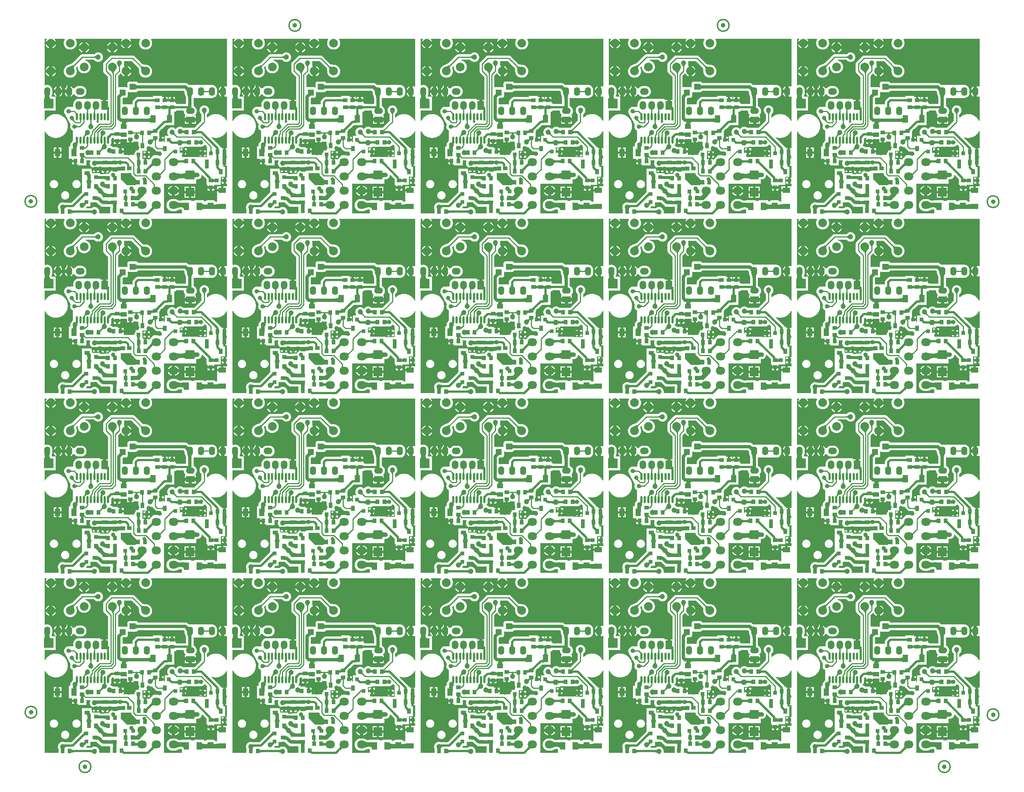
<source format=gtl>
G04*
G04 #@! TF.GenerationSoftware,Altium Limited,Altium Designer,23.8.1 (32)*
G04*
G04 Layer_Physical_Order=1*
G04 Layer_Color=255*
%FSTAX26Y26*%
%MOIN*%
G70*
G04*
G04 #@! TF.SameCoordinates,353E1745-25BD-4490-98DE-B48524D5EC12*
G04*
G04*
G04 #@! TF.FilePolarity,Positive*
G04*
G01*
G75*
%ADD10C,0.011811*%
%ADD11C,0.042047*%
%ADD12R,0.049213X0.070866*%
%ADD13R,0.037402X0.039370*%
%ADD14R,0.039370X0.037402*%
%ADD15R,0.036000X0.036000*%
%ADD16R,0.036000X0.050000*%
%ADD17R,0.078740X0.078740*%
%ADD18R,0.036000X0.036000*%
%ADD19R,0.050000X0.036000*%
%ADD20R,0.070866X0.049213*%
%ADD21R,0.045276X0.070866*%
%ADD22R,0.057087X0.039370*%
%ADD23O,0.019685X0.066929*%
%ADD24R,0.019685X0.066929*%
%ADD25C,0.039370*%
%ADD26C,0.040000*%
%ADD27C,0.031496*%
%ADD28C,0.020000*%
%ADD29C,0.010000*%
%ADD30C,0.019685*%
%ADD31C,0.027559*%
%ADD32C,0.030000*%
%ADD33C,0.015748*%
%ADD34C,0.018000*%
%ADD35C,0.025000*%
%ADD36R,0.034803X0.059532*%
%ADD37R,0.147274X0.041878*%
%ADD38R,0.303408X0.028500*%
%ADD39R,0.294926X0.000391*%
%ADD40R,0.056725X0.057287*%
%ADD41O,0.086614X0.070866*%
%ADD42O,0.086614X0.070866*%
%ADD43R,0.078740X0.055118*%
%ADD44O,0.078740X0.055118*%
%ADD45O,0.055118X0.078740*%
%ADD46O,0.078740X0.059055*%
%ADD47O,0.059055X0.078740*%
%ADD48R,0.059055X0.078740*%
%ADD49C,0.078740*%
%ADD50R,0.090551X0.086614*%
%ADD51C,0.039370*%
%ADD52C,0.047244*%
%ADD53C,0.023622*%
%ADD54C,0.031496*%
G36*
X08537935Y06093917D02*
X08514335D01*
X08513447Y06094285D01*
Y06048034D01*
Y06001782D01*
X08514335Y0600215D01*
X08537935D01*
Y05781174D01*
X08532935Y05780043D01*
X08531803Y05782417D01*
X08529089Y05787414D01*
X08526118Y05792263D01*
X08522897Y05796949D01*
X08519435Y05801461D01*
X08515742Y05805785D01*
X08511827Y0580991D01*
X08507702Y05813825D01*
X08503378Y05817518D01*
X08498867Y0582098D01*
X0849418Y05824201D01*
X08489332Y05827172D01*
X08484334Y05829885D01*
X08479201Y05832333D01*
X08473948Y0583451D01*
X08468587Y05836408D01*
X08463135Y05838023D01*
X08457605Y05839351D01*
X08452013Y05840387D01*
X08446376Y05841129D01*
X08440706Y05841575D01*
X08435022Y05841724D01*
X08429337Y05841575D01*
X08423668Y05841129D01*
X0841803Y05840387D01*
X08412438Y05839351D01*
X08406909Y05838023D01*
X08401456Y05836408D01*
X08396096Y0583451D01*
X08390842Y05832333D01*
X08385709Y05829885D01*
X08380712Y05827172D01*
X08375863Y05824201D01*
X08371176Y0582098D01*
X08366665Y05817518D01*
X08362341Y05813825D01*
X0835931Y05810948D01*
X0835431Y05812494D01*
Y05838742D01*
X08354504Y05839106D01*
X08354976Y0583984D01*
X08355533Y05840586D01*
X08358183Y05843532D01*
X08359874Y05845149D01*
X08360138Y05845432D01*
X08360948Y05846181D01*
X08363275Y05848698D01*
X08365397Y0585139D01*
X08367301Y0585424D01*
X08368976Y05857231D01*
X08370411Y05860344D01*
X08371598Y0586356D01*
X08372528Y05866859D01*
X08373197Y05870221D01*
X083736Y05873625D01*
X08373734Y0587705D01*
X083736Y05880475D01*
X08373197Y05883879D01*
X08372528Y05887241D01*
X08371598Y05890541D01*
X08370411Y05893756D01*
X08368976Y05896869D01*
X08367301Y0589986D01*
X08365397Y0590271D01*
X08363275Y05905402D01*
X08360948Y05907919D01*
X08358431Y05910246D01*
X08355739Y05912368D01*
X08352889Y05914273D01*
X08349898Y05915948D01*
X08346785Y05917383D01*
X08343569Y05918569D01*
X0834027Y059195D01*
X08336908Y05920168D01*
X08333504Y05920571D01*
X08330079Y05920706D01*
X08326654Y05920571D01*
X08323249Y05920168D01*
X08319888Y059195D01*
X08316588Y05918569D01*
X08313372Y05917383D01*
X08310259Y05915948D01*
X08307269Y05914273D01*
X08304418Y05912368D01*
X08301727Y05910246D01*
X0829921Y05907919D01*
X08296883Y05905402D01*
X08294761Y0590271D01*
X08292856Y0589986D01*
X08291181Y05896869D01*
X08289746Y05893756D01*
X0828856Y05890541D01*
X08287629Y05887241D01*
X0828696Y05883879D01*
X08286558Y05880475D01*
X08286423Y0587705D01*
X08286558Y05873625D01*
X0828696Y05870221D01*
X08287629Y05866859D01*
X0828856Y0586356D01*
X08289746Y05860344D01*
X08291181Y05857231D01*
X08292856Y0585424D01*
X08294761Y0585139D01*
X08296883Y05848698D01*
X08297759Y0584775D01*
X08297932Y0584753D01*
X08301532Y05843434D01*
X08302466Y05842209D01*
X0830327Y05841023D01*
X08303825Y05840082D01*
X08304153Y05839421D01*
X08304231Y05839224D01*
Y0578199D01*
X08239419Y05717179D01*
X08238114Y05715963D01*
X08138612D01*
X08137503Y05716988D01*
X08134811Y0571911D01*
X08131961Y05721015D01*
X0812897Y05722689D01*
X08125857Y05724124D01*
X08122641Y05725311D01*
X08119342Y05726241D01*
X0811598Y0572691D01*
X08112576Y05727313D01*
X08109151Y05727448D01*
X08105726Y05727313D01*
X08102322Y0572691D01*
X0809896Y05726241D01*
X08095661Y05725311D01*
X08092445Y05724124D01*
X08089332Y05722689D01*
X08086341Y05721015D01*
X08083491Y0571911D01*
X08080799Y05716988D01*
X08078282Y05714661D01*
X08075955Y05712144D01*
X08073833Y05709452D01*
X08073296Y05708649D01*
X08072742Y05708301D01*
X08068141Y05707784D01*
X0806705Y05708124D01*
X08066712Y0570849D01*
X08064195Y05710817D01*
X08061503Y05712939D01*
X08058653Y05714844D01*
X08055662Y05716519D01*
X08052549Y05717954D01*
X08049333Y0571914D01*
X08046034Y05720071D01*
X08042672Y05720739D01*
X08039268Y05721142D01*
X08035843Y05721277D01*
X08032417Y05721142D01*
X08029013Y05720739D01*
X08025651Y05720071D01*
X08022352Y0571914D01*
X08019136Y05717954D01*
X08016023Y05716519D01*
X08013033Y05714844D01*
X08010182Y05712939D01*
X0800749Y05710817D01*
X08004973Y0570849D01*
X08002646Y05705973D01*
X08000524Y05703281D01*
X0799862Y05700431D01*
X07996945Y0569744D01*
X0799551Y05694328D01*
X07994324Y05691112D01*
X07993393Y05687812D01*
X07992724Y0568445D01*
X07992322Y05681046D01*
X07992187Y05677621D01*
X07992322Y05674196D01*
X07992724Y05670792D01*
X07993393Y0566743D01*
X07994324Y05664131D01*
X0799551Y05660915D01*
X07996945Y05657802D01*
X0799862Y05654811D01*
X08000524Y05651961D01*
X0800231Y05649695D01*
X08002017Y05648154D01*
X08000065Y05644695D01*
X07969926D01*
Y05587785D01*
X07960926D01*
Y05596695D01*
X07932926D01*
Y05606695D01*
X07922926D01*
Y05634695D01*
X07921567D01*
Y05682987D01*
X07926497Y05688813D01*
X07929689Y05692118D01*
X07978906Y05741336D01*
X07997378D01*
X07998117Y05741372D01*
X08056591D01*
Y05852238D01*
Y05864829D01*
X08061314Y05865499D01*
X08074629D01*
Y05874163D01*
X08138257D01*
X08143026Y05870059D01*
X08143173Y05866325D01*
X08143612Y05862614D01*
X08144341Y05858948D01*
X08145356Y05855351D01*
X08146649Y05851845D01*
X08148214Y05848451D01*
X0815004Y0584519D01*
X08152116Y05842083D01*
X0815443Y05839148D01*
X08156967Y05836404D01*
X08159699Y05833878D01*
X08159701Y05833838D01*
X08157963Y05828878D01*
X08153063D01*
Y05806319D01*
X08202433D01*
X08251803D01*
Y05828878D01*
X08246903D01*
X08245165Y05833838D01*
X08245167Y05833878D01*
X08247899Y05836404D01*
X08250436Y05839148D01*
X0825275Y05842083D01*
X08254826Y0584519D01*
X08256652Y05848451D01*
X08258217Y05851845D01*
X0825951Y05855351D01*
X08260525Y05858948D01*
X08261254Y05862614D01*
X08261693Y05866325D01*
X0826184Y05870059D01*
X08261693Y05873793D01*
X08261254Y05877505D01*
X08260525Y0588117D01*
X0825951Y05884767D01*
X08258217Y05888273D01*
X08256652Y05891667D01*
X08254826Y05894928D01*
X0825275Y05898035D01*
X08250436Y0590097D01*
X08247899Y05903714D01*
X08245155Y05906251D01*
X0824222Y05908565D01*
X08239113Y05910641D01*
X08235852Y05912467D01*
X08232693Y05913924D01*
Y05982647D01*
X08232766Y05987158D01*
X08232872Y05988627D01*
X08398462D01*
X08402197Y05988774D01*
X08405908Y05989213D01*
X08409573Y05989942D01*
X0841317Y05990956D01*
X08416676Y0599225D01*
X0842007Y05993814D01*
X08423331Y05995641D01*
X08426438Y05997717D01*
X08429373Y0600003D01*
X08432118Y06002567D01*
X08434654Y06005312D01*
X08436968Y06008246D01*
X08439044Y06011354D01*
X0844087Y06014614D01*
X08442435Y06018008D01*
X08443728Y06021515D01*
X08444743Y06025111D01*
X08445472Y06028777D01*
X08445911Y06032488D01*
X08446058Y06036222D01*
Y06059845D01*
X08445911Y06063579D01*
X08445472Y0606729D01*
X08444743Y06070956D01*
X08443728Y06074553D01*
X08442435Y06078059D01*
X0844087Y06081453D01*
X08439044Y06084713D01*
X08436968Y06087821D01*
X08434654Y06090756D01*
X08432118Y060935D01*
X08429373Y06096037D01*
X08426438Y0609835D01*
X08423331Y06100427D01*
X0842007Y06102253D01*
X08416676Y06103817D01*
X0841317Y06105111D01*
X08409573Y06106125D01*
X08405908Y06106854D01*
X08402197Y06107294D01*
X08398462Y0610744D01*
X08202433D01*
X08202433Y06107441D01*
X08198462Y0610744D01*
X0819745Y06107401D01*
X08194728Y06107294D01*
X08191017Y06106854D01*
X08190183Y06106689D01*
X08185138Y06111017D01*
X08181277Y06114758D01*
X08181023Y06114977D01*
X0817925Y06116602D01*
X08176826Y06118462D01*
X08174248Y06120104D01*
X08171537Y06121516D01*
X08168713Y06122685D01*
X08165799Y06123604D01*
X08162815Y06124266D01*
X08159785Y06124664D01*
X08156731Y06124798D01*
X07725986D01*
X07723023Y06129346D01*
X07722456Y06130119D01*
X07721899Y06130904D01*
X0772179Y06131025D01*
X07721694Y06131157D01*
X07721042Y06131863D01*
X07720402Y06132578D01*
X07720281Y06132687D01*
X0772017Y06132807D01*
X07719442Y06133436D01*
X07718727Y06134075D01*
X07718594Y0613417D01*
X07718471Y06134277D01*
X07717679Y06134819D01*
X07716895Y06135375D01*
X07716752Y06135454D01*
X07716618Y06135547D01*
X0771577Y06135997D01*
X07714929Y06136462D01*
X07714779Y06136524D01*
X07714634Y06136601D01*
X07713739Y06136955D01*
X07712854Y06137322D01*
X07712697Y06137367D01*
X07712545Y06137427D01*
X07711618Y06137678D01*
X07710695Y06137943D01*
X07710534Y06137971D01*
X07710377Y06138013D01*
X07709425Y06138159D01*
X07708481Y0613832D01*
X07708319Y06138329D01*
X07708156Y06138354D01*
X07707192Y06138392D01*
X07706238Y06138446D01*
X07649513D01*
X0764727Y0613832D01*
X07645056Y06137943D01*
X07642897Y06137322D01*
X07640822Y06136462D01*
X07638856Y06135375D01*
X07637024Y06134075D01*
X07635349Y06132578D01*
X07633852Y06130904D01*
X07632552Y06129072D01*
X07631465Y06127105D01*
X07630606Y0612503D01*
X07629984Y06122872D01*
X07629608Y06120657D01*
X07629482Y06118414D01*
Y06087252D01*
X07625912Y06085013D01*
X07624482Y06084604D01*
X07622929Y06085462D01*
X07620854Y06086322D01*
X07618695Y06086943D01*
X07616481Y0608732D01*
X07614238Y06087446D01*
X07557513D01*
X0755527Y0608732D01*
X07553056Y06086943D01*
X07550897Y06086322D01*
X07550736Y06086255D01*
X07546466Y06088522D01*
X07545736Y06089469D01*
Y06189067D01*
X07568055Y06211386D01*
X07574055Y06210315D01*
X07574069Y06210283D01*
X07575965Y06206899D01*
X0757812Y06203673D01*
X07580522Y06200626D01*
X07583155Y06197777D01*
X07586004Y06195144D01*
X07589051Y06192742D01*
X07592277Y06190587D01*
X07595661Y06188691D01*
X07599185Y06187067D01*
X07602824Y06185724D01*
X07603092Y06185649D01*
Y06232714D01*
Y06280662D01*
X07599185Y06282717D01*
Y06301545D01*
X07599586Y06304935D01*
X0759972Y0630836D01*
X07599586Y06311785D01*
X07599185Y06315175D01*
Y06325357D01*
X07667204D01*
X07732682Y06259879D01*
X07732753Y06259795D01*
X07732802Y06259714D01*
X07733185Y06258861D01*
X07733732Y06257227D01*
X07734319Y06254846D01*
X07734785Y06252219D01*
X07735834Y06238393D01*
X07735858Y06233016D01*
X0773586Y06232993D01*
X0773585Y06232714D01*
X07736001Y06228476D01*
X07736454Y0622426D01*
X07737207Y06220086D01*
X07738256Y06215977D01*
X07739595Y06211953D01*
X07741218Y06208035D01*
X07743117Y06204243D01*
X0774528Y06200596D01*
X07747699Y06197112D01*
X0775036Y0619381D01*
X0775325Y06190707D01*
X07756354Y06187817D01*
X07759656Y06185156D01*
X07763139Y06182737D01*
X07766787Y06180573D01*
X07770579Y06178675D01*
X07774497Y06177052D01*
X0777852Y06175713D01*
X0778263Y06174664D01*
X07786803Y06173911D01*
X0779102Y06173458D01*
X07795258Y06173306D01*
X07799496Y06173458D01*
X07803712Y06173911D01*
X07807886Y06174664D01*
X07811995Y06175713D01*
X07816019Y06177052D01*
X07819937Y06178675D01*
X07823729Y06180573D01*
X07827376Y06182737D01*
X0783086Y06185156D01*
X07834162Y06187817D01*
X07837266Y06190707D01*
X07840155Y0619381D01*
X07842816Y06197112D01*
X07845235Y06200596D01*
X07847399Y06204243D01*
X07849297Y06208035D01*
X0785092Y06211953D01*
X07852259Y06215977D01*
X07853308Y06220086D01*
X07854061Y0622426D01*
X07854514Y06228476D01*
X07854666Y06232714D01*
X07854514Y06236952D01*
X07854061Y06241169D01*
X07853308Y06245342D01*
X07852259Y06249452D01*
X0785092Y06253475D01*
X07849297Y06257393D01*
X07847399Y06261185D01*
X07845235Y06264833D01*
X07842816Y06268316D01*
X07840155Y06271618D01*
X07837266Y06274722D01*
X07834162Y06277612D01*
X0783086Y06280273D01*
X07827376Y06282691D01*
X07823729Y06284855D01*
X07819937Y06286754D01*
X07816019Y06288377D01*
X07811995Y06289716D01*
X07807886Y06290765D01*
X07803712Y06291518D01*
X07799496Y06291971D01*
X07795258Y06292122D01*
X07794979Y06292112D01*
X07794956Y06292114D01*
X07789378Y06292139D01*
X07779732Y06292677D01*
X07776204Y06293107D01*
X07773126Y06293653D01*
X07770745Y0629424D01*
X07769111Y06294787D01*
X07768258Y0629517D01*
X07768177Y06295219D01*
X07768093Y0629529D01*
X07695281Y06368102D01*
X07693188Y06369973D01*
X07690898Y06371598D01*
X0768844Y06372956D01*
X07685846Y06374031D01*
X07683148Y06374808D01*
X07680379Y06375278D01*
X07677576Y06375436D01*
X0748768D01*
X07484876Y06375278D01*
X07482108Y06374808D01*
X07479409Y06374031D01*
X07476815Y06372956D01*
X07474358Y06371598D01*
X07472068Y06369973D01*
X07469974Y06368102D01*
X07417241Y06315369D01*
X0741537Y06313276D01*
X07413745Y06310985D01*
X07412387Y06308528D01*
X07411313Y06305934D01*
X07410535Y06303235D01*
X07410065Y06300467D01*
X07409908Y06297664D01*
Y06234014D01*
X07410065Y0623121D01*
X07410535Y06228442D01*
X07411313Y06225743D01*
X07412387Y06223149D01*
X07413745Y06220692D01*
X0741537Y06218402D01*
X07417241Y06216308D01*
X07454472Y06179077D01*
Y05971353D01*
X07437902D01*
Y05921983D01*
X07407902D01*
Y05971353D01*
X07383375D01*
Y05981391D01*
X07182946D01*
X07182793Y05981239D01*
X07178928Y05980781D01*
X07175111Y05980022D01*
X07171365Y05978966D01*
X07167714Y05977618D01*
X07164179Y05975989D01*
X07160784Y05974087D01*
X07157548Y05971925D01*
X07154491Y05969516D01*
X07151633Y05966874D01*
X07148992Y05964016D01*
X07146582Y0596096D01*
X0714442Y05957724D01*
X07142518Y05954328D01*
X07140889Y05950794D01*
X07139542Y05947142D01*
X07138485Y05943397D01*
X07137726Y05939579D01*
X07137269Y05935715D01*
X07137116Y05931826D01*
Y05912147D01*
X07137116Y05912141D01*
X07132763Y05907252D01*
X07132363Y05907163D01*
X07079285D01*
X07077815Y05902374D01*
X07076011Y05901627D01*
X07072938Y05900027D01*
X07070015Y05898165D01*
X07067266Y05896055D01*
X07064711Y05893714D01*
X0706237Y05891159D01*
X0706026Y0588841D01*
X07058398Y05885487D01*
X07056798Y05882413D01*
X07055472Y05879212D01*
X0705443Y05875907D01*
X0705368Y05872524D01*
X07053227Y05869088D01*
X07053076Y05865626D01*
X07053227Y05862164D01*
X0705368Y05858728D01*
X0705443Y05855345D01*
X07055472Y0585204D01*
X07056798Y05848838D01*
X07058398Y05845765D01*
X07058835Y05845078D01*
X07086645Y05793753D01*
X0708719Y05792024D01*
X07088516Y05788822D01*
X07090116Y05785748D01*
X07091978Y05782826D01*
X07093977Y05780221D01*
X07110007Y05750636D01*
Y05750636D01*
X07113397Y05747496D01*
X07112176Y05745152D01*
X0711085Y0574195D01*
X07109808Y05738645D01*
X07109058Y05735262D01*
X07108606Y05731826D01*
X07108455Y05728364D01*
X07108606Y05724902D01*
X07109058Y05721466D01*
X07109808Y05718083D01*
X0711085Y05714778D01*
X07112176Y05711577D01*
X07113776Y05708503D01*
X07115639Y0570558D01*
X07117748Y05702831D01*
X07120089Y05700276D01*
X07122644Y05697935D01*
X07125393Y05695825D01*
X07128316Y05693963D01*
X0713139Y05692363D01*
X07132433Y05691931D01*
Y05670565D01*
X07132433Y05666089D01*
X07132763Y05665044D01*
X07132763Y05660999D01*
Y05599011D01*
X07131361Y05598226D01*
X07128511Y05596322D01*
X07125819Y05594199D01*
X07123302Y05591873D01*
X07120975Y05589355D01*
X07118853Y05586664D01*
X07116949Y05583813D01*
X07115274Y05580823D01*
X07113838Y0557771D01*
X07112652Y05574494D01*
X07111722Y05571195D01*
X07111053Y05567833D01*
X0711065Y05564429D01*
X07110515Y05561003D01*
X0711065Y05557578D01*
X07111053Y05554174D01*
X07111645Y05551198D01*
X07111603Y05550671D01*
X07107828Y05546198D01*
X07096998D01*
Y05435332D01*
X07126517D01*
Y05422278D01*
X07155218D01*
Y05412278D01*
X07165218D01*
Y05382593D01*
X0717951D01*
Y05372593D01*
X07256911D01*
Y05418899D01*
X07289423D01*
X07292354Y05413899D01*
X07292312Y05413825D01*
X07290877Y05410712D01*
X07289691Y05407496D01*
X07288761Y05404197D01*
X07288092Y05400835D01*
X07287689Y05397431D01*
X07287554Y05394006D01*
X07287689Y05390581D01*
X07288092Y05387177D01*
X07288761Y05383815D01*
X07289691Y05380516D01*
X07290877Y053773D01*
X07292312Y05374187D01*
X07293987Y05371196D01*
X07295892Y05368346D01*
X07298014Y05365654D01*
X07300341Y05363137D01*
X07302858Y0536081D01*
X0730555Y05358688D01*
X073084Y05356783D01*
X07311391Y05355109D01*
X07314504Y05353673D01*
X0731521Y05353413D01*
Y05352384D01*
X07318078D01*
X07321018Y05351555D01*
X0732438Y05350886D01*
X07327785Y05350483D01*
X0733121Y05350348D01*
X07334635Y05350483D01*
X07338039Y05350886D01*
X07341402Y05351555D01*
X0734321Y05352065D01*
X07344342Y05352384D01*
X0737121D01*
Y05363918D01*
X07376518D01*
X07386525Y05363707D01*
Y05360251D01*
X07396525D01*
Y0534596D01*
X0742621D01*
X07455895D01*
Y05360251D01*
X07465895D01*
Y05360251D01*
X07469681Y05361938D01*
X07474015Y05360251D01*
Y05360251D01*
X07484015D01*
Y05324378D01*
X07482075Y05323575D01*
X07479001Y05321975D01*
X07476079Y05320113D01*
X07473329Y05318003D01*
X07470774Y05315662D01*
X07468433Y05313107D01*
X07466324Y05310358D01*
X07464462Y05307435D01*
X07462862Y05304361D01*
X07461535Y05301159D01*
X07460493Y05297855D01*
X07460313Y05297041D01*
X07413503D01*
Y0529554D01*
X07412753Y05295496D01*
X07411081Y05295491D01*
X07385923D01*
X0738224Y05295567D01*
X0738121Y05295638D01*
Y05305384D01*
X07311089D01*
X07309485Y05307901D01*
X0730821Y05309562D01*
Y05343384D01*
X0721821D01*
Y05267384D01*
Y05152541D01*
Y05132677D01*
X07217939Y05132033D01*
X07217405Y05131016D01*
X07216576Y05129686D01*
X07215575Y05128287D01*
X0721199Y05124039D01*
X0721006Y05122034D01*
X0712111Y05033084D01*
X07068983D01*
X07067581Y050331D01*
X07062138Y05033445D01*
X07061407Y05033539D01*
X07059142Y05033967D01*
X07058775Y05034064D01*
X07058436Y05034173D01*
X07057763Y05034439D01*
X07057597Y05034516D01*
X07054381Y05035702D01*
X07051082Y05036633D01*
X0704772Y05037301D01*
X07044316Y05037704D01*
X07040891Y05037839D01*
X07037466Y05037704D01*
X07034061Y05037301D01*
X070307Y05036633D01*
X070274Y05035702D01*
X07024185Y05034516D01*
X07021072Y05033081D01*
X07018081Y05031406D01*
X07015231Y05029501D01*
X07012539Y05027379D01*
X07010022Y05025052D01*
X07007695Y05022535D01*
X07005573Y05019843D01*
X07003668Y05016993D01*
X07001993Y05014002D01*
X07000558Y05010889D01*
X06999372Y05007673D01*
X06998441Y05004374D01*
X06997773Y05001012D01*
X0699737Y04997608D01*
X06997235Y04994183D01*
X0699737Y04990758D01*
X06997773Y04987354D01*
X06998441Y04983992D01*
X06999372Y04980693D01*
X07000558Y04977477D01*
X07001993Y04974364D01*
X0700215Y04974084D01*
Y04938459D01*
X06875415D01*
Y05685034D01*
X06880415Y05686166D01*
X06881548Y05683792D01*
X06884261Y05678794D01*
X06887232Y05673946D01*
X06890453Y05669259D01*
X06893915Y05664748D01*
X06897608Y05660423D01*
X06901523Y05656298D01*
X06905648Y05652384D01*
X06909972Y05648691D01*
X06914483Y05645229D01*
X0691917Y05642008D01*
X06924019Y05639037D01*
X06929016Y05636323D01*
X06934149Y05633875D01*
X06939403Y05631699D01*
X06944763Y05629801D01*
X06950216Y05628185D01*
X06955745Y05626858D01*
X06961337Y05625822D01*
X06966975Y05625079D01*
X06972644Y05624633D01*
X06978329Y05624484D01*
X06984013Y05624633D01*
X06989682Y05625079D01*
X0699532Y05625822D01*
X07000912Y05626858D01*
X07006441Y05628185D01*
X07011894Y05629801D01*
X07017255Y05631699D01*
X07022508Y05633875D01*
X07027641Y05636323D01*
X07032639Y05639037D01*
X07037487Y05642008D01*
X07042174Y05645229D01*
X07046685Y05648691D01*
X0705101Y05652384D01*
X07055135Y05656298D01*
X07059049Y05660423D01*
X07062742Y05664748D01*
X07066204Y05669259D01*
X07069425Y05673946D01*
X07072396Y05678794D01*
X0707511Y05683792D01*
X07077558Y05688925D01*
X07079734Y05694178D01*
X07081632Y05699539D01*
X07083247Y05704991D01*
X07084575Y05710521D01*
X07085611Y05716112D01*
X07086354Y0572175D01*
X070868Y0572742D01*
X07086949Y05733104D01*
X070868Y05738789D01*
X07086354Y05744458D01*
X07085611Y05750096D01*
X07084575Y05755688D01*
X07083247Y05761217D01*
X07081632Y0576667D01*
X07079734Y0577203D01*
X07077558Y05777284D01*
X0707511Y05782417D01*
X07072396Y05787414D01*
X07069425Y05792263D01*
X07066204Y05796949D01*
X07062742Y05801461D01*
X07059049Y05805785D01*
X07055135Y0580991D01*
X0705101Y05813825D01*
X07046685Y05817518D01*
X07042174Y0582098D01*
X07037487Y05824201D01*
X07032639Y05827172D01*
X07027641Y05829885D01*
X07022508Y05832333D01*
X07017255Y0583451D01*
X07011894Y05836408D01*
X07006441Y05838023D01*
X07000912Y05839351D01*
X0699532Y05840387D01*
X06989682Y05841129D01*
X06984013Y05841575D01*
X06978329Y05841724D01*
X06972644Y05841575D01*
X06966975Y05841129D01*
X06961337Y05840387D01*
X06955745Y05839351D01*
X06950216Y05838023D01*
X06944763Y05836408D01*
X06939403Y0583451D01*
X06934149Y05832333D01*
X06929016Y05829885D01*
X06924019Y05827172D01*
X0691917Y05824201D01*
X06914483Y0582098D01*
X06909972Y05817518D01*
X06905648Y05813825D01*
X06901523Y0580991D01*
X06897608Y05805785D01*
X06893915Y05801461D01*
X06890453Y05796949D01*
X06887232Y05792263D01*
X06884261Y05787414D01*
X06881548Y05782417D01*
X06880415Y05780043D01*
X06875415Y05781174D01*
Y05872389D01*
X06977632D01*
Y05999003D01*
X06940938D01*
X06940683Y05999628D01*
X06939862Y06002685D01*
X069396Y06004262D01*
X06940265Y06010138D01*
X06940764Y06012939D01*
X06941269Y06015054D01*
X06941626Y06016161D01*
X06942223Y06017497D01*
X06942337Y06017796D01*
X06942435Y06018008D01*
X06942646Y0601858D01*
X06942843Y06019055D01*
X06942919Y06019321D01*
X06942941Y06019381D01*
X06943023Y06019596D01*
X06943029Y06019619D01*
X06943729Y06021515D01*
X06944743Y06025111D01*
X06945472Y06028777D01*
X06945911Y06032488D01*
X06946058Y06036222D01*
Y06059845D01*
X06945911Y06063579D01*
X06945472Y0606729D01*
X06944743Y06070956D01*
X06943729Y06074553D01*
X06942435Y06078059D01*
X0694087Y06081453D01*
X06939044Y06084713D01*
X06936968Y06087821D01*
X06934654Y06090756D01*
X06932118Y060935D01*
X06929373Y06096037D01*
X06926438Y0609835D01*
X06923331Y06100427D01*
X0692007Y06102253D01*
X06916676Y06103817D01*
X0691317Y06105111D01*
X06909573Y06106125D01*
X06905908Y06106854D01*
X06902197Y06107294D01*
X06898462Y0610744D01*
X06894728Y06107294D01*
X06891017Y06106854D01*
X06887351Y06106125D01*
X06883754Y06105111D01*
X06880248Y06103817D01*
X06875415Y06107095D01*
Y06526175D01*
X06892786D01*
X06894973Y06521175D01*
X06894538Y06520704D01*
X06892136Y06517658D01*
X06889981Y06514432D01*
X06888085Y06511047D01*
X06886461Y06507524D01*
X06885118Y06503884D01*
X06885042Y06503616D01*
X06932108D01*
X06979174D01*
X06979098Y06503884D01*
X06977755Y06507524D01*
X06976131Y06511047D01*
X06974235Y06514432D01*
X0697208Y06517658D01*
X06969678Y06520704D01*
X06969243Y06521175D01*
X0697143Y06526175D01*
X07056987D01*
X07059602Y06521175D01*
X07059296Y06520735D01*
X07057132Y06517087D01*
X07055234Y06513295D01*
X07053611Y06509377D01*
X07052272Y06505353D01*
X07051223Y06501244D01*
X0705047Y06497071D01*
X07050017Y06492854D01*
X07049865Y06488616D01*
X07050017Y06484378D01*
X0705047Y06480162D01*
X07051223Y06475988D01*
X07052272Y06471879D01*
X07053611Y06467855D01*
X07055234Y06463937D01*
X07057132Y06460145D01*
X07059296Y06456498D01*
X07061715Y06453014D01*
X07064376Y06449712D01*
X07067266Y06446608D01*
X07070369Y06443719D01*
X07073672Y06441058D01*
X07077155Y06438639D01*
X07080802Y06436475D01*
X07084595Y06434577D01*
X07088512Y06432954D01*
X07092536Y06431615D01*
X07096645Y06430566D01*
X07100819Y06429813D01*
X07105035Y0642936D01*
X07109274Y06429208D01*
X07113512Y0642936D01*
X07117728Y06429813D01*
X07121902Y06430566D01*
X07126011Y06431615D01*
X07130034Y06432954D01*
X07133953Y06434577D01*
X07137745Y06436475D01*
X07141392Y06438639D01*
X07144875Y06441058D01*
X07148177Y06443719D01*
X07151281Y06446608D01*
X07154171Y06449712D01*
X07156832Y06453014D01*
X07159251Y06456498D01*
X07161415Y06460145D01*
X07163313Y06463937D01*
X07164936Y06467855D01*
X07166275Y06471879D01*
X07167324Y06475988D01*
X07168077Y06480162D01*
X0716853Y06484378D01*
X07168681Y06488616D01*
X0716853Y06492854D01*
X07168077Y06497071D01*
X07167324Y06501244D01*
X07166275Y06505353D01*
X07164936Y06509377D01*
X07163313Y06513295D01*
X07161415Y06517087D01*
X07159251Y06520735D01*
X07158945Y06521175D01*
X0716156Y06526175D01*
X07578767D01*
X07580954Y06521175D01*
X07580522Y06520708D01*
X0757812Y06517661D01*
X07575965Y06514436D01*
X07574069Y06511051D01*
X07572445Y06507528D01*
X07571102Y06503888D01*
X07571027Y0650362D01*
X07618092D01*
X07665158D01*
X07665082Y06503888D01*
X07663739Y06507528D01*
X07662115Y06511051D01*
X0766022Y06514436D01*
X07658064Y06517661D01*
X07655663Y06520708D01*
X07655231Y06521175D01*
X07657418Y06526175D01*
X07742968D01*
X07745584Y06521175D01*
X0774528Y06520738D01*
X07743117Y06517091D01*
X07741218Y06513299D01*
X07739595Y06509381D01*
X07738256Y06505357D01*
X07737207Y06501248D01*
X07736454Y06497074D01*
X07736001Y06492858D01*
X0773585Y0648862D01*
X07736001Y06484382D01*
X07736454Y06480165D01*
X07737207Y06475992D01*
X07738256Y06471883D01*
X07739595Y06467859D01*
X07741218Y06463941D01*
X07743117Y06460149D01*
X0774528Y06456502D01*
X07747699Y06453018D01*
X0775036Y06449716D01*
X0775325Y06446612D01*
X07756354Y06443722D01*
X07759656Y06441061D01*
X07763139Y06438643D01*
X07766787Y06436479D01*
X07770579Y06434581D01*
X07774497Y06432958D01*
X0777852Y06431618D01*
X0778263Y0643057D01*
X07786803Y06429817D01*
X0779102Y06429363D01*
X07795258Y06429212D01*
X07799496Y06429363D01*
X07803712Y06429817D01*
X07807886Y0643057D01*
X07811995Y06431618D01*
X07816019Y06432958D01*
X07819937Y06434581D01*
X07823729Y06436479D01*
X07827376Y06438643D01*
X0783086Y06441061D01*
X07834162Y06443722D01*
X07837266Y06446612D01*
X07840155Y06449716D01*
X07842816Y06453018D01*
X07845235Y06456502D01*
X07847399Y06460149D01*
X07849297Y06463941D01*
X0785092Y06467859D01*
X07852259Y06471883D01*
X07853308Y06475992D01*
X07854061Y06480165D01*
X07854514Y06484382D01*
X07854666Y0648862D01*
X07854514Y06492858D01*
X07854061Y06497074D01*
X07853308Y06501248D01*
X07852259Y06505357D01*
X0785092Y06509381D01*
X07849297Y06513299D01*
X07847399Y06517091D01*
X07845235Y06520738D01*
X07844932Y06521175D01*
X07847547Y06526175D01*
X08537935D01*
Y06093917D01*
D02*
G37*
G36*
X06825341D02*
X06801741D01*
X06800853Y06094285D01*
Y06048034D01*
Y06001782D01*
X06801741Y0600215D01*
X06825341D01*
Y05781174D01*
X06820341Y05780043D01*
X06819209Y05782417D01*
X06816495Y05787414D01*
X06813524Y05792263D01*
X06810303Y05796949D01*
X06806841Y05801461D01*
X06803148Y05805785D01*
X06799234Y0580991D01*
X06795109Y05813825D01*
X06790784Y05817518D01*
X06786273Y0582098D01*
X06781586Y05824201D01*
X06776738Y05827172D01*
X0677174Y05829885D01*
X06766607Y05832333D01*
X06761354Y0583451D01*
X06755993Y05836408D01*
X06750541Y05838023D01*
X06745011Y05839351D01*
X06739419Y05840387D01*
X06733782Y05841129D01*
X06728112Y05841575D01*
X06722428Y05841724D01*
X06716743Y05841575D01*
X06711074Y05841129D01*
X06705436Y05840387D01*
X06699844Y05839351D01*
X06694315Y05838023D01*
X06688862Y05836408D01*
X06683502Y0583451D01*
X06678248Y05832333D01*
X06673115Y05829885D01*
X06668118Y05827172D01*
X06663269Y05824201D01*
X06658582Y0582098D01*
X06654071Y05817518D01*
X06649747Y05813825D01*
X06646716Y05810948D01*
X06641716Y05812494D01*
Y05838742D01*
X0664191Y05839106D01*
X06642382Y0583984D01*
X06642939Y05840586D01*
X06645589Y05843532D01*
X0664728Y05845149D01*
X06647543Y05845432D01*
X06648354Y05846181D01*
X06650681Y05848698D01*
X06652803Y0585139D01*
X06654707Y0585424D01*
X06656382Y05857231D01*
X06657817Y05860344D01*
X06659004Y0586356D01*
X06659934Y05866859D01*
X06660603Y05870221D01*
X06661006Y05873625D01*
X0666114Y0587705D01*
X06661006Y05880475D01*
X06660603Y05883879D01*
X06659934Y05887241D01*
X06659004Y05890541D01*
X06657817Y05893756D01*
X06656382Y05896869D01*
X06654707Y0589986D01*
X06652803Y0590271D01*
X06650681Y05905402D01*
X06648354Y05907919D01*
X06645837Y05910246D01*
X06643145Y05912368D01*
X06640295Y05914273D01*
X06637304Y05915948D01*
X06634191Y05917383D01*
X06630975Y05918569D01*
X06627676Y059195D01*
X06624314Y05920168D01*
X0662091Y05920571D01*
X06617485Y05920706D01*
X0661406Y05920571D01*
X06610655Y05920168D01*
X06607293Y059195D01*
X06603994Y05918569D01*
X06600778Y05917383D01*
X06597665Y05915948D01*
X06594675Y05914273D01*
X06591824Y05912368D01*
X06589133Y05910246D01*
X06586615Y05907919D01*
X06584289Y05905402D01*
X06582167Y0590271D01*
X06580262Y0589986D01*
X06578587Y05896869D01*
X06577152Y05893756D01*
X06575966Y05890541D01*
X06575035Y05887241D01*
X06574367Y05883879D01*
X06573964Y05880475D01*
X06573829Y0587705D01*
X06573964Y05873625D01*
X06574367Y05870221D01*
X06575035Y05866859D01*
X06575966Y0586356D01*
X06577152Y05860344D01*
X06578587Y05857231D01*
X06580262Y0585424D01*
X06582167Y0585139D01*
X06584289Y05848698D01*
X06585165Y0584775D01*
X06585338Y0584753D01*
X06588939Y05843434D01*
X06589872Y05842209D01*
X06590676Y05841023D01*
X0659123Y05840082D01*
X06591559Y05839421D01*
X06591637Y05839224D01*
Y0578199D01*
X06526825Y05717179D01*
X0652552Y05715963D01*
X06426018D01*
X06424909Y05716988D01*
X06422217Y0571911D01*
X06419367Y05721015D01*
X06416376Y05722689D01*
X06413263Y05724124D01*
X06410047Y05725311D01*
X06406748Y05726241D01*
X06403386Y0572691D01*
X06399982Y05727313D01*
X06396557Y05727448D01*
X06393132Y05727313D01*
X06389728Y0572691D01*
X06386366Y05726241D01*
X06383067Y05725311D01*
X06379851Y05724124D01*
X06376738Y05722689D01*
X06373747Y05721015D01*
X06370897Y0571911D01*
X06368205Y05716988D01*
X06365688Y05714661D01*
X06363361Y05712144D01*
X06361239Y05709452D01*
X06360702Y05708649D01*
X06360148Y05708301D01*
X06355547Y05707784D01*
X06354456Y05708124D01*
X06354118Y0570849D01*
X06351601Y05710817D01*
X06348909Y05712939D01*
X06346059Y05714844D01*
X06343068Y05716519D01*
X06339955Y05717954D01*
X06336739Y0571914D01*
X0633344Y05720071D01*
X06330078Y05720739D01*
X06326674Y05721142D01*
X06323249Y05721277D01*
X06319823Y05721142D01*
X06316419Y05720739D01*
X06313057Y05720071D01*
X06309758Y0571914D01*
X06306542Y05717954D01*
X06303429Y05716519D01*
X06300439Y05714844D01*
X06297588Y05712939D01*
X06294896Y05710817D01*
X06292379Y0570849D01*
X06290052Y05705973D01*
X0628793Y05703281D01*
X06286026Y05700431D01*
X06284351Y0569744D01*
X06282916Y05694328D01*
X0628173Y05691112D01*
X06280799Y05687812D01*
X0628013Y0568445D01*
X06279727Y05681046D01*
X06279593Y05677621D01*
X06279727Y05674196D01*
X0628013Y05670792D01*
X06280799Y0566743D01*
X0628173Y05664131D01*
X06282916Y05660915D01*
X06284351Y05657802D01*
X06286026Y05654811D01*
X0628793Y05651961D01*
X06289716Y05649695D01*
X06289423Y05648154D01*
X06287471Y05644695D01*
X06257332D01*
Y05587785D01*
X06248332D01*
Y05596695D01*
X06220332D01*
Y05606695D01*
X06210332D01*
Y05634695D01*
X06208973D01*
Y05682987D01*
X06213903Y05688813D01*
X06217095Y05692118D01*
X06266312Y05741336D01*
X06284784D01*
X06285523Y05741372D01*
X06343997D01*
Y05852238D01*
Y05864829D01*
X0634872Y05865499D01*
X06362035D01*
Y05874163D01*
X06425663D01*
X06430432Y05870059D01*
X06430579Y05866325D01*
X06431018Y05862614D01*
X06431747Y05858948D01*
X06432762Y05855351D01*
X06434055Y05851845D01*
X0643562Y05848451D01*
X06437446Y0584519D01*
X06439522Y05842083D01*
X06441836Y05839148D01*
X06444373Y05836404D01*
X06447105Y05833878D01*
X06447107Y05833838D01*
X06445369Y05828878D01*
X06440469D01*
Y05806319D01*
X06489839D01*
X06539209D01*
Y05828878D01*
X06534309D01*
X06532571Y05833838D01*
X06532573Y05833878D01*
X06535305Y05836404D01*
X06537842Y05839148D01*
X06540156Y05842083D01*
X06542232Y0584519D01*
X06544058Y05848451D01*
X06545623Y05851845D01*
X06546916Y05855351D01*
X06547931Y05858948D01*
X0654866Y05862614D01*
X06549099Y05866325D01*
X06549246Y05870059D01*
X06549099Y05873793D01*
X0654866Y05877505D01*
X06547931Y0588117D01*
X06546916Y05884767D01*
X06545623Y05888273D01*
X06544058Y05891667D01*
X06542232Y05894928D01*
X06540156Y05898035D01*
X06537842Y0590097D01*
X06535305Y05903714D01*
X06532561Y05906251D01*
X06529626Y05908565D01*
X06526519Y05910641D01*
X06523258Y05912467D01*
X06520099Y05913924D01*
Y05982647D01*
X06520172Y05987158D01*
X06520279Y05988627D01*
X06685868D01*
X06689603Y05988774D01*
X06693314Y05989213D01*
X06696979Y05989942D01*
X06700576Y05990956D01*
X06704082Y0599225D01*
X06707476Y05993814D01*
X06710737Y05995641D01*
X06713844Y05997717D01*
X06716779Y0600003D01*
X06719524Y06002567D01*
X0672206Y06005312D01*
X06724374Y06008246D01*
X0672645Y06011354D01*
X06728276Y06014614D01*
X06729841Y06018008D01*
X06731135Y06021515D01*
X06732149Y06025111D01*
X06732878Y06028777D01*
X06733317Y06032488D01*
X06733464Y06036222D01*
Y06059845D01*
X06733317Y06063579D01*
X06732878Y0606729D01*
X06732149Y06070956D01*
X06731135Y06074553D01*
X06729841Y06078059D01*
X06728276Y06081453D01*
X0672645Y06084713D01*
X06724374Y06087821D01*
X0672206Y06090756D01*
X06719524Y060935D01*
X06716779Y06096037D01*
X06713844Y0609835D01*
X06710737Y06100427D01*
X06707476Y06102253D01*
X06704082Y06103817D01*
X06700576Y06105111D01*
X06696979Y06106125D01*
X06693314Y06106854D01*
X06689603Y06107294D01*
X06685868Y0610744D01*
X06489839D01*
X06489839Y06107441D01*
X06485868Y0610744D01*
X06484856Y06107401D01*
X06482134Y06107294D01*
X06478423Y06106854D01*
X06477589Y06106689D01*
X06472544Y06111017D01*
X06468683Y06114758D01*
X06468429Y06114977D01*
X06466656Y06116602D01*
X06464232Y06118462D01*
X06461654Y06120104D01*
X06458943Y06121516D01*
X06456119Y06122685D01*
X06453205Y06123604D01*
X06450221Y06124266D01*
X06447191Y06124664D01*
X06444137Y06124798D01*
X06013392D01*
X06010429Y06129346D01*
X06009862Y06130119D01*
X06009305Y06130904D01*
X06009196Y06131025D01*
X060091Y06131157D01*
X06008448Y06131863D01*
X06007808Y06132578D01*
X06007687Y06132687D01*
X06007576Y06132807D01*
X06006848Y06133436D01*
X06006133Y06134075D01*
X06006Y0613417D01*
X06005877Y06134277D01*
X06005085Y06134819D01*
X06004301Y06135375D01*
X06004158Y06135454D01*
X06004024Y06135547D01*
X06003176Y06135997D01*
X06002335Y06136462D01*
X06002185Y06136524D01*
X0600204Y06136601D01*
X06001145Y06136955D01*
X0600026Y06137322D01*
X06000103Y06137367D01*
X05999951Y06137427D01*
X05999024Y06137678D01*
X05998101Y06137943D01*
X0599794Y06137971D01*
X05997783Y06138013D01*
X05996831Y06138159D01*
X05995887Y0613832D01*
X05995725Y06138329D01*
X05995562Y06138354D01*
X05994598Y06138392D01*
X05993644Y06138446D01*
X05936919D01*
X05934676Y0613832D01*
X05932462Y06137943D01*
X05930303Y06137322D01*
X05928228Y06136462D01*
X05926262Y06135375D01*
X0592443Y06134075D01*
X05922755Y06132578D01*
X05921258Y06130904D01*
X05919958Y06129072D01*
X05918871Y06127105D01*
X05918012Y0612503D01*
X0591739Y06122872D01*
X05917014Y06120657D01*
X05916888Y06118414D01*
Y06087252D01*
X05913318Y06085013D01*
X05911888Y06084604D01*
X05910335Y06085462D01*
X0590826Y06086322D01*
X05906101Y06086943D01*
X05903887Y0608732D01*
X05901644Y06087446D01*
X05844919D01*
X05842676Y0608732D01*
X05840462Y06086943D01*
X05838303Y06086322D01*
X05838142Y06086255D01*
X05833872Y06088522D01*
X05833142Y06089469D01*
Y06189067D01*
X05855461Y06211386D01*
X05861461Y06210315D01*
X05861475Y06210283D01*
X05863371Y06206899D01*
X05865526Y06203673D01*
X05867928Y06200626D01*
X05870561Y06197777D01*
X0587341Y06195144D01*
X05876457Y06192742D01*
X05879683Y06190587D01*
X05883067Y06188691D01*
X05886591Y06187067D01*
X0589023Y06185724D01*
X05890498Y06185649D01*
Y06232714D01*
Y06280662D01*
X05886591Y06282717D01*
Y06301545D01*
X05886992Y06304935D01*
X05887126Y0630836D01*
X05886992Y06311785D01*
X05886591Y06315175D01*
Y06325357D01*
X0595461D01*
X06020088Y06259879D01*
X06020159Y06259795D01*
X06020208Y06259714D01*
X06020592Y06258861D01*
X06021138Y06257227D01*
X06021725Y06254846D01*
X06022191Y06252219D01*
X0602324Y06238393D01*
X06023264Y06233016D01*
X06023266Y06232993D01*
X06023256Y06232714D01*
X06023407Y06228476D01*
X0602386Y0622426D01*
X06024613Y06220086D01*
X06025662Y06215977D01*
X06027001Y06211953D01*
X06028624Y06208035D01*
X06030523Y06204243D01*
X06032686Y06200596D01*
X06035105Y06197112D01*
X06037766Y0619381D01*
X06040656Y06190707D01*
X0604376Y06187817D01*
X06047062Y06185156D01*
X06050545Y06182737D01*
X06054193Y06180573D01*
X06057985Y06178675D01*
X06061903Y06177052D01*
X06065926Y06175713D01*
X06070036Y06174664D01*
X06074209Y06173911D01*
X06078426Y06173458D01*
X06082664Y06173306D01*
X06086902Y06173458D01*
X06091118Y06173911D01*
X06095292Y06174664D01*
X06099401Y06175713D01*
X06103425Y06177052D01*
X06107343Y06178675D01*
X06111135Y06180573D01*
X06114782Y06182737D01*
X06118266Y06185156D01*
X06121568Y06187817D01*
X06124672Y06190707D01*
X06127561Y0619381D01*
X06130222Y06197112D01*
X06132641Y06200596D01*
X06134805Y06204243D01*
X06136703Y06208035D01*
X06138326Y06211953D01*
X06139665Y06215977D01*
X06140714Y06220086D01*
X06141467Y0622426D01*
X0614192Y06228476D01*
X06142072Y06232714D01*
X0614192Y06236952D01*
X06141467Y06241169D01*
X06140714Y06245342D01*
X06139665Y06249452D01*
X06138326Y06253475D01*
X06136703Y06257393D01*
X06134805Y06261185D01*
X06132641Y06264833D01*
X06130222Y06268316D01*
X06127561Y06271618D01*
X06124672Y06274722D01*
X06121568Y06277612D01*
X06118266Y06280273D01*
X06114782Y06282691D01*
X06111135Y06284855D01*
X06107343Y06286754D01*
X06103425Y06288377D01*
X06099401Y06289716D01*
X06095292Y06290765D01*
X06091118Y06291518D01*
X06086902Y06291971D01*
X06082664Y06292122D01*
X06082385Y06292112D01*
X06082362Y06292114D01*
X06076784Y06292139D01*
X06067138Y06292677D01*
X0606361Y06293107D01*
X06060532Y06293653D01*
X06058151Y0629424D01*
X06056517Y06294787D01*
X06055664Y0629517D01*
X06055583Y06295219D01*
X06055499Y0629529D01*
X05982687Y06368102D01*
X05980594Y06369973D01*
X05978303Y06371598D01*
X05975846Y06372956D01*
X05973252Y06374031D01*
X05970553Y06374808D01*
X05967785Y06375278D01*
X05964982Y06375436D01*
X05775086D01*
X05772282Y06375278D01*
X05769514Y06374808D01*
X05766815Y06374031D01*
X05764221Y06372956D01*
X05761764Y06371598D01*
X05759474Y06369973D01*
X0575738Y06368102D01*
X05704647Y06315369D01*
X05702776Y06313276D01*
X05701151Y06310985D01*
X05699793Y06308528D01*
X05698719Y06305934D01*
X05697941Y06303235D01*
X05697471Y06300467D01*
X05697314Y06297664D01*
Y06234014D01*
X05697471Y0623121D01*
X05697941Y06228442D01*
X05698719Y06225743D01*
X05699793Y06223149D01*
X05701151Y06220692D01*
X05702776Y06218402D01*
X05704647Y06216308D01*
X05741878Y06179077D01*
Y05971353D01*
X05725308D01*
Y05921983D01*
X05695308D01*
Y05971353D01*
X05670781D01*
Y05981391D01*
X05470352D01*
X05470199Y05981239D01*
X05466334Y05980781D01*
X05462517Y05980022D01*
X05458771Y05978966D01*
X0545512Y05977618D01*
X05451585Y05975989D01*
X0544819Y05974087D01*
X05444954Y05971925D01*
X05441897Y05969516D01*
X05439039Y05966874D01*
X05436398Y05964016D01*
X05433988Y0596096D01*
X05431826Y05957724D01*
X05429924Y05954328D01*
X05428295Y05950794D01*
X05426948Y05947142D01*
X05425891Y05943397D01*
X05425132Y05939579D01*
X05424675Y05935715D01*
X05424522Y05931826D01*
Y05912147D01*
X05424522Y05912141D01*
X05420169Y05907252D01*
X05419769Y05907163D01*
X05366691D01*
X05365221Y05902374D01*
X05363417Y05901627D01*
X05360344Y05900027D01*
X05357421Y05898165D01*
X05354672Y05896055D01*
X05352117Y05893714D01*
X05349776Y05891159D01*
X05347666Y0588841D01*
X05345804Y05885487D01*
X05344204Y05882413D01*
X05342878Y05879212D01*
X05341836Y05875907D01*
X05341086Y05872524D01*
X05340633Y05869088D01*
X05340482Y05865626D01*
X05340633Y05862164D01*
X05341086Y05858728D01*
X05341836Y05855345D01*
X05342878Y0585204D01*
X05344204Y05848838D01*
X05345804Y05845765D01*
X05346241Y05845078D01*
X05374051Y05793753D01*
X05374596Y05792024D01*
X05375922Y05788822D01*
X05377522Y05785748D01*
X05379384Y05782826D01*
X05381383Y05780221D01*
X05397413Y05750636D01*
Y05750636D01*
X05400803Y05747496D01*
X05399582Y05745152D01*
X05398256Y0574195D01*
X05397214Y05738645D01*
X05396464Y05735262D01*
X05396012Y05731826D01*
X05395861Y05728364D01*
X05396012Y05724902D01*
X05396464Y05721466D01*
X05397214Y05718083D01*
X05398256Y05714778D01*
X05399582Y05711577D01*
X05401182Y05708503D01*
X05403044Y0570558D01*
X05405154Y05702831D01*
X05407495Y05700276D01*
X0541005Y05697935D01*
X05412799Y05695825D01*
X05415722Y05693963D01*
X05418796Y05692363D01*
X05419839Y05691931D01*
Y05670565D01*
X05419839Y05666089D01*
X05420169Y05665044D01*
X05420169Y05660999D01*
Y05599011D01*
X05418767Y05598226D01*
X05415917Y05596322D01*
X05413225Y05594199D01*
X05410708Y05591873D01*
X05408381Y05589355D01*
X05406259Y05586664D01*
X05404355Y05583813D01*
X0540268Y05580823D01*
X05401244Y0557771D01*
X05400058Y05574494D01*
X05399128Y05571195D01*
X05398459Y05567833D01*
X05398056Y05564429D01*
X05397921Y05561003D01*
X05398056Y05557578D01*
X05398459Y05554174D01*
X05399051Y05551198D01*
X05399009Y05550671D01*
X05395234Y05546198D01*
X05384404D01*
Y05435332D01*
X05413923D01*
Y05422278D01*
X05442624D01*
Y05412278D01*
X05452624D01*
Y05382593D01*
X05466916D01*
Y05372593D01*
X05544317D01*
Y05418899D01*
X05576829D01*
X0557976Y05413899D01*
X05579718Y05413825D01*
X05578283Y05410712D01*
X05577097Y05407496D01*
X05576167Y05404197D01*
X05575498Y05400835D01*
X05575095Y05397431D01*
X0557496Y05394006D01*
X05575095Y05390581D01*
X05575498Y05387177D01*
X05576167Y05383815D01*
X05577097Y05380516D01*
X05578283Y053773D01*
X05579718Y05374187D01*
X05581393Y05371196D01*
X05583298Y05368346D01*
X0558542Y05365654D01*
X05587747Y05363137D01*
X05590264Y0536081D01*
X05592956Y05358688D01*
X05595806Y05356783D01*
X05598797Y05355109D01*
X0560191Y05353673D01*
X05602616Y05353413D01*
Y05352384D01*
X05605484D01*
X05608424Y05351555D01*
X05611786Y05350886D01*
X05615191Y05350483D01*
X05618616Y05350348D01*
X05622041Y05350483D01*
X05625445Y05350886D01*
X05628808Y05351555D01*
X05630616Y05352065D01*
X05631748Y05352384D01*
X05658616D01*
Y05363918D01*
X05663924D01*
X05673931Y05363707D01*
Y05360251D01*
X05683931D01*
Y0534596D01*
X05713616D01*
X05743301D01*
Y05360251D01*
X05753301D01*
Y05360251D01*
X05757087Y05361938D01*
X05761421Y05360251D01*
Y05360251D01*
X05771421D01*
Y05324378D01*
X05769481Y05323575D01*
X05766407Y05321975D01*
X05763485Y05320113D01*
X05760735Y05318003D01*
X0575818Y05315662D01*
X05755839Y05313107D01*
X0575373Y05310358D01*
X05751868Y05307435D01*
X05750268Y05304361D01*
X05748941Y05301159D01*
X05747899Y05297855D01*
X05747719Y05297041D01*
X05700909D01*
Y0529554D01*
X05700159Y05295496D01*
X05698487Y05295491D01*
X05673329D01*
X05669646Y05295567D01*
X05668616Y05295638D01*
Y05305384D01*
X05598495D01*
X05596891Y05307901D01*
X05595616Y05309562D01*
Y05343384D01*
X05505616D01*
Y05267384D01*
Y05152541D01*
Y05132677D01*
X05505345Y05132033D01*
X05504811Y05131016D01*
X05503982Y05129686D01*
X05502981Y05128287D01*
X05499396Y05124039D01*
X05497466Y05122034D01*
X05408516Y05033084D01*
X05356389D01*
X05354987Y050331D01*
X05349544Y05033445D01*
X05348813Y05033539D01*
X05346548Y05033967D01*
X05346181Y05034064D01*
X05345842Y05034173D01*
X05345169Y05034439D01*
X05345003Y05034516D01*
X05341787Y05035702D01*
X05338488Y05036633D01*
X05335126Y05037301D01*
X05331722Y05037704D01*
X05328297Y05037839D01*
X05324872Y05037704D01*
X05321467Y05037301D01*
X05318106Y05036633D01*
X05314806Y05035702D01*
X05311591Y05034516D01*
X05308477Y05033081D01*
X05305487Y05031406D01*
X05302637Y05029501D01*
X05299945Y05027379D01*
X05297428Y05025052D01*
X05295101Y05022535D01*
X05292979Y05019843D01*
X05291074Y05016993D01*
X05289399Y05014002D01*
X05287964Y05010889D01*
X05286778Y05007673D01*
X05285847Y05004374D01*
X05285179Y05001012D01*
X05284776Y04997608D01*
X05284641Y04994183D01*
X05284776Y04990758D01*
X05285179Y04987354D01*
X05285847Y04983992D01*
X05286778Y04980693D01*
X05287964Y04977477D01*
X05289399Y04974364D01*
X05289556Y04974084D01*
Y04938459D01*
X05162821D01*
Y05685034D01*
X05167821Y05686166D01*
X05168954Y05683792D01*
X05171667Y05678794D01*
X05174638Y05673946D01*
X05177859Y05669259D01*
X05181321Y05664748D01*
X05185014Y05660423D01*
X05188929Y05656298D01*
X05193054Y05652384D01*
X05197378Y05648691D01*
X05201889Y05645229D01*
X05206576Y05642008D01*
X05211425Y05639037D01*
X05216422Y05636323D01*
X05221555Y05633875D01*
X05226809Y05631699D01*
X05232169Y05629801D01*
X05237622Y05628185D01*
X05243151Y05626858D01*
X05248743Y05625822D01*
X05254381Y05625079D01*
X0526005Y05624633D01*
X05265735Y05624484D01*
X05271419Y05624633D01*
X05277088Y05625079D01*
X05282726Y05625822D01*
X05288318Y05626858D01*
X05293847Y05628185D01*
X052993Y05629801D01*
X0530466Y05631699D01*
X05309914Y05633875D01*
X05315047Y05636323D01*
X05320044Y05639037D01*
X05324893Y05642008D01*
X0532958Y05645229D01*
X05334091Y05648691D01*
X05338416Y05652384D01*
X05342541Y05656298D01*
X05346455Y05660423D01*
X05350148Y05664748D01*
X0535361Y05669259D01*
X05356831Y05673946D01*
X05359802Y05678794D01*
X05362516Y05683792D01*
X05364964Y05688925D01*
X0536714Y05694178D01*
X05369038Y05699539D01*
X05370653Y05704991D01*
X05371981Y05710521D01*
X05373017Y05716112D01*
X0537376Y0572175D01*
X05374206Y0572742D01*
X05374355Y05733104D01*
X05374206Y05738789D01*
X0537376Y05744458D01*
X05373017Y05750096D01*
X05371981Y05755688D01*
X05370653Y05761217D01*
X05369038Y0576667D01*
X0536714Y0577203D01*
X05364964Y05777284D01*
X05362516Y05782417D01*
X05359802Y05787414D01*
X05356831Y05792263D01*
X0535361Y05796949D01*
X05350148Y05801461D01*
X05346455Y05805785D01*
X05342541Y0580991D01*
X05338416Y05813825D01*
X05334091Y05817518D01*
X0532958Y0582098D01*
X05324893Y05824201D01*
X05320044Y05827172D01*
X05315047Y05829885D01*
X05309914Y05832333D01*
X0530466Y0583451D01*
X052993Y05836408D01*
X05293847Y05838023D01*
X05288318Y05839351D01*
X05282726Y05840387D01*
X05277088Y05841129D01*
X05271419Y05841575D01*
X05265735Y05841724D01*
X0526005Y05841575D01*
X05254381Y05841129D01*
X05248743Y05840387D01*
X05243151Y05839351D01*
X05237622Y05838023D01*
X05232169Y05836408D01*
X05226809Y0583451D01*
X05221555Y05832333D01*
X05216422Y05829885D01*
X05211425Y05827172D01*
X05206576Y05824201D01*
X05201889Y0582098D01*
X05197378Y05817518D01*
X05193054Y05813825D01*
X05188929Y0580991D01*
X05185014Y05805785D01*
X05181321Y05801461D01*
X05177859Y05796949D01*
X05174638Y05792263D01*
X05171667Y05787414D01*
X05168954Y05782417D01*
X05167821Y05780043D01*
X05162821Y05781174D01*
Y05872389D01*
X05265038D01*
Y05999003D01*
X05228344D01*
X05228089Y05999628D01*
X05227268Y06002685D01*
X05227006Y06004262D01*
X05227671Y06010138D01*
X0522817Y06012939D01*
X05228675Y06015054D01*
X05229032Y06016161D01*
X05229629Y06017497D01*
X05229743Y06017796D01*
X05229841Y06018008D01*
X05230052Y0601858D01*
X05230249Y06019055D01*
X05230325Y06019321D01*
X05230347Y06019381D01*
X05230429Y06019596D01*
X05230435Y06019619D01*
X05231135Y06021515D01*
X05232149Y06025111D01*
X05232878Y06028777D01*
X05233317Y06032488D01*
X05233464Y06036222D01*
Y06059845D01*
X05233317Y06063579D01*
X05232878Y0606729D01*
X05232149Y06070956D01*
X05231135Y06074553D01*
X05229841Y06078059D01*
X05228276Y06081453D01*
X0522645Y06084713D01*
X05224374Y06087821D01*
X0522206Y06090756D01*
X05219524Y060935D01*
X05216779Y06096037D01*
X05213844Y0609835D01*
X05210737Y06100427D01*
X05207476Y06102253D01*
X05204082Y06103817D01*
X05200576Y06105111D01*
X05196979Y06106125D01*
X05193314Y06106854D01*
X05189603Y06107294D01*
X05185868Y0610744D01*
X05182134Y06107294D01*
X05178423Y06106854D01*
X05174757Y06106125D01*
X0517116Y06105111D01*
X05167654Y06103817D01*
X05162821Y06107095D01*
Y06526175D01*
X05180192D01*
X05182379Y06521175D01*
X05181944Y06520704D01*
X05179542Y06517658D01*
X05177387Y06514432D01*
X05175491Y06511047D01*
X05173867Y06507524D01*
X05172524Y06503884D01*
X05172449Y06503616D01*
X05219514D01*
X0526658D01*
X05266504Y06503884D01*
X05265161Y06507524D01*
X05263537Y06511047D01*
X05261641Y06514432D01*
X05259486Y06517658D01*
X05257084Y06520704D01*
X05256649Y06521175D01*
X05258836Y06526175D01*
X05344393D01*
X05347008Y06521175D01*
X05346702Y06520735D01*
X05344538Y06517087D01*
X0534264Y06513295D01*
X05341017Y06509377D01*
X05339678Y06505353D01*
X05338629Y06501244D01*
X05337876Y06497071D01*
X05337423Y06492854D01*
X05337271Y06488616D01*
X05337423Y06484378D01*
X05337876Y06480162D01*
X05338629Y06475988D01*
X05339678Y06471879D01*
X05341017Y06467855D01*
X0534264Y06463937D01*
X05344538Y06460145D01*
X05346702Y06456498D01*
X05349121Y06453014D01*
X05351782Y06449712D01*
X05354672Y06446608D01*
X05357775Y06443719D01*
X05361078Y06441058D01*
X05364561Y06438639D01*
X05368208Y06436475D01*
X05372001Y06434577D01*
X05375918Y06432954D01*
X05379942Y06431615D01*
X05384051Y06430566D01*
X05388225Y06429813D01*
X05392441Y0642936D01*
X0539668Y06429208D01*
X05400918Y0642936D01*
X05405134Y06429813D01*
X05409308Y06430566D01*
X05413417Y06431615D01*
X0541744Y06432954D01*
X05421359Y06434577D01*
X05425151Y06436475D01*
X05428798Y06438639D01*
X05432281Y06441058D01*
X05435583Y06443719D01*
X05438687Y06446608D01*
X05441577Y06449712D01*
X05444238Y06453014D01*
X05446657Y06456498D01*
X05448821Y06460145D01*
X05450719Y06463937D01*
X05452342Y06467855D01*
X05453681Y06471879D01*
X0545473Y06475988D01*
X05455483Y06480162D01*
X05455936Y06484378D01*
X05456087Y06488616D01*
X05455936Y06492854D01*
X05455483Y06497071D01*
X0545473Y06501244D01*
X05453681Y06505353D01*
X05452342Y06509377D01*
X05450719Y06513295D01*
X05448821Y06517087D01*
X05446657Y06520735D01*
X05446351Y06521175D01*
X05448966Y06526175D01*
X05866173D01*
X0586836Y06521175D01*
X05867928Y06520708D01*
X05865526Y06517661D01*
X05863371Y06514436D01*
X05861475Y06511051D01*
X05859851Y06507528D01*
X05858508Y06503888D01*
X05858433Y0650362D01*
X05905498D01*
X05952564D01*
X05952488Y06503888D01*
X05951145Y06507528D01*
X05949521Y06511051D01*
X05947626Y06514436D01*
X0594547Y06517661D01*
X05943069Y06520708D01*
X05942637Y06521175D01*
X05944824Y06526175D01*
X06030374D01*
X0603299Y06521175D01*
X06032686Y06520738D01*
X06030523Y06517091D01*
X06028624Y06513299D01*
X06027001Y06509381D01*
X06025662Y06505357D01*
X06024613Y06501248D01*
X0602386Y06497074D01*
X06023407Y06492858D01*
X06023256Y0648862D01*
X06023407Y06484382D01*
X0602386Y06480165D01*
X06024613Y06475992D01*
X06025662Y06471883D01*
X06027001Y06467859D01*
X06028624Y06463941D01*
X06030523Y06460149D01*
X06032686Y06456502D01*
X06035105Y06453018D01*
X06037766Y06449716D01*
X06040656Y06446612D01*
X0604376Y06443722D01*
X06047062Y06441061D01*
X06050545Y06438643D01*
X06054193Y06436479D01*
X06057985Y06434581D01*
X06061903Y06432958D01*
X06065926Y06431618D01*
X06070036Y0643057D01*
X06074209Y06429817D01*
X06078426Y06429363D01*
X06082664Y06429212D01*
X06086902Y06429363D01*
X06091118Y06429817D01*
X06095292Y0643057D01*
X06099401Y06431618D01*
X06103425Y06432958D01*
X06107343Y06434581D01*
X06111135Y06436479D01*
X06114782Y06438643D01*
X06118266Y06441061D01*
X06121568Y06443722D01*
X06124672Y06446612D01*
X06127561Y06449716D01*
X06130222Y06453018D01*
X06132641Y06456502D01*
X06134805Y06460149D01*
X06136703Y06463941D01*
X06138326Y06467859D01*
X06139665Y06471883D01*
X06140714Y06475992D01*
X06141467Y06480165D01*
X0614192Y06484382D01*
X06142072Y0648862D01*
X0614192Y06492858D01*
X06141467Y06497074D01*
X06140714Y06501248D01*
X06139665Y06505357D01*
X06138326Y06509381D01*
X06136703Y06513299D01*
X06134805Y06517091D01*
X06132641Y06520738D01*
X06132338Y06521175D01*
X06134953Y06526175D01*
X06825341D01*
Y06093917D01*
D02*
G37*
G36*
X05112747D02*
X05089147D01*
X05088259Y06094285D01*
Y06048034D01*
Y06001782D01*
X05089147Y0600215D01*
X05112747D01*
Y05781174D01*
X05107747Y05780043D01*
X05106615Y05782417D01*
X05103901Y05787414D01*
X0510093Y05792263D01*
X05097709Y05796949D01*
X05094247Y05801461D01*
X05090554Y05805785D01*
X0508664Y0580991D01*
X05082515Y05813825D01*
X0507819Y05817518D01*
X05073679Y0582098D01*
X05068992Y05824201D01*
X05064144Y05827172D01*
X05059146Y05829885D01*
X05054013Y05832333D01*
X0504876Y0583451D01*
X05043399Y05836408D01*
X05037947Y05838023D01*
X05032417Y05839351D01*
X05026825Y05840387D01*
X05021188Y05841129D01*
X05015518Y05841575D01*
X05009834Y05841724D01*
X05004149Y05841575D01*
X0499848Y05841129D01*
X04992842Y05840387D01*
X0498725Y05839351D01*
X04981721Y05838023D01*
X04976268Y05836408D01*
X04970908Y0583451D01*
X04965654Y05832333D01*
X04960521Y05829885D01*
X04955524Y05827172D01*
X04950675Y05824201D01*
X04945988Y0582098D01*
X04941477Y05817518D01*
X04937153Y05813825D01*
X04934122Y05810948D01*
X04929122Y05812494D01*
Y05838742D01*
X04929316Y05839106D01*
X04929788Y0583984D01*
X04930345Y05840586D01*
X04932995Y05843532D01*
X04934686Y05845149D01*
X04934949Y05845432D01*
X0493576Y05846181D01*
X04938087Y05848698D01*
X04940209Y0585139D01*
X04942113Y0585424D01*
X04943788Y05857231D01*
X04945223Y05860344D01*
X0494641Y0586356D01*
X0494734Y05866859D01*
X04948009Y05870221D01*
X04948412Y05873625D01*
X04948546Y0587705D01*
X04948412Y05880475D01*
X04948009Y05883879D01*
X0494734Y05887241D01*
X0494641Y05890541D01*
X04945223Y05893756D01*
X04943788Y05896869D01*
X04942113Y0589986D01*
X04940209Y0590271D01*
X04938087Y05905402D01*
X0493576Y05907919D01*
X04933243Y05910246D01*
X04930551Y05912368D01*
X04927701Y05914273D01*
X0492471Y05915948D01*
X04921597Y05917383D01*
X04918381Y05918569D01*
X04915082Y059195D01*
X0491172Y05920168D01*
X04908316Y05920571D01*
X04904891Y05920706D01*
X04901466Y05920571D01*
X04898061Y05920168D01*
X04894699Y059195D01*
X048914Y05918569D01*
X04888184Y05917383D01*
X04885071Y05915948D01*
X04882081Y05914273D01*
X0487923Y05912368D01*
X04876539Y05910246D01*
X04874021Y05907919D01*
X04871695Y05905402D01*
X04869573Y0590271D01*
X04867668Y0589986D01*
X04865993Y05896869D01*
X04864558Y05893756D01*
X04863372Y05890541D01*
X04862441Y05887241D01*
X04861773Y05883879D01*
X0486137Y05880475D01*
X04861235Y0587705D01*
X0486137Y05873625D01*
X04861773Y05870221D01*
X04862441Y05866859D01*
X04863372Y0586356D01*
X04864558Y05860344D01*
X04865993Y05857231D01*
X04867668Y0585424D01*
X04869573Y0585139D01*
X04871695Y05848698D01*
X04872571Y0584775D01*
X04872744Y0584753D01*
X04876345Y05843434D01*
X04877278Y05842209D01*
X04878082Y05841023D01*
X04878636Y05840082D01*
X04878965Y05839421D01*
X04879043Y05839224D01*
Y0578199D01*
X04814231Y05717179D01*
X04812926Y05715963D01*
X04713424D01*
X04712315Y05716988D01*
X04709623Y0571911D01*
X04706773Y05721015D01*
X04703782Y05722689D01*
X04700669Y05724124D01*
X04697453Y05725311D01*
X04694154Y05726241D01*
X04690792Y0572691D01*
X04687388Y05727313D01*
X04683963Y05727448D01*
X04680538Y05727313D01*
X04677134Y0572691D01*
X04673772Y05726241D01*
X04670473Y05725311D01*
X04667257Y05724124D01*
X04664144Y05722689D01*
X04661153Y05721015D01*
X04658303Y0571911D01*
X04655611Y05716988D01*
X04653094Y05714661D01*
X04650767Y05712144D01*
X04648645Y05709452D01*
X04648108Y05708649D01*
X04647554Y05708301D01*
X04642953Y05707784D01*
X04641862Y05708124D01*
X04641524Y0570849D01*
X04639007Y05710817D01*
X04636315Y05712939D01*
X04633465Y05714844D01*
X04630474Y05716519D01*
X04627361Y05717954D01*
X04624145Y0571914D01*
X04620846Y05720071D01*
X04617484Y05720739D01*
X0461408Y05721142D01*
X04610655Y05721277D01*
X04607229Y05721142D01*
X04603825Y05720739D01*
X04600463Y05720071D01*
X04597164Y0571914D01*
X04593948Y05717954D01*
X04590835Y05716519D01*
X04587845Y05714844D01*
X04584994Y05712939D01*
X04582302Y05710817D01*
X04579785Y0570849D01*
X04577458Y05705973D01*
X04575336Y05703281D01*
X04573432Y05700431D01*
X04571757Y0569744D01*
X04570322Y05694328D01*
X04569136Y05691112D01*
X04568205Y05687812D01*
X04567536Y0568445D01*
X04567133Y05681046D01*
X04566999Y05677621D01*
X04567133Y05674196D01*
X04567536Y05670792D01*
X04568205Y0566743D01*
X04569136Y05664131D01*
X04570322Y05660915D01*
X04571757Y05657802D01*
X04573432Y05654811D01*
X04575336Y05651961D01*
X04577122Y05649695D01*
X04576829Y05648154D01*
X04574877Y05644695D01*
X04544738D01*
Y05587785D01*
X04535738D01*
Y05596695D01*
X04507738D01*
Y05606695D01*
X04497738D01*
Y05634695D01*
X04496379D01*
Y05682987D01*
X04501309Y05688813D01*
X04504501Y05692118D01*
X04553718Y05741336D01*
X0457219D01*
X04572929Y05741372D01*
X04631403D01*
Y05852238D01*
Y05864829D01*
X04636126Y05865499D01*
X04649441D01*
Y05874163D01*
X04713069D01*
X04717838Y05870059D01*
X04717985Y05866325D01*
X04718424Y05862614D01*
X04719153Y05858948D01*
X04720168Y05855351D01*
X04721461Y05851845D01*
X04723026Y05848451D01*
X04724852Y0584519D01*
X04726928Y05842083D01*
X04729242Y05839148D01*
X04731779Y05836404D01*
X04734511Y05833878D01*
X04734513Y05833838D01*
X04732775Y05828878D01*
X04727875D01*
Y05806319D01*
X04777245D01*
X04826615D01*
Y05828878D01*
X04821715D01*
X04819977Y05833838D01*
X04819979Y05833878D01*
X04822711Y05836404D01*
X04825248Y05839148D01*
X04827562Y05842083D01*
X04829638Y0584519D01*
X04831464Y05848451D01*
X04833029Y05851845D01*
X04834322Y05855351D01*
X04835337Y05858948D01*
X04836066Y05862614D01*
X04836505Y05866325D01*
X04836652Y05870059D01*
X04836505Y05873793D01*
X04836066Y05877505D01*
X04835337Y0588117D01*
X04834322Y05884767D01*
X04833029Y05888273D01*
X04831464Y05891667D01*
X04829638Y05894928D01*
X04827562Y05898035D01*
X04825248Y0590097D01*
X04822711Y05903714D01*
X04819967Y05906251D01*
X04817032Y05908565D01*
X04813925Y05910641D01*
X04810664Y05912467D01*
X04807505Y05913924D01*
Y05982647D01*
X04807578Y05987158D01*
X04807685Y05988627D01*
X04973274D01*
X04977009Y05988774D01*
X0498072Y05989213D01*
X04984385Y05989942D01*
X04987982Y05990956D01*
X04991488Y0599225D01*
X04994882Y05993814D01*
X04998143Y05995641D01*
X0500125Y05997717D01*
X05004185Y0600003D01*
X0500693Y06002567D01*
X05009466Y06005312D01*
X0501178Y06008246D01*
X05013856Y06011354D01*
X05015682Y06014614D01*
X05017247Y06018008D01*
X05018541Y06021515D01*
X05019555Y06025111D01*
X05020284Y06028777D01*
X05020723Y06032488D01*
X0502087Y06036222D01*
Y06059845D01*
X05020723Y06063579D01*
X05020284Y0606729D01*
X05019555Y06070956D01*
X05018541Y06074553D01*
X05017247Y06078059D01*
X05015682Y06081453D01*
X05013856Y06084713D01*
X0501178Y06087821D01*
X05009466Y06090756D01*
X0500693Y060935D01*
X05004185Y06096037D01*
X0500125Y0609835D01*
X04998143Y06100427D01*
X04994882Y06102253D01*
X04991488Y06103817D01*
X04987982Y06105111D01*
X04984385Y06106125D01*
X0498072Y06106854D01*
X04977009Y06107294D01*
X04973274Y0610744D01*
X04777245D01*
X04777245Y06107441D01*
X04773274Y0610744D01*
X04772262Y06107401D01*
X0476954Y06107294D01*
X04765829Y06106854D01*
X04764995Y06106689D01*
X0475995Y06111017D01*
X04756089Y06114758D01*
X04755835Y06114977D01*
X04754062Y06116602D01*
X04751638Y06118462D01*
X0474906Y06120104D01*
X04746349Y06121516D01*
X04743525Y06122685D01*
X04740611Y06123604D01*
X04737627Y06124266D01*
X04734597Y06124664D01*
X04731543Y06124798D01*
X04300798D01*
X04297835Y06129346D01*
X04297268Y06130119D01*
X04296711Y06130904D01*
X04296602Y06131025D01*
X04296506Y06131157D01*
X04295854Y06131863D01*
X04295214Y06132578D01*
X04295093Y06132687D01*
X04294982Y06132807D01*
X04294254Y06133436D01*
X04293539Y06134075D01*
X04293406Y0613417D01*
X04293283Y06134277D01*
X04292491Y06134819D01*
X04291707Y06135375D01*
X04291564Y06135454D01*
X0429143Y06135547D01*
X04290582Y06135997D01*
X04289741Y06136462D01*
X04289591Y06136524D01*
X04289446Y06136601D01*
X04288551Y06136955D01*
X04287666Y06137322D01*
X04287509Y06137367D01*
X04287357Y06137427D01*
X0428643Y06137678D01*
X04285507Y06137943D01*
X04285346Y06137971D01*
X04285189Y06138013D01*
X04284237Y06138159D01*
X04283293Y0613832D01*
X04283131Y06138329D01*
X04282968Y06138354D01*
X04282004Y06138392D01*
X0428105Y06138446D01*
X04224325D01*
X04222082Y0613832D01*
X04219868Y06137943D01*
X04217709Y06137322D01*
X04215634Y06136462D01*
X04213668Y06135375D01*
X04211836Y06134075D01*
X04210161Y06132578D01*
X04208664Y06130904D01*
X04207364Y06129072D01*
X04206277Y06127105D01*
X04205418Y0612503D01*
X04204796Y06122872D01*
X0420442Y06120657D01*
X04204294Y06118414D01*
Y06087252D01*
X04200724Y06085013D01*
X04199294Y06084604D01*
X04197741Y06085462D01*
X04195666Y06086322D01*
X04193507Y06086943D01*
X04191293Y0608732D01*
X0418905Y06087446D01*
X04132325D01*
X04130082Y0608732D01*
X04127868Y06086943D01*
X04125709Y06086322D01*
X04125548Y06086255D01*
X04121278Y06088522D01*
X04120548Y06089469D01*
Y06189067D01*
X04142867Y06211386D01*
X04148867Y06210315D01*
X04148881Y06210283D01*
X04150777Y06206899D01*
X04152932Y06203673D01*
X04155334Y06200626D01*
X04157967Y06197777D01*
X04160816Y06195144D01*
X04163863Y06192742D01*
X04167089Y06190587D01*
X04170473Y06188691D01*
X04173997Y06187067D01*
X04177636Y06185724D01*
X04177904Y06185649D01*
Y06232714D01*
Y06280662D01*
X04173997Y06282717D01*
Y06301545D01*
X04174398Y06304935D01*
X04174532Y0630836D01*
X04174398Y06311785D01*
X04173997Y06315175D01*
Y06325357D01*
X04242016D01*
X04307494Y06259879D01*
X04307565Y06259795D01*
X04307614Y06259714D01*
X04307998Y06258861D01*
X04308544Y06257227D01*
X04309131Y06254846D01*
X04309597Y06252219D01*
X04310646Y06238393D01*
X0431067Y06233016D01*
X04310672Y06232993D01*
X04310662Y06232714D01*
X04310813Y06228476D01*
X04311266Y0622426D01*
X04312019Y06220086D01*
X04313068Y06215977D01*
X04314407Y06211953D01*
X0431603Y06208035D01*
X04317928Y06204243D01*
X04320092Y06200596D01*
X04322511Y06197112D01*
X04325172Y0619381D01*
X04328062Y06190707D01*
X04331166Y06187817D01*
X04334468Y06185156D01*
X04337951Y06182737D01*
X04341599Y06180573D01*
X04345391Y06178675D01*
X04349309Y06177052D01*
X04353333Y06175713D01*
X04357442Y06174664D01*
X04361615Y06173911D01*
X04365832Y06173458D01*
X0437007Y06173306D01*
X04374308Y06173458D01*
X04378524Y06173911D01*
X04382698Y06174664D01*
X04386807Y06175713D01*
X04390831Y06177052D01*
X04394749Y06178675D01*
X04398541Y06180573D01*
X04402188Y06182737D01*
X04405672Y06185156D01*
X04408974Y06187817D01*
X04412078Y06190707D01*
X04414967Y0619381D01*
X04417628Y06197112D01*
X04420047Y06200596D01*
X04422211Y06204243D01*
X04424109Y06208035D01*
X04425732Y06211953D01*
X04427071Y06215977D01*
X0442812Y06220086D01*
X04428873Y0622426D01*
X04429326Y06228476D01*
X04429478Y06232714D01*
X04429326Y06236952D01*
X04428873Y06241169D01*
X0442812Y06245342D01*
X04427071Y06249452D01*
X04425732Y06253475D01*
X04424109Y06257393D01*
X04422211Y06261185D01*
X04420047Y06264833D01*
X04417628Y06268316D01*
X04414967Y06271618D01*
X04412078Y06274722D01*
X04408974Y06277612D01*
X04405672Y06280273D01*
X04402188Y06282691D01*
X04398541Y06284855D01*
X04394749Y06286754D01*
X04390831Y06288377D01*
X04386807Y06289716D01*
X04382698Y06290765D01*
X04378524Y06291518D01*
X04374308Y06291971D01*
X0437007Y06292122D01*
X04369791Y06292112D01*
X04369768Y06292114D01*
X0436419Y06292139D01*
X04354544Y06292677D01*
X04351016Y06293107D01*
X04347938Y06293653D01*
X04345557Y0629424D01*
X04343923Y06294787D01*
X0434307Y0629517D01*
X04342989Y06295219D01*
X04342905Y0629529D01*
X04270093Y06368102D01*
X04268Y06369973D01*
X04265709Y06371598D01*
X04263252Y06372956D01*
X04260658Y06374031D01*
X04257959Y06374808D01*
X04255191Y06375278D01*
X04252388Y06375436D01*
X04062492D01*
X04059688Y06375278D01*
X0405692Y06374808D01*
X04054222Y06374031D01*
X04051627Y06372956D01*
X0404917Y06371598D01*
X0404688Y06369973D01*
X04044786Y06368102D01*
X03992053Y06315369D01*
X03990182Y06313276D01*
X03988557Y06310985D01*
X03987199Y06308528D01*
X03986125Y06305934D01*
X03985347Y06303235D01*
X03984877Y06300467D01*
X0398472Y06297664D01*
Y06234014D01*
X03984877Y0623121D01*
X03985347Y06228442D01*
X03986125Y06225743D01*
X03987199Y06223149D01*
X03988557Y06220692D01*
X03990182Y06218402D01*
X03992053Y06216308D01*
X04029285Y06179077D01*
Y05971353D01*
X04012714D01*
Y05921983D01*
X03982714D01*
Y05971353D01*
X03958187D01*
Y05981391D01*
X03757758D01*
X03757605Y05981239D01*
X0375374Y05980781D01*
X03749923Y05980022D01*
X03746177Y05978966D01*
X03742526Y05977618D01*
X03738991Y05975989D01*
X03735596Y05974087D01*
X0373236Y05971925D01*
X03729303Y05969516D01*
X03726445Y05966874D01*
X03723804Y05964016D01*
X03721394Y0596096D01*
X03719232Y05957724D01*
X0371733Y05954328D01*
X03715701Y05950794D01*
X03714354Y05947142D01*
X03713298Y05943397D01*
X03712538Y05939579D01*
X03712081Y05935715D01*
X03711928Y05931826D01*
Y05912147D01*
X03711928Y05912141D01*
X03707575Y05907252D01*
X03707175Y05907163D01*
X03654097D01*
X03652628Y05902374D01*
X03650823Y05901627D01*
X0364775Y05900027D01*
X03644827Y05898165D01*
X03642078Y05896055D01*
X03639523Y05893714D01*
X03637182Y05891159D01*
X03635072Y0588841D01*
X0363321Y05885487D01*
X0363161Y05882413D01*
X03630284Y05879212D01*
X03629242Y05875907D01*
X03628492Y05872524D01*
X03628039Y05869088D01*
X03627888Y05865626D01*
X03628039Y05862164D01*
X03628492Y05858728D01*
X03629242Y05855345D01*
X03630284Y0585204D01*
X0363161Y05848838D01*
X0363321Y05845765D01*
X03633647Y05845078D01*
X03661456Y05793753D01*
X03662002Y05792024D01*
X03663328Y05788822D01*
X03664928Y05785748D01*
X0366679Y05782826D01*
X03668789Y05780221D01*
X03684819Y05750636D01*
Y05750636D01*
X03688209Y05747496D01*
X03686988Y05745152D01*
X03685662Y0574195D01*
X0368462Y05738645D01*
X0368387Y05735262D01*
X03683418Y05731826D01*
X03683267Y05728364D01*
X03683418Y05724902D01*
X0368387Y05721466D01*
X0368462Y05718083D01*
X03685662Y05714778D01*
X03686988Y05711577D01*
X03688588Y05708503D01*
X0369045Y0570558D01*
X0369256Y05702831D01*
X03694901Y05700276D01*
X03697456Y05697935D01*
X03700205Y05695825D01*
X03703128Y05693963D01*
X03706202Y05692363D01*
X03707245Y05691931D01*
Y05670565D01*
X03707245Y05666089D01*
X03707575Y05665044D01*
X03707575Y05660999D01*
Y05599011D01*
X03706173Y05598226D01*
X03703323Y05596322D01*
X03700631Y05594199D01*
X03698114Y05591873D01*
X03695787Y05589355D01*
X03693665Y05586664D01*
X0369176Y05583813D01*
X03690086Y05580823D01*
X03688651Y0557771D01*
X03687464Y05574494D01*
X03686534Y05571195D01*
X03685865Y05567833D01*
X03685462Y05564429D01*
X03685327Y05561003D01*
X03685462Y05557578D01*
X03685865Y05554174D01*
X03686457Y05551198D01*
X03686415Y05550671D01*
X0368264Y05546198D01*
X0367181D01*
Y05435332D01*
X03701329D01*
Y05422278D01*
X0373003D01*
Y05412278D01*
X0374003D01*
Y05382593D01*
X03754322D01*
Y05372593D01*
X03831723D01*
Y05418899D01*
X03864235D01*
X03867166Y05413899D01*
X03867124Y05413825D01*
X03865689Y05410712D01*
X03864503Y05407496D01*
X03863573Y05404197D01*
X03862904Y05400835D01*
X03862501Y05397431D01*
X03862366Y05394006D01*
X03862501Y05390581D01*
X03862904Y05387177D01*
X03863573Y05383815D01*
X03864503Y05380516D01*
X03865689Y053773D01*
X03867124Y05374187D01*
X03868799Y05371196D01*
X03870704Y05368346D01*
X03872826Y05365654D01*
X03875153Y05363137D01*
X0387767Y0536081D01*
X03880362Y05358688D01*
X03883212Y05356783D01*
X03886203Y05355109D01*
X03889316Y05353673D01*
X03890022Y05353413D01*
Y05352384D01*
X0389289D01*
X0389583Y05351555D01*
X03899192Y05350886D01*
X03902597Y05350483D01*
X03906022Y05350348D01*
X03909447Y05350483D01*
X03912852Y05350886D01*
X03916214Y05351555D01*
X03918022Y05352065D01*
X03919154Y05352384D01*
X03946022D01*
Y05363918D01*
X0395133D01*
X03961337Y05363707D01*
Y05360251D01*
X03971337D01*
Y0534596D01*
X04001022D01*
X04030707D01*
Y05360251D01*
X04040707D01*
Y05360251D01*
X04044493Y05361938D01*
X04048827Y05360251D01*
Y05360251D01*
X04058827D01*
Y05324378D01*
X04056887Y05323575D01*
X04053813Y05321975D01*
X04050891Y05320113D01*
X04048141Y05318003D01*
X04045586Y05315662D01*
X04043245Y05313107D01*
X04041136Y05310358D01*
X04039274Y05307435D01*
X04037674Y05304361D01*
X04036347Y05301159D01*
X04035305Y05297855D01*
X04035125Y05297041D01*
X03988315D01*
Y0529554D01*
X03987565Y05295496D01*
X03985893Y05295491D01*
X03960735D01*
X03957052Y05295567D01*
X03956022Y05295638D01*
Y05305384D01*
X03885901D01*
X03884298Y05307901D01*
X03883022Y05309562D01*
Y05343384D01*
X03793022D01*
Y05267384D01*
Y05152541D01*
Y05132677D01*
X03792751Y05132033D01*
X03792217Y05131016D01*
X03791388Y05129686D01*
X03790387Y05128287D01*
X03786802Y05124039D01*
X03784872Y05122034D01*
X03695922Y05033084D01*
X03643795D01*
X03642393Y050331D01*
X0363695Y05033445D01*
X03636219Y05033539D01*
X03633954Y05033967D01*
X03633587Y05034064D01*
X03633248Y05034173D01*
X03632575Y05034439D01*
X03632409Y05034516D01*
X03629193Y05035702D01*
X03625894Y05036633D01*
X03622532Y05037301D01*
X03619128Y05037704D01*
X03615703Y05037839D01*
X03612278Y05037704D01*
X03608874Y05037301D01*
X03605512Y05036633D01*
X03602212Y05035702D01*
X03598997Y05034516D01*
X03595883Y05033081D01*
X03592893Y05031406D01*
X03590043Y05029501D01*
X03587351Y05027379D01*
X03584834Y05025052D01*
X03582507Y05022535D01*
X03580385Y05019843D01*
X0357848Y05016993D01*
X03576805Y05014002D01*
X0357537Y05010889D01*
X03574184Y05007673D01*
X03573253Y05004374D01*
X03572585Y05001012D01*
X03572182Y04997608D01*
X03572047Y04994183D01*
X03572182Y04990758D01*
X03572585Y04987354D01*
X03573253Y04983992D01*
X03574184Y04980693D01*
X0357537Y04977477D01*
X03576805Y04974364D01*
X03576962Y04974084D01*
Y04938459D01*
X03450227D01*
Y05685034D01*
X03455227Y05686166D01*
X0345636Y05683792D01*
X03459073Y05678794D01*
X03462044Y05673946D01*
X03465265Y05669259D01*
X03468727Y05664748D01*
X0347242Y05660423D01*
X03476335Y05656298D01*
X0348046Y05652384D01*
X03484784Y05648691D01*
X03489295Y05645229D01*
X03493982Y05642008D01*
X03498831Y05639037D01*
X03503828Y05636323D01*
X03508961Y05633875D01*
X03514215Y05631699D01*
X03519575Y05629801D01*
X03525028Y05628185D01*
X03530557Y05626858D01*
X03536149Y05625822D01*
X03541787Y05625079D01*
X03547456Y05624633D01*
X03553141Y05624484D01*
X03558825Y05624633D01*
X03564494Y05625079D01*
X03570133Y05625822D01*
X03575724Y05626858D01*
X03581253Y05628185D01*
X03586706Y05629801D01*
X03592066Y05631699D01*
X0359732Y05633875D01*
X03602453Y05636323D01*
X0360745Y05639037D01*
X03612299Y05642008D01*
X03616986Y05645229D01*
X03621497Y05648691D01*
X03625822Y05652384D01*
X03629947Y05656298D01*
X03633861Y05660423D01*
X03637554Y05664748D01*
X03641016Y05669259D01*
X03644237Y05673946D01*
X03647208Y05678794D01*
X03649922Y05683792D01*
X0365237Y05688925D01*
X03654546Y05694178D01*
X03656444Y05699539D01*
X03658059Y05704991D01*
X03659387Y05710521D01*
X03660423Y05716112D01*
X03661166Y0572175D01*
X03661612Y0572742D01*
X0366176Y05733104D01*
X03661612Y05738789D01*
X03661166Y05744458D01*
X03660423Y05750096D01*
X03659387Y05755688D01*
X03658059Y05761217D01*
X03656444Y0576667D01*
X03654546Y0577203D01*
X0365237Y05777284D01*
X03649922Y05782417D01*
X03647208Y05787414D01*
X03644237Y05792263D01*
X03641016Y05796949D01*
X03637554Y05801461D01*
X03633861Y05805785D01*
X03629947Y0580991D01*
X03625822Y05813825D01*
X03621497Y05817518D01*
X03616986Y0582098D01*
X03612299Y05824201D01*
X0360745Y05827172D01*
X03602453Y05829885D01*
X0359732Y05832333D01*
X03592066Y0583451D01*
X03586706Y05836408D01*
X03581253Y05838023D01*
X03575724Y05839351D01*
X03570133Y05840387D01*
X03564494Y05841129D01*
X03558825Y05841575D01*
X03553141Y05841724D01*
X03547456Y05841575D01*
X03541787Y05841129D01*
X03536149Y05840387D01*
X03530557Y05839351D01*
X03525028Y05838023D01*
X03519575Y05836408D01*
X03514215Y0583451D01*
X03508961Y05832333D01*
X03503828Y05829885D01*
X03498831Y05827172D01*
X03493982Y05824201D01*
X03489295Y0582098D01*
X03484784Y05817518D01*
X0348046Y05813825D01*
X03476335Y0580991D01*
X0347242Y05805785D01*
X03468727Y05801461D01*
X03465265Y05796949D01*
X03462044Y05792263D01*
X03459073Y05787414D01*
X0345636Y05782417D01*
X03455227Y05780043D01*
X03450227Y05781174D01*
Y05872389D01*
X03552444D01*
Y05999003D01*
X0351575D01*
X03515495Y05999628D01*
X03514674Y06002685D01*
X03514412Y06004262D01*
X03515077Y06010138D01*
X03515576Y06012939D01*
X03516081Y06015054D01*
X03516438Y06016161D01*
X03517035Y06017497D01*
X03517149Y06017796D01*
X03517247Y06018008D01*
X03517458Y0601858D01*
X03517655Y06019055D01*
X03517731Y06019321D01*
X03517753Y06019381D01*
X03517835Y06019596D01*
X03517841Y06019619D01*
X03518541Y06021515D01*
X03519555Y06025111D01*
X03520284Y06028777D01*
X03520723Y06032488D01*
X0352087Y06036222D01*
Y06059845D01*
X03520723Y06063579D01*
X03520284Y0606729D01*
X03519555Y06070956D01*
X03518541Y06074553D01*
X03517247Y06078059D01*
X03515682Y06081453D01*
X03513856Y06084713D01*
X0351178Y06087821D01*
X03509466Y06090756D01*
X0350693Y060935D01*
X03504185Y06096037D01*
X0350125Y0609835D01*
X03498143Y06100427D01*
X03494882Y06102253D01*
X03491488Y06103817D01*
X03487982Y06105111D01*
X03484385Y06106125D01*
X0348072Y06106854D01*
X03477009Y06107294D01*
X03473274Y0610744D01*
X0346954Y06107294D01*
X03465829Y06106854D01*
X03462163Y06106125D01*
X03458566Y06105111D01*
X0345506Y06103817D01*
X03450227Y06107095D01*
Y06526175D01*
X03467598D01*
X03469785Y06521175D01*
X0346935Y06520704D01*
X03466948Y06517658D01*
X03464793Y06514432D01*
X03462897Y06511047D01*
X03461273Y06507524D01*
X0345993Y06503884D01*
X03459854Y06503616D01*
X0350692D01*
X03553986D01*
X0355391Y06503884D01*
X03552567Y06507524D01*
X03550943Y06511047D01*
X03549048Y06514432D01*
X03546892Y06517658D01*
X0354449Y06520704D01*
X03544055Y06521175D01*
X03546242Y06526175D01*
X03631799D01*
X03634414Y06521175D01*
X03634108Y06520735D01*
X03631944Y06517087D01*
X03630046Y06513295D01*
X03628423Y06509377D01*
X03627084Y06505353D01*
X03626035Y06501244D01*
X03625282Y06497071D01*
X03624829Y06492854D01*
X03624677Y06488616D01*
X03624829Y06484378D01*
X03625282Y06480162D01*
X03626035Y06475988D01*
X03627084Y06471879D01*
X03628423Y06467855D01*
X03630046Y06463937D01*
X03631944Y06460145D01*
X03634108Y06456498D01*
X03636527Y06453014D01*
X03639188Y06449712D01*
X03642078Y06446608D01*
X03645182Y06443719D01*
X03648484Y06441058D01*
X03651967Y06438639D01*
X03655614Y06436475D01*
X03659407Y06434577D01*
X03663325Y06432954D01*
X03667348Y06431615D01*
X03671457Y06430566D01*
X03675631Y06429813D01*
X03679847Y0642936D01*
X03684086Y06429208D01*
X03688324Y0642936D01*
X0369254Y06429813D01*
X03696714Y06430566D01*
X03700823Y06431615D01*
X03704847Y06432954D01*
X03708765Y06434577D01*
X03712557Y06436475D01*
X03716204Y06438639D01*
X03719687Y06441058D01*
X0372299Y06443719D01*
X03726093Y06446608D01*
X03728983Y06449712D01*
X03731644Y06453014D01*
X03734063Y06456498D01*
X03736227Y06460145D01*
X03738125Y06463937D01*
X03739748Y06467855D01*
X03741087Y06471879D01*
X03742136Y06475988D01*
X03742889Y06480162D01*
X03743342Y06484378D01*
X03743494Y06488616D01*
X03743342Y06492854D01*
X03742889Y06497071D01*
X03742136Y06501244D01*
X03741087Y06505353D01*
X03739748Y06509377D01*
X03738125Y06513295D01*
X03736227Y06517087D01*
X03734063Y06520735D01*
X03733757Y06521175D01*
X03736372Y06526175D01*
X04153579D01*
X04155766Y06521175D01*
X04155334Y06520708D01*
X04152932Y06517661D01*
X04150777Y06514436D01*
X04148881Y06511051D01*
X04147257Y06507528D01*
X04145914Y06503888D01*
X04145839Y0650362D01*
X04192904D01*
X0423997D01*
X04239894Y06503888D01*
X04238551Y06507528D01*
X04236927Y06511051D01*
X04235032Y06514436D01*
X04232876Y06517661D01*
X04230475Y06520708D01*
X04230043Y06521175D01*
X0423223Y06526175D01*
X0431778D01*
X04320396Y06521175D01*
X04320092Y06520738D01*
X04317928Y06517091D01*
X0431603Y06513299D01*
X04314407Y06509381D01*
X04313068Y06505357D01*
X04312019Y06501248D01*
X04311266Y06497074D01*
X04310813Y06492858D01*
X04310662Y0648862D01*
X04310813Y06484382D01*
X04311266Y06480165D01*
X04312019Y06475992D01*
X04313068Y06471883D01*
X04314407Y06467859D01*
X0431603Y06463941D01*
X04317928Y06460149D01*
X04320092Y06456502D01*
X04322511Y06453018D01*
X04325172Y06449716D01*
X04328062Y06446612D01*
X04331166Y06443722D01*
X04334468Y06441061D01*
X04337951Y06438643D01*
X04341599Y06436479D01*
X04345391Y06434581D01*
X04349309Y06432958D01*
X04353333Y06431618D01*
X04357442Y0643057D01*
X04361615Y06429817D01*
X04365832Y06429363D01*
X0437007Y06429212D01*
X04374308Y06429363D01*
X04378524Y06429817D01*
X04382698Y0643057D01*
X04386807Y06431618D01*
X04390831Y06432958D01*
X04394749Y06434581D01*
X04398541Y06436479D01*
X04402188Y06438643D01*
X04405672Y06441061D01*
X04408974Y06443722D01*
X04412078Y06446612D01*
X04414967Y06449716D01*
X04417628Y06453018D01*
X04420047Y06456502D01*
X04422211Y06460149D01*
X04424109Y06463941D01*
X04425732Y06467859D01*
X04427071Y06471883D01*
X0442812Y06475992D01*
X04428873Y06480165D01*
X04429326Y06484382D01*
X04429478Y0648862D01*
X04429326Y06492858D01*
X04428873Y06497074D01*
X0442812Y06501248D01*
X04427071Y06505357D01*
X04425732Y06509381D01*
X04424109Y06513299D01*
X04422211Y06517091D01*
X04420047Y06520738D01*
X04419744Y06521175D01*
X04422359Y06526175D01*
X05112747D01*
Y06093917D01*
D02*
G37*
G36*
X03400153D02*
X03376553D01*
X03375665Y06094285D01*
Y06048034D01*
Y06001782D01*
X03376553Y0600215D01*
X03400153D01*
Y05781174D01*
X03395153Y05780043D01*
X03394021Y05782417D01*
X03391307Y05787414D01*
X03388336Y05792263D01*
X03385115Y05796949D01*
X03381653Y05801461D01*
X0337796Y05805785D01*
X03374046Y0580991D01*
X03369921Y05813825D01*
X03365596Y05817518D01*
X03361085Y0582098D01*
X03356398Y05824201D01*
X0335155Y05827172D01*
X03346552Y05829885D01*
X03341419Y05832333D01*
X03336166Y0583451D01*
X03330805Y05836408D01*
X03325352Y05838023D01*
X03319823Y05839351D01*
X03314231Y05840387D01*
X03308593Y05841129D01*
X03302924Y05841575D01*
X0329724Y05841724D01*
X03291555Y05841575D01*
X03285886Y05841129D01*
X03280248Y05840387D01*
X03274656Y05839351D01*
X03269127Y05838023D01*
X03263674Y05836408D01*
X03258314Y0583451D01*
X0325306Y05832333D01*
X03247927Y05829885D01*
X0324293Y05827172D01*
X03238081Y05824201D01*
X03233394Y0582098D01*
X03228883Y05817518D01*
X03224559Y05813825D01*
X03221528Y05810948D01*
X03216528Y05812494D01*
Y05838742D01*
X03216722Y05839106D01*
X03217193Y0583984D01*
X03217751Y05840586D01*
X03220401Y05843532D01*
X03222092Y05845149D01*
X03222356Y05845432D01*
X03223166Y05846181D01*
X03225493Y05848698D01*
X03227615Y0585139D01*
X03229519Y0585424D01*
X03231194Y05857231D01*
X03232629Y05860344D01*
X03233816Y0586356D01*
X03234746Y05866859D01*
X03235415Y05870221D01*
X03235818Y05873625D01*
X03235952Y0587705D01*
X03235818Y05880475D01*
X03235415Y05883879D01*
X03234746Y05887241D01*
X03233816Y05890541D01*
X03232629Y05893756D01*
X03231194Y05896869D01*
X03229519Y0589986D01*
X03227615Y0590271D01*
X03225493Y05905402D01*
X03223166Y05907919D01*
X03220649Y05910246D01*
X03217957Y05912368D01*
X03215107Y05914273D01*
X03212116Y05915948D01*
X03209003Y05917383D01*
X03205787Y05918569D01*
X03202488Y059195D01*
X03199126Y05920168D01*
X03195722Y05920571D01*
X03192297Y05920706D01*
X03188872Y05920571D01*
X03185467Y05920168D01*
X03182106Y059195D01*
X03178806Y05918569D01*
X0317559Y05917383D01*
X03172477Y05915948D01*
X03169487Y05914273D01*
X03166637Y05912368D01*
X03163945Y05910246D01*
X03161427Y05907919D01*
X03159101Y05905402D01*
X03156979Y0590271D01*
X03155074Y0589986D01*
X03153399Y05896869D01*
X03151964Y05893756D01*
X03150778Y05890541D01*
X03149847Y05887241D01*
X03149178Y05883879D01*
X03148776Y05880475D01*
X03148641Y0587705D01*
X03148776Y05873625D01*
X03149178Y05870221D01*
X03149847Y05866859D01*
X03150778Y0586356D01*
X03151964Y05860344D01*
X03153399Y05857231D01*
X03155074Y0585424D01*
X03156979Y0585139D01*
X03159101Y05848698D01*
X03159977Y0584775D01*
X0316015Y0584753D01*
X03163751Y05843434D01*
X03164684Y05842209D01*
X03165488Y05841023D01*
X03166043Y05840082D01*
X03166371Y05839421D01*
X03166449Y05839224D01*
Y0578199D01*
X03101637Y05717179D01*
X03100332Y05715963D01*
X0300083D01*
X02999721Y05716988D01*
X02997029Y0571911D01*
X02994179Y05721015D01*
X02991188Y05722689D01*
X02988075Y05724124D01*
X0298486Y05725311D01*
X0298156Y05726241D01*
X02978198Y0572691D01*
X02974794Y05727313D01*
X02971369Y05727448D01*
X02967944Y05727313D01*
X0296454Y0572691D01*
X02961178Y05726241D01*
X02957879Y05725311D01*
X02954663Y05724124D01*
X0295155Y05722689D01*
X02948559Y05721015D01*
X02945709Y0571911D01*
X02943017Y05716988D01*
X029405Y05714661D01*
X02938173Y05712144D01*
X02936051Y05709452D01*
X02935514Y05708649D01*
X0293496Y05708301D01*
X02930359Y05707784D01*
X02929268Y05708124D01*
X0292893Y0570849D01*
X02926413Y05710817D01*
X02923721Y05712939D01*
X02920871Y05714844D01*
X0291788Y05716519D01*
X02914767Y05717954D01*
X02911551Y0571914D01*
X02908252Y05720071D01*
X0290489Y05720739D01*
X02901486Y05721142D01*
X02898061Y05721277D01*
X02894635Y05721142D01*
X02891231Y05720739D01*
X02887869Y05720071D01*
X0288457Y0571914D01*
X02881354Y05717954D01*
X02878241Y05716519D01*
X02875251Y05714844D01*
X028724Y05712939D01*
X02869709Y05710817D01*
X02867191Y0570849D01*
X02864865Y05705973D01*
X02862742Y05703281D01*
X02860838Y05700431D01*
X02859163Y0569744D01*
X02857728Y05694328D01*
X02856542Y05691112D01*
X02855611Y05687812D01*
X02854942Y0568445D01*
X02854539Y05681046D01*
X02854405Y05677621D01*
X02854539Y05674196D01*
X02854942Y05670792D01*
X02855611Y0566743D01*
X02856542Y05664131D01*
X02857728Y05660915D01*
X02859163Y05657802D01*
X02860838Y05654811D01*
X02862742Y05651961D01*
X02864528Y05649695D01*
X02864235Y05648154D01*
X02862283Y05644695D01*
X02832144D01*
Y05587785D01*
X02823144D01*
Y05596695D01*
X02795144D01*
Y05606695D01*
X02785144D01*
Y05634695D01*
X02783785D01*
Y05682987D01*
X02788715Y05688813D01*
X02791907Y05692118D01*
X02841124Y05741336D01*
X02859596D01*
X02860335Y05741372D01*
X02918809D01*
Y05852238D01*
Y05864829D01*
X02923532Y05865499D01*
X02936847D01*
Y05874163D01*
X03000475D01*
X03005244Y05870059D01*
X03005391Y05866325D01*
X0300583Y05862614D01*
X03006559Y05858948D01*
X03007574Y05855351D01*
X03008867Y05851845D01*
X03010432Y05848451D01*
X03012258Y0584519D01*
X03014334Y05842083D01*
X03016648Y05839148D01*
X03019185Y05836404D01*
X03021917Y05833878D01*
X03021919Y05833838D01*
X03020181Y05828878D01*
X03015281D01*
Y05806319D01*
X03064651D01*
X03114021D01*
Y05828878D01*
X03109121D01*
X03107383Y05833838D01*
X03107385Y05833878D01*
X03110117Y05836404D01*
X03112654Y05839148D01*
X03114968Y05842083D01*
X03117044Y0584519D01*
X0311887Y05848451D01*
X03120435Y05851845D01*
X03121728Y05855351D01*
X03122743Y05858948D01*
X03123472Y05862614D01*
X03123911Y05866325D01*
X03124058Y05870059D01*
X03123911Y05873793D01*
X03123472Y05877505D01*
X03122743Y0588117D01*
X03121728Y05884767D01*
X03120435Y05888273D01*
X0311887Y05891667D01*
X03117044Y05894928D01*
X03114968Y05898035D01*
X03112654Y0590097D01*
X03110117Y05903714D01*
X03107373Y05906251D01*
X03104438Y05908565D01*
X03101331Y05910641D01*
X0309807Y05912467D01*
X03094911Y05913924D01*
Y05982647D01*
X03094985Y05987158D01*
X0309509Y05988627D01*
X0326068D01*
X03264415Y05988774D01*
X03268126Y05989213D01*
X03271791Y05989942D01*
X03275388Y05990956D01*
X03278894Y0599225D01*
X03282288Y05993814D01*
X03285549Y05995641D01*
X03288656Y05997717D01*
X03291591Y0600003D01*
X03294336Y06002567D01*
X03296872Y06005312D01*
X03299186Y06008246D01*
X03301262Y06011354D01*
X03303088Y06014614D01*
X03304653Y06018008D01*
X03305947Y06021515D01*
X03306961Y06025111D01*
X0330769Y06028777D01*
X03308129Y06032488D01*
X03308276Y06036222D01*
Y06059845D01*
X03308129Y06063579D01*
X0330769Y0606729D01*
X03306961Y06070956D01*
X03305947Y06074553D01*
X03304653Y06078059D01*
X03303088Y06081453D01*
X03301262Y06084713D01*
X03299186Y06087821D01*
X03296872Y06090756D01*
X03294336Y060935D01*
X03291591Y06096037D01*
X03288656Y0609835D01*
X03285549Y06100427D01*
X03282288Y06102253D01*
X03278894Y06103817D01*
X03275388Y06105111D01*
X03271791Y06106125D01*
X03268126Y06106854D01*
X03264415Y06107294D01*
X0326068Y0610744D01*
X03064651D01*
X03064651Y06107441D01*
X0306068Y0610744D01*
X03059668Y06107401D01*
X03056946Y06107294D01*
X03053235Y06106854D01*
X03052401Y06106689D01*
X03047356Y06111017D01*
X03043495Y06114758D01*
X03043241Y06114977D01*
X03041468Y06116602D01*
X03039044Y06118462D01*
X03036466Y06120104D01*
X03033755Y06121516D01*
X03030932Y06122685D01*
X03028017Y06123604D01*
X03025033Y06124266D01*
X03022003Y06124664D01*
X03018949Y06124798D01*
X02588204D01*
X02585241Y06129346D01*
X02584674Y06130119D01*
X02584117Y06130904D01*
X02584008Y06131025D01*
X02583912Y06131157D01*
X0258326Y06131863D01*
X0258262Y06132578D01*
X02582499Y06132687D01*
X02582388Y06132807D01*
X0258166Y06133436D01*
X02580945Y06134075D01*
X02580812Y0613417D01*
X02580689Y06134277D01*
X02579897Y06134819D01*
X02579113Y06135375D01*
X0257897Y06135454D01*
X02578836Y06135547D01*
X02577988Y06135997D01*
X02577147Y06136462D01*
X02576997Y06136524D01*
X02576852Y06136601D01*
X02575957Y06136955D01*
X02575072Y06137322D01*
X02574915Y06137367D01*
X02574763Y06137427D01*
X02573836Y06137678D01*
X02572913Y06137943D01*
X02572752Y06137971D01*
X02572595Y06138013D01*
X02571643Y06138159D01*
X02570699Y0613832D01*
X02570537Y06138329D01*
X02570374Y06138354D01*
X0256941Y06138392D01*
X02568456Y06138446D01*
X02511731D01*
X02509488Y0613832D01*
X02507274Y06137943D01*
X02505115Y06137322D01*
X0250304Y06136462D01*
X02501074Y06135375D01*
X02499242Y06134075D01*
X02497567Y06132578D01*
X0249607Y06130904D01*
X0249477Y06129072D01*
X02493683Y06127105D01*
X02492824Y0612503D01*
X02492202Y06122872D01*
X02491826Y06120657D01*
X024917Y06118414D01*
Y06087252D01*
X0248813Y06085013D01*
X024867Y06084604D01*
X02485147Y06085462D01*
X02483072Y06086322D01*
X02480913Y06086943D01*
X02478699Y0608732D01*
X02476456Y06087446D01*
X02419731D01*
X02417488Y0608732D01*
X02415274Y06086943D01*
X02413115Y06086322D01*
X02412954Y06086255D01*
X02408684Y06088522D01*
X02407954Y06089469D01*
Y06189067D01*
X02430273Y06211386D01*
X02436273Y06210315D01*
X02436287Y06210283D01*
X02438183Y06206899D01*
X02440338Y06203673D01*
X0244274Y06200626D01*
X02445373Y06197777D01*
X02448222Y06195144D01*
X02451269Y06192742D01*
X02454495Y06190587D01*
X02457879Y06188691D01*
X02461403Y06187067D01*
X02465042Y06185724D01*
X0246531Y06185649D01*
Y06232714D01*
Y06280662D01*
X02461403Y06282717D01*
Y06301545D01*
X02461804Y06304935D01*
X02461938Y0630836D01*
X02461804Y06311785D01*
X02461403Y06315175D01*
Y06325357D01*
X02529422D01*
X025949Y06259879D01*
X02594971Y06259795D01*
X0259502Y06259714D01*
X02595403Y06258861D01*
X0259595Y06257227D01*
X02596537Y06254846D01*
X02597003Y06252219D01*
X02598052Y06238393D01*
X02598076Y06233016D01*
X02598078Y06232993D01*
X02598068Y06232714D01*
X02598219Y06228476D01*
X02598672Y0622426D01*
X02599425Y06220086D01*
X02600474Y06215977D01*
X02601813Y06211953D01*
X02603436Y06208035D01*
X02605334Y06204243D01*
X02607499Y06200596D01*
X02609917Y06197112D01*
X02612578Y0619381D01*
X02615468Y06190707D01*
X02618572Y06187817D01*
X02621874Y06185156D01*
X02625357Y06182737D01*
X02629005Y06180573D01*
X02632797Y06178675D01*
X02636715Y06177052D01*
X02640738Y06175713D01*
X02644848Y06174664D01*
X02649021Y06173911D01*
X02653238Y06173458D01*
X02657476Y06173306D01*
X02661714Y06173458D01*
X0266593Y06173911D01*
X02670104Y06174664D01*
X02674213Y06175713D01*
X02678237Y06177052D01*
X02682155Y06178675D01*
X02685947Y06180573D01*
X02689594Y06182737D01*
X02693078Y06185156D01*
X0269638Y06187817D01*
X02699483Y06190707D01*
X02702373Y0619381D01*
X02705034Y06197112D01*
X02707453Y06200596D01*
X02709617Y06204243D01*
X02711515Y06208035D01*
X02713138Y06211953D01*
X02714477Y06215977D01*
X02715526Y06220086D01*
X02716279Y0622426D01*
X02716732Y06228476D01*
X02716884Y06232714D01*
X02716732Y06236952D01*
X02716279Y06241169D01*
X02715526Y06245342D01*
X02714477Y06249452D01*
X02713138Y06253475D01*
X02711515Y06257393D01*
X02709617Y06261185D01*
X02707453Y06264833D01*
X02705034Y06268316D01*
X02702373Y06271618D01*
X02699483Y06274722D01*
X0269638Y06277612D01*
X02693078Y06280273D01*
X02689594Y06282691D01*
X02685947Y06284855D01*
X02682155Y06286754D01*
X02678237Y06288377D01*
X02674213Y06289716D01*
X02670104Y06290765D01*
X0266593Y06291518D01*
X02661714Y06291971D01*
X02657476Y06292122D01*
X02657197Y06292112D01*
X02657174Y06292114D01*
X02651596Y06292139D01*
X0264195Y06292677D01*
X02638422Y06293107D01*
X02635344Y06293653D01*
X02632963Y0629424D01*
X02631329Y06294787D01*
X02630476Y0629517D01*
X02630395Y06295219D01*
X02630311Y0629529D01*
X02557499Y06368102D01*
X02555406Y06369973D01*
X02553115Y06371598D01*
X02550658Y06372956D01*
X02548064Y06374031D01*
X02545365Y06374808D01*
X02542597Y06375278D01*
X02539794Y06375436D01*
X02349898D01*
X02347094Y06375278D01*
X02344326Y06374808D01*
X02341628Y06374031D01*
X02339033Y06372956D01*
X02336576Y06371598D01*
X02334286Y06369973D01*
X02332192Y06368102D01*
X02279459Y06315369D01*
X02277588Y06313276D01*
X02275963Y06310985D01*
X02274605Y06308528D01*
X02273531Y06305934D01*
X02272753Y06303235D01*
X02272283Y06300467D01*
X02272126Y06297664D01*
Y06234014D01*
X02272283Y0623121D01*
X02272753Y06228442D01*
X02273531Y06225743D01*
X02274605Y06223149D01*
X02275963Y06220692D01*
X02277588Y06218402D01*
X02279459Y06216308D01*
X02316691Y06179077D01*
Y05971353D01*
X0230012D01*
Y05921983D01*
X0227012D01*
Y05971353D01*
X02245593D01*
Y05981391D01*
X02045164D01*
X02045011Y05981239D01*
X02041146Y05980781D01*
X02037329Y05980022D01*
X02033583Y05978966D01*
X02029932Y05977618D01*
X02026397Y05975989D01*
X02023002Y05974087D01*
X02019766Y05971925D01*
X02016709Y05969516D01*
X02013851Y05966874D01*
X0201121Y05964016D01*
X020088Y0596096D01*
X02006638Y05957724D01*
X02004736Y05954328D01*
X02003107Y05950794D01*
X0200176Y05947142D01*
X02000704Y05943397D01*
X01999944Y05939579D01*
X01999487Y05935715D01*
X01999334Y05931826D01*
Y05912147D01*
X01999334Y05912141D01*
X01994981Y05907252D01*
X01994581Y05907163D01*
X01941503D01*
X01940034Y05902374D01*
X01938229Y05901627D01*
X01935156Y05900027D01*
X01932233Y05898165D01*
X01929484Y05896055D01*
X01926929Y05893714D01*
X01924588Y05891159D01*
X01922478Y0588841D01*
X01920616Y05885487D01*
X01919016Y05882413D01*
X0191769Y05879212D01*
X01916648Y05875907D01*
X01915898Y05872524D01*
X01915446Y05869088D01*
X01915294Y05865626D01*
X01915446Y05862164D01*
X01915898Y05858728D01*
X01916648Y05855345D01*
X0191769Y0585204D01*
X01919016Y05848838D01*
X01920616Y05845765D01*
X01921053Y05845078D01*
X01948862Y05793753D01*
X01949408Y05792024D01*
X01950734Y05788822D01*
X01952334Y05785748D01*
X01954196Y05782826D01*
X01956195Y05780221D01*
X01972225Y05750636D01*
Y05750636D01*
X01975615Y05747496D01*
X01974394Y05745152D01*
X01973068Y0574195D01*
X01972026Y05738645D01*
X01971276Y05735262D01*
X01970824Y05731826D01*
X01970673Y05728364D01*
X01970824Y05724902D01*
X01971276Y05721466D01*
X01972026Y05718083D01*
X01973068Y05714778D01*
X01974394Y05711577D01*
X01975995Y05708503D01*
X01977857Y0570558D01*
X01979966Y05702831D01*
X01982307Y05700276D01*
X01984862Y05697935D01*
X01987611Y05695825D01*
X01990534Y05693963D01*
X01993608Y05692363D01*
X01994651Y05691931D01*
Y05670565D01*
X01994651Y05666089D01*
X01994981Y05665044D01*
X01994981Y05660999D01*
Y05599011D01*
X01993579Y05598226D01*
X01990729Y05596322D01*
X01988037Y05594199D01*
X0198552Y05591873D01*
X01983193Y05589355D01*
X01981071Y05586664D01*
X01979167Y05583813D01*
X01977492Y05580823D01*
X01976056Y0557771D01*
X0197487Y05574494D01*
X0197394Y05571195D01*
X01973271Y05567833D01*
X01972868Y05564429D01*
X01972733Y05561003D01*
X01972868Y05557578D01*
X01973271Y05554174D01*
X01973863Y05551198D01*
X01973821Y05550671D01*
X01970046Y05546198D01*
X01959216D01*
Y05435332D01*
X01988735D01*
Y05422278D01*
X02017436D01*
Y05412278D01*
X02027436D01*
Y05382593D01*
X02041728D01*
Y05372593D01*
X02119129D01*
Y05418899D01*
X02151641D01*
X02154572Y05413899D01*
X0215453Y05413825D01*
X02153095Y05410712D01*
X02151909Y05407496D01*
X02150979Y05404197D01*
X0215031Y05400835D01*
X02149907Y05397431D01*
X02149772Y05394006D01*
X02149907Y05390581D01*
X0215031Y05387177D01*
X02150979Y05383815D01*
X02151909Y05380516D01*
X02153095Y053773D01*
X0215453Y05374187D01*
X02156205Y05371196D01*
X0215811Y05368346D01*
X02160232Y05365654D01*
X02162559Y05363137D01*
X02165076Y0536081D01*
X02167768Y05358688D01*
X02170618Y05356783D01*
X02173609Y05355109D01*
X02176722Y05353673D01*
X02177428Y05353413D01*
Y05352384D01*
X02180296D01*
X02183236Y05351555D01*
X02186598Y05350886D01*
X02190003Y05350483D01*
X02193428Y05350348D01*
X02196853Y05350483D01*
X02200258Y05350886D01*
X0220362Y05351555D01*
X02205428Y05352065D01*
X0220656Y05352384D01*
X02233428D01*
Y05363918D01*
X02238736D01*
X02248743Y05363707D01*
Y05360251D01*
X02258743D01*
Y0534596D01*
X02288428D01*
X02318113D01*
Y05360251D01*
X02328113D01*
Y05360251D01*
X02331899Y05361938D01*
X02336233Y05360251D01*
Y05360251D01*
X02346233D01*
Y05324378D01*
X02344293Y05323575D01*
X02341219Y05321975D01*
X02338297Y05320113D01*
X02335547Y05318003D01*
X02332992Y05315662D01*
X02330651Y05313107D01*
X02328542Y05310358D01*
X0232668Y05307435D01*
X0232508Y05304361D01*
X02323753Y05301159D01*
X02322711Y05297855D01*
X02322531Y05297041D01*
X02275721D01*
Y0529554D01*
X02274971Y05295496D01*
X02273299Y05295491D01*
X02248141D01*
X02244458Y05295567D01*
X02243428Y05295638D01*
Y05305384D01*
X02173307D01*
X02171704Y05307901D01*
X02170428Y05309562D01*
Y05343384D01*
X02080428D01*
Y05267384D01*
Y05152541D01*
Y05132677D01*
X02080157Y05132033D01*
X02079623Y05131016D01*
X02078794Y05129686D01*
X02077794Y05128287D01*
X02074208Y05124039D01*
X02072278Y05122034D01*
X01983328Y05033084D01*
X01931201D01*
X01929799Y050331D01*
X01924356Y05033445D01*
X01923625Y05033539D01*
X0192136Y05033967D01*
X01920993Y05034064D01*
X01920654Y05034173D01*
X01919981Y05034439D01*
X01919815Y05034516D01*
X01916599Y05035702D01*
X019133Y05036633D01*
X01909938Y05037301D01*
X01906534Y05037704D01*
X01903109Y05037839D01*
X01899684Y05037704D01*
X0189628Y05037301D01*
X01892918Y05036633D01*
X01889618Y05035702D01*
X01886402Y05034516D01*
X0188329Y05033081D01*
X01880299Y05031406D01*
X01877449Y05029501D01*
X01874757Y05027379D01*
X0187224Y05025052D01*
X01869913Y05022535D01*
X01867791Y05019843D01*
X01865886Y05016993D01*
X01864211Y05014002D01*
X01862776Y05010889D01*
X0186159Y05007673D01*
X01860659Y05004374D01*
X01859991Y05001012D01*
X01859588Y04997608D01*
X01859453Y04994183D01*
X01859588Y04990758D01*
X01859991Y04987354D01*
X01860659Y04983992D01*
X0186159Y04980693D01*
X01862776Y04977477D01*
X01864211Y04974364D01*
X01864368Y04974084D01*
Y04938459D01*
X01737633D01*
Y05685034D01*
X01742633Y05686166D01*
X01743766Y05683792D01*
X01746479Y05678794D01*
X0174945Y05673946D01*
X01752671Y05669259D01*
X01756133Y05664748D01*
X01759826Y05660423D01*
X01763741Y05656298D01*
X01767866Y05652384D01*
X0177219Y05648691D01*
X01776701Y05645229D01*
X01781388Y05642008D01*
X01786237Y05639037D01*
X01791234Y05636323D01*
X01796367Y05633875D01*
X01801621Y05631699D01*
X01806981Y05629801D01*
X01812434Y05628185D01*
X01817963Y05626858D01*
X01823555Y05625822D01*
X01829193Y05625079D01*
X01834862Y05624633D01*
X01840547Y05624484D01*
X01846231Y05624633D01*
X018519Y05625079D01*
X01857539Y05625822D01*
X0186313Y05626858D01*
X01868659Y05628185D01*
X01874112Y05629801D01*
X01879473Y05631699D01*
X01884726Y05633875D01*
X01889859Y05636323D01*
X01894857Y05639037D01*
X01899705Y05642008D01*
X01904392Y05645229D01*
X01908903Y05648691D01*
X01913227Y05652384D01*
X01917352Y05656298D01*
X01921267Y05660423D01*
X0192496Y05664748D01*
X01928422Y05669259D01*
X01931643Y05673946D01*
X01934614Y05678794D01*
X01937328Y05683792D01*
X01939776Y05688925D01*
X01941952Y05694178D01*
X0194385Y05699539D01*
X01945465Y05704991D01*
X01946793Y05710521D01*
X01947829Y05716112D01*
X01948572Y0572175D01*
X01949018Y0572742D01*
X01949167Y05733104D01*
X01949018Y05738789D01*
X01948572Y05744458D01*
X01947829Y05750096D01*
X01946793Y05755688D01*
X01945465Y05761217D01*
X0194385Y0576667D01*
X01941952Y0577203D01*
X01939776Y05777284D01*
X01937328Y05782417D01*
X01934614Y05787414D01*
X01931643Y05792263D01*
X01928422Y05796949D01*
X0192496Y05801461D01*
X01921267Y05805785D01*
X01917352Y0580991D01*
X01913227Y05813825D01*
X01908903Y05817518D01*
X01904392Y0582098D01*
X01899705Y05824201D01*
X01894857Y05827172D01*
X01889859Y05829885D01*
X01884726Y05832333D01*
X01879473Y0583451D01*
X01874112Y05836408D01*
X01868659Y05838023D01*
X0186313Y05839351D01*
X01857539Y05840387D01*
X018519Y05841129D01*
X01846231Y05841575D01*
X01840547Y05841724D01*
X01834862Y05841575D01*
X01829193Y05841129D01*
X01823555Y05840387D01*
X01817963Y05839351D01*
X01812434Y05838023D01*
X01806981Y05836408D01*
X01801621Y0583451D01*
X01796367Y05832333D01*
X01791234Y05829885D01*
X01786237Y05827172D01*
X01781388Y05824201D01*
X01776701Y0582098D01*
X0177219Y05817518D01*
X01767866Y05813825D01*
X01763741Y0580991D01*
X01759826Y05805785D01*
X01756133Y05801461D01*
X01752671Y05796949D01*
X0174945Y05792263D01*
X01746479Y05787414D01*
X01743766Y05782417D01*
X01742633Y05780043D01*
X01737633Y05781174D01*
Y05872389D01*
X0183985D01*
Y05999003D01*
X01803156D01*
X01802901Y05999628D01*
X0180208Y06002685D01*
X01801818Y06004262D01*
X01802483Y06010138D01*
X01802982Y06012939D01*
X01803486Y06015054D01*
X01803844Y06016161D01*
X01804441Y06017497D01*
X01804555Y06017796D01*
X01804653Y06018008D01*
X01804864Y0601858D01*
X01805061Y06019055D01*
X01805137Y06019321D01*
X01805159Y06019381D01*
X01805241Y06019596D01*
X01805247Y06019619D01*
X01805947Y06021515D01*
X01806961Y06025111D01*
X0180769Y06028777D01*
X01808129Y06032488D01*
X01808276Y06036222D01*
Y06059845D01*
X01808129Y06063579D01*
X0180769Y0606729D01*
X01806961Y06070956D01*
X01805947Y06074553D01*
X01804653Y06078059D01*
X01803088Y06081453D01*
X01801262Y06084713D01*
X01799186Y06087821D01*
X01796872Y06090756D01*
X01794335Y060935D01*
X01791591Y06096037D01*
X01788656Y0609835D01*
X01785549Y06100427D01*
X01782288Y06102253D01*
X01778894Y06103817D01*
X01775388Y06105111D01*
X01771791Y06106125D01*
X01768126Y06106854D01*
X01764415Y06107294D01*
X0176068Y0610744D01*
X01756946Y06107294D01*
X01753235Y06106854D01*
X01749569Y06106125D01*
X01745972Y06105111D01*
X01742466Y06103817D01*
X01737633Y06107095D01*
Y06526175D01*
X01755004D01*
X01757191Y06521175D01*
X01756756Y06520704D01*
X01754354Y06517658D01*
X01752199Y06514432D01*
X01750303Y06511047D01*
X01748679Y06507524D01*
X01747336Y06503884D01*
X01747261Y06503616D01*
X01794326D01*
X01841392D01*
X01841316Y06503884D01*
X01839973Y06507524D01*
X01838349Y06511047D01*
X01836454Y06514432D01*
X01834298Y06517658D01*
X01831896Y06520704D01*
X01831461Y06521175D01*
X01833648Y06526175D01*
X01919205D01*
X0192182Y06521175D01*
X01921514Y06520735D01*
X0191935Y06517087D01*
X01917452Y06513295D01*
X01915829Y06509377D01*
X0191449Y06505353D01*
X01913441Y06501244D01*
X01912688Y06497071D01*
X01912235Y06492854D01*
X01912083Y06488616D01*
X01912235Y06484378D01*
X01912688Y06480162D01*
X01913441Y06475988D01*
X0191449Y06471879D01*
X01915829Y06467855D01*
X01917452Y06463937D01*
X0191935Y06460145D01*
X01921514Y06456498D01*
X01923933Y06453014D01*
X01926594Y06449712D01*
X01929484Y06446608D01*
X01932588Y06443719D01*
X0193589Y06441058D01*
X01939373Y06438639D01*
X0194302Y06436475D01*
X01946812Y06434577D01*
X0195073Y06432954D01*
X01954754Y06431615D01*
X01958863Y06430566D01*
X01963037Y06429813D01*
X01967253Y0642936D01*
X01971492Y06429208D01*
X0197573Y0642936D01*
X01979946Y06429813D01*
X0198412Y06430566D01*
X01988229Y06431615D01*
X01992253Y06432954D01*
X0199617Y06434577D01*
X01999963Y06436475D01*
X0200361Y06438639D01*
X02007093Y06441058D01*
X02010396Y06443719D01*
X02013499Y06446608D01*
X02016389Y06449712D01*
X0201905Y06453014D01*
X02021469Y06456498D01*
X02023633Y06460145D01*
X02025531Y06463937D01*
X02027154Y06467855D01*
X02028493Y06471879D01*
X02029542Y06475988D01*
X02030295Y06480162D01*
X02030748Y06484378D01*
X02030899Y06488616D01*
X02030748Y06492854D01*
X02030295Y06497071D01*
X02029542Y06501244D01*
X02028493Y06505353D01*
X02027154Y06509377D01*
X02025531Y06513295D01*
X02023633Y06517087D01*
X02021469Y06520735D01*
X02021163Y06521175D01*
X02023778Y06526175D01*
X02440985D01*
X02443172Y06521175D01*
X0244274Y06520708D01*
X02440338Y06517661D01*
X02438183Y06514436D01*
X02436287Y06511051D01*
X02434663Y06507528D01*
X0243332Y06503888D01*
X02433245Y0650362D01*
X0248031D01*
X02527376D01*
X025273Y06503888D01*
X02525957Y06507528D01*
X02524333Y06511051D01*
X02522438Y06514436D01*
X02520282Y06517661D01*
X02517881Y06520708D01*
X02517449Y06521175D01*
X02519636Y06526175D01*
X02605186D01*
X02607802Y06521175D01*
X02607499Y06520738D01*
X02605334Y06517091D01*
X02603436Y06513299D01*
X02601813Y06509381D01*
X02600474Y06505357D01*
X02599425Y06501248D01*
X02598672Y06497074D01*
X02598219Y06492858D01*
X02598068Y0648862D01*
X02598219Y06484382D01*
X02598672Y06480165D01*
X02599425Y06475992D01*
X02600474Y06471883D01*
X02601813Y06467859D01*
X02603436Y06463941D01*
X02605334Y06460149D01*
X02607499Y06456502D01*
X02609917Y06453018D01*
X02612578Y06449716D01*
X02615468Y06446612D01*
X02618572Y06443722D01*
X02621874Y06441061D01*
X02625357Y06438643D01*
X02629005Y06436479D01*
X02632797Y06434581D01*
X02636715Y06432958D01*
X02640738Y06431618D01*
X02644848Y0643057D01*
X02649021Y06429817D01*
X02653238Y06429363D01*
X02657476Y06429212D01*
X02661714Y06429363D01*
X0266593Y06429817D01*
X02670104Y0643057D01*
X02674213Y06431618D01*
X02678237Y06432958D01*
X02682155Y06434581D01*
X02685947Y06436479D01*
X02689594Y06438643D01*
X02693078Y06441061D01*
X0269638Y06443722D01*
X02699483Y06446612D01*
X02702373Y06449716D01*
X02705034Y06453018D01*
X02707453Y06456502D01*
X02709617Y06460149D01*
X02711515Y06463941D01*
X02713138Y06467859D01*
X02714477Y06471883D01*
X02715526Y06475992D01*
X02716279Y06480165D01*
X02716732Y06484382D01*
X02716884Y0648862D01*
X02716732Y06492858D01*
X02716279Y06497074D01*
X02715526Y06501248D01*
X02714477Y06505357D01*
X02713138Y06509381D01*
X02711515Y06513299D01*
X02709617Y06517091D01*
X02707453Y06520738D01*
X0270715Y06521175D01*
X02709765Y06526175D01*
X03400153D01*
Y06093917D01*
D02*
G37*
G36*
X01687559D02*
X01663959D01*
X01663071Y06094285D01*
Y06048034D01*
Y06001782D01*
X01663959Y0600215D01*
X01687559D01*
Y05781174D01*
X01682559Y05780043D01*
X01681427Y05782417D01*
X01678713Y05787414D01*
X01675742Y05792263D01*
X01672521Y05796949D01*
X01669059Y05801461D01*
X01665366Y05805785D01*
X01661451Y0580991D01*
X01657326Y05813825D01*
X01653002Y05817518D01*
X01648491Y0582098D01*
X01643804Y05824201D01*
X01638956Y05827172D01*
X01633958Y05829885D01*
X01628825Y05832333D01*
X01623572Y0583451D01*
X01618211Y05836408D01*
X01612758Y05838023D01*
X01607229Y05839351D01*
X01601638Y05840387D01*
X01595999Y05841129D01*
X0159033Y05841575D01*
X01584646Y05841724D01*
X01578961Y05841575D01*
X01573292Y05841129D01*
X01567654Y05840387D01*
X01562062Y05839351D01*
X01556533Y05838023D01*
X0155108Y05836408D01*
X0154572Y0583451D01*
X01540466Y05832333D01*
X01535333Y05829885D01*
X01530336Y05827172D01*
X01525487Y05824201D01*
X015208Y0582098D01*
X01516289Y05817518D01*
X01511965Y05813825D01*
X01508934Y05810948D01*
X01503934Y05812494D01*
Y05838742D01*
X01504128Y05839106D01*
X015046Y0583984D01*
X01505157Y05840586D01*
X01507807Y05843532D01*
X01509498Y05845149D01*
X01509762Y05845432D01*
X01510572Y05846181D01*
X01512899Y05848698D01*
X01515021Y0585139D01*
X01516925Y0585424D01*
X015186Y05857231D01*
X01520035Y05860344D01*
X01521222Y0586356D01*
X01522152Y05866859D01*
X01522821Y05870221D01*
X01523224Y05873625D01*
X01523358Y0587705D01*
X01523224Y05880475D01*
X01522821Y05883879D01*
X01522152Y05887241D01*
X01521222Y05890541D01*
X01520035Y05893756D01*
X015186Y05896869D01*
X01516925Y0589986D01*
X01515021Y0590271D01*
X01512899Y05905402D01*
X01510572Y05907919D01*
X01508055Y05910246D01*
X01505363Y05912368D01*
X01502513Y05914273D01*
X01499522Y05915948D01*
X01496409Y05917383D01*
X01493193Y05918569D01*
X01489894Y059195D01*
X01486532Y05920168D01*
X01483128Y05920571D01*
X01479703Y05920706D01*
X01476277Y05920571D01*
X01472873Y05920168D01*
X01469512Y059195D01*
X01466212Y05918569D01*
X01462996Y05917383D01*
X01459883Y05915948D01*
X01456893Y05914273D01*
X01454043Y05912368D01*
X01451351Y05910246D01*
X01448833Y05907919D01*
X01446507Y05905402D01*
X01444384Y0590271D01*
X0144248Y0589986D01*
X01440805Y05896869D01*
X0143937Y05893756D01*
X01438184Y05890541D01*
X01437253Y05887241D01*
X01436584Y05883879D01*
X01436182Y05880475D01*
X01436047Y0587705D01*
X01436182Y05873625D01*
X01436584Y05870221D01*
X01437253Y05866859D01*
X01438184Y0586356D01*
X0143937Y05860344D01*
X01440805Y05857231D01*
X0144248Y0585424D01*
X01444384Y0585139D01*
X01446507Y05848698D01*
X01447383Y0584775D01*
X01447556Y0584753D01*
X01451157Y05843434D01*
X0145209Y05842209D01*
X01452894Y05841023D01*
X01453448Y05840082D01*
X01453777Y05839421D01*
X01453855Y05839224D01*
Y0578199D01*
X01389043Y05717179D01*
X01387738Y05715963D01*
X01288236D01*
X01287127Y05716988D01*
X01284435Y0571911D01*
X01281585Y05721015D01*
X01278594Y05722689D01*
X01275481Y05724124D01*
X01272265Y05725311D01*
X01268966Y05726241D01*
X01265604Y0572691D01*
X012622Y05727313D01*
X01258775Y05727448D01*
X0125535Y05727313D01*
X01251946Y0572691D01*
X01248584Y05726241D01*
X01245285Y05725311D01*
X01242069Y05724124D01*
X01238956Y05722689D01*
X01235965Y05721015D01*
X01233115Y0571911D01*
X01230423Y05716988D01*
X01227906Y05714661D01*
X01225579Y05712144D01*
X01223457Y05709452D01*
X0122292Y05708649D01*
X01222366Y05708301D01*
X01217765Y05707784D01*
X01216674Y05708124D01*
X01216336Y0570849D01*
X01213819Y05710817D01*
X01211127Y05712939D01*
X01208277Y05714844D01*
X01205286Y05716519D01*
X01202173Y05717954D01*
X01198957Y0571914D01*
X01195658Y05720071D01*
X01192296Y05720739D01*
X01188892Y05721142D01*
X01185467Y05721277D01*
X01182041Y05721142D01*
X01178637Y05720739D01*
X01175275Y05720071D01*
X01171976Y0571914D01*
X0116876Y05717954D01*
X01165647Y05716519D01*
X01162657Y05714844D01*
X01159806Y05712939D01*
X01157114Y05710817D01*
X01154597Y0570849D01*
X01152271Y05705973D01*
X01150148Y05703281D01*
X01148244Y05700431D01*
X01146569Y0569744D01*
X01145134Y05694328D01*
X01143948Y05691112D01*
X01143017Y05687812D01*
X01142348Y0568445D01*
X01141946Y05681046D01*
X01141811Y05677621D01*
X01141946Y05674196D01*
X01142348Y05670792D01*
X01143017Y0566743D01*
X01143948Y05664131D01*
X01145134Y05660915D01*
X01146569Y05657802D01*
X01148244Y05654811D01*
X01150148Y05651961D01*
X01151934Y05649695D01*
X01151641Y05648154D01*
X01149689Y05644695D01*
X0111955D01*
Y05587785D01*
X0111055D01*
Y05596695D01*
X0108255D01*
Y05606695D01*
X0107255D01*
Y05634695D01*
X01071191D01*
Y05682987D01*
X01076121Y05688813D01*
X01079313Y05692118D01*
X0112853Y05741336D01*
X01147002D01*
X01147741Y05741372D01*
X01206215D01*
Y05852238D01*
Y05864829D01*
X01210938Y05865499D01*
X01224253D01*
Y05874163D01*
X01287881D01*
X0129265Y05870059D01*
X01292797Y05866325D01*
X01293236Y05862614D01*
X01293965Y05858948D01*
X0129498Y05855351D01*
X01296273Y05851845D01*
X01297838Y05848451D01*
X01299664Y0584519D01*
X0130174Y05842083D01*
X01304054Y05839148D01*
X01306591Y05836404D01*
X01309323Y05833878D01*
X01309325Y05833838D01*
X01307587Y05828878D01*
X01302687D01*
Y05806319D01*
X01352057D01*
X01401427D01*
Y05828878D01*
X01396527D01*
X01394789Y05833838D01*
X01394791Y05833878D01*
X01397523Y05836404D01*
X0140006Y05839148D01*
X01402374Y05842083D01*
X0140445Y0584519D01*
X01406276Y05848451D01*
X01407841Y05851845D01*
X01409134Y05855351D01*
X01410149Y05858948D01*
X01410878Y05862614D01*
X01411317Y05866325D01*
X01411464Y05870059D01*
X01411317Y05873793D01*
X01410878Y05877505D01*
X01410149Y0588117D01*
X01409134Y05884767D01*
X01407841Y05888273D01*
X01406276Y05891667D01*
X0140445Y05894928D01*
X01402374Y05898035D01*
X0140006Y0590097D01*
X01397523Y05903714D01*
X01394779Y05906251D01*
X01391844Y05908565D01*
X01388737Y05910641D01*
X01385476Y05912467D01*
X01382317Y05913924D01*
Y05982647D01*
X0138239Y05987158D01*
X01382496Y05988627D01*
X01548086D01*
X01551821Y05988774D01*
X01555532Y05989213D01*
X01559197Y05989942D01*
X01562794Y05990956D01*
X015663Y0599225D01*
X01569694Y05993814D01*
X01572955Y05995641D01*
X01576062Y05997717D01*
X01578997Y0600003D01*
X01581742Y06002567D01*
X01584278Y06005312D01*
X01586592Y06008246D01*
X01588668Y06011354D01*
X01590494Y06014614D01*
X01592059Y06018008D01*
X01593352Y06021515D01*
X01594367Y06025111D01*
X01595096Y06028777D01*
X01595535Y06032488D01*
X01595682Y06036222D01*
Y06059845D01*
X01595535Y06063579D01*
X01595096Y0606729D01*
X01594367Y06070956D01*
X01593352Y06074553D01*
X01592059Y06078059D01*
X01590494Y06081453D01*
X01588668Y06084713D01*
X01586592Y06087821D01*
X01584278Y06090756D01*
X01581742Y060935D01*
X01578997Y06096037D01*
X01576062Y0609835D01*
X01572955Y06100427D01*
X01569694Y06102253D01*
X015663Y06103817D01*
X01562794Y06105111D01*
X01559197Y06106125D01*
X01555532Y06106854D01*
X01551821Y06107294D01*
X01548086Y0610744D01*
X01352057D01*
X01352057Y06107441D01*
X01348086Y0610744D01*
X01347074Y06107401D01*
X01344352Y06107294D01*
X01340641Y06106854D01*
X01339807Y06106689D01*
X01334762Y06111017D01*
X01330901Y06114758D01*
X01330647Y06114977D01*
X01328874Y06116602D01*
X0132645Y06118462D01*
X01323872Y06120104D01*
X01321161Y06121516D01*
X01318338Y06122685D01*
X01315423Y06123604D01*
X01312439Y06124266D01*
X01309409Y06124664D01*
X01306355Y06124798D01*
X0087561D01*
X00872647Y06129346D01*
X0087208Y06130119D01*
X00871523Y06130904D01*
X00871414Y06131025D01*
X00871318Y06131157D01*
X00870666Y06131863D01*
X00870026Y06132578D01*
X00869905Y06132687D01*
X00869794Y06132807D01*
X00869066Y06133436D01*
X00868351Y06134075D01*
X00868218Y0613417D01*
X00868095Y06134277D01*
X00867303Y06134819D01*
X00866519Y06135375D01*
X00866376Y06135454D01*
X00866242Y06135547D01*
X00865394Y06135997D01*
X00864553Y06136462D01*
X00864403Y06136524D01*
X00864258Y06136601D01*
X00863363Y06136955D01*
X00862478Y06137322D01*
X00862321Y06137367D01*
X00862169Y06137427D01*
X00861242Y06137678D01*
X00860319Y06137943D01*
X00860158Y06137971D01*
X00860001Y06138013D01*
X00859049Y06138159D01*
X00858105Y0613832D01*
X00857943Y06138329D01*
X0085778Y06138354D01*
X00856816Y06138392D01*
X00855862Y06138446D01*
X00799137D01*
X00796894Y0613832D01*
X0079468Y06137943D01*
X00792521Y06137322D01*
X00790446Y06136462D01*
X0078848Y06135375D01*
X00786648Y06134075D01*
X00784973Y06132578D01*
X00783476Y06130904D01*
X00782176Y06129072D01*
X00781089Y06127105D01*
X0078023Y0612503D01*
X00779608Y06122872D01*
X00779232Y06120657D01*
X00779106Y06118414D01*
Y06087252D01*
X00775535Y06085013D01*
X00774106Y06084604D01*
X00772553Y06085462D01*
X00770478Y06086322D01*
X00768319Y06086943D01*
X00766105Y0608732D01*
X00763862Y06087446D01*
X00707137D01*
X00704894Y0608732D01*
X0070268Y06086943D01*
X00700521Y06086322D01*
X0070036Y06086255D01*
X0069609Y06088522D01*
X0069536Y06089469D01*
Y06189067D01*
X00717679Y06211386D01*
X00723679Y06210315D01*
X00723693Y06210283D01*
X00725589Y06206899D01*
X00727744Y06203673D01*
X00730146Y06200626D01*
X00732779Y06197777D01*
X00735628Y06195144D01*
X00738675Y06192742D01*
X00741901Y06190587D01*
X00745285Y06188691D01*
X00748809Y06187067D01*
X00752448Y06185724D01*
X00752716Y06185649D01*
Y06232714D01*
Y06280662D01*
X00748809Y06282717D01*
Y06301545D01*
X0074921Y06304935D01*
X00749344Y0630836D01*
X0074921Y06311785D01*
X00748809Y06315175D01*
Y06325357D01*
X00816828D01*
X00882306Y06259879D01*
X00882377Y06259795D01*
X00882426Y06259714D01*
X00882809Y06258861D01*
X00883356Y06257227D01*
X00883943Y06254846D01*
X00884409Y06252219D01*
X00885458Y06238393D01*
X00885482Y06233016D01*
X00885484Y06232993D01*
X00885474Y06232714D01*
X00885625Y06228476D01*
X00886078Y0622426D01*
X00886831Y06220086D01*
X0088788Y06215977D01*
X00889219Y06211953D01*
X00890842Y06208035D01*
X0089274Y06204243D01*
X00894904Y06200596D01*
X00897323Y06197112D01*
X00899984Y0619381D01*
X00902874Y06190707D01*
X00905978Y06187817D01*
X0090928Y06185156D01*
X00912763Y06182737D01*
X0091641Y06180573D01*
X00920203Y06178675D01*
X00924121Y06177052D01*
X00928144Y06175713D01*
X00932254Y06174664D01*
X00936427Y06173911D01*
X00940644Y06173458D01*
X00944882Y06173306D01*
X0094912Y06173458D01*
X00953336Y06173911D01*
X0095751Y06174664D01*
X00961619Y06175713D01*
X00965643Y06177052D01*
X00969561Y06178675D01*
X00973353Y06180573D01*
X00977Y06182737D01*
X00980484Y06185156D01*
X00983786Y06187817D01*
X00986889Y06190707D01*
X00989779Y0619381D01*
X0099244Y06197112D01*
X00994859Y06200596D01*
X00997023Y06204243D01*
X00998921Y06208035D01*
X01000544Y06211953D01*
X01001883Y06215977D01*
X01002932Y06220086D01*
X01003685Y0622426D01*
X01004138Y06228476D01*
X0100429Y06232714D01*
X01004138Y06236952D01*
X01003685Y06241169D01*
X01002932Y06245342D01*
X01001883Y06249452D01*
X01000544Y06253475D01*
X00998921Y06257393D01*
X00997023Y06261185D01*
X00994859Y06264833D01*
X0099244Y06268316D01*
X00989779Y06271618D01*
X00986889Y06274722D01*
X00983786Y06277612D01*
X00980484Y06280273D01*
X00977Y06282691D01*
X00973353Y06284855D01*
X00969561Y06286754D01*
X00965643Y06288377D01*
X00961619Y06289716D01*
X0095751Y06290765D01*
X00953336Y06291518D01*
X0094912Y06291971D01*
X00944882Y06292122D01*
X00944603Y06292112D01*
X0094458Y06292114D01*
X00939002Y06292139D01*
X00929356Y06292677D01*
X00925828Y06293107D01*
X0092275Y06293653D01*
X00920369Y0629424D01*
X00918735Y06294787D01*
X00917882Y0629517D01*
X00917801Y06295219D01*
X00917717Y0629529D01*
X00844905Y06368102D01*
X00842812Y06369973D01*
X00840521Y06371598D01*
X00838064Y06372956D01*
X0083547Y06374031D01*
X00832771Y06374808D01*
X00830003Y06375278D01*
X008272Y06375436D01*
X00637303D01*
X006345Y06375278D01*
X00631732Y06374808D01*
X00629034Y06374031D01*
X00626439Y06372956D01*
X00623982Y06371598D01*
X00621692Y06369973D01*
X00619598Y06368102D01*
X00566865Y06315369D01*
X00564994Y06313276D01*
X00563369Y06310985D01*
X00562011Y06308528D01*
X00560937Y06305934D01*
X00560159Y06303235D01*
X00559689Y06300467D01*
X00559532Y06297664D01*
Y06234014D01*
X00559689Y0623121D01*
X00560159Y06228442D01*
X00560937Y06225743D01*
X00562011Y06223149D01*
X00563369Y06220692D01*
X00564994Y06218402D01*
X00566865Y06216308D01*
X00604096Y06179077D01*
Y05971353D01*
X00587526D01*
Y05921983D01*
X00557526D01*
Y05971353D01*
X00532999D01*
Y05981391D01*
X0033257D01*
X00332417Y05981239D01*
X00328552Y05980781D01*
X00324735Y05980022D01*
X00320989Y05978966D01*
X00317338Y05977618D01*
X00313803Y05975989D01*
X00310408Y05974087D01*
X00307172Y05971925D01*
X00304115Y05969516D01*
X00301257Y05966874D01*
X00298616Y05964016D01*
X00296206Y0596096D01*
X00294044Y05957724D01*
X00292142Y05954328D01*
X00290513Y05950794D01*
X00289166Y05947142D01*
X0028811Y05943397D01*
X0028735Y05939579D01*
X00286893Y05935715D01*
X0028674Y05931826D01*
Y05912147D01*
X0028674Y05912141D01*
X00282387Y05907252D01*
X00281987Y05907163D01*
X00228909D01*
X0022744Y05902374D01*
X00225636Y05901627D01*
X00222562Y05900027D01*
X00219639Y05898165D01*
X0021689Y05896055D01*
X00214335Y05893714D01*
X00211994Y05891159D01*
X00209884Y0588841D01*
X00208022Y05885487D01*
X00206422Y05882413D01*
X00205096Y05879212D01*
X00204054Y05875907D01*
X00203304Y05872524D01*
X00202851Y05869088D01*
X002027Y05865626D01*
X00202851Y05862164D01*
X00203304Y05858728D01*
X00204054Y05855345D01*
X00205096Y0585204D01*
X00206422Y05848838D01*
X00208022Y05845765D01*
X00208459Y05845078D01*
X00236268Y05793753D01*
X00236814Y05792024D01*
X0023814Y05788822D01*
X0023974Y05785748D01*
X00241602Y05782826D01*
X00243601Y05780221D01*
X00259631Y05750636D01*
Y05750636D01*
X00263021Y05747496D01*
X002618Y05745152D01*
X00260474Y0574195D01*
X00259432Y05738645D01*
X00258682Y05735262D01*
X0025823Y05731826D01*
X00258079Y05728364D01*
X0025823Y05724902D01*
X00258682Y05721466D01*
X00259432Y05718083D01*
X00260474Y05714778D01*
X002618Y05711577D01*
X00263401Y05708503D01*
X00265262Y0570558D01*
X00267372Y05702831D01*
X00269713Y05700276D01*
X00272268Y05697935D01*
X00275017Y05695825D01*
X0027794Y05693963D01*
X00281014Y05692363D01*
X00282057Y05691931D01*
Y05670565D01*
X00282057Y05666089D01*
X00282387Y05665044D01*
X00282387Y05660999D01*
Y05599011D01*
X00280985Y05598226D01*
X00278135Y05596322D01*
X00275443Y05594199D01*
X00272926Y05591873D01*
X00270599Y05589355D01*
X00268477Y05586664D01*
X00266572Y05583813D01*
X00264898Y05580823D01*
X00263462Y0557771D01*
X00262276Y05574494D01*
X00261346Y05571195D01*
X00260677Y05567833D01*
X00260274Y05564429D01*
X00260139Y05561003D01*
X00260274Y05557578D01*
X00260677Y05554174D01*
X00261269Y05551198D01*
X00261227Y05550671D01*
X00257452Y05546198D01*
X00246622D01*
Y05435332D01*
X00276141D01*
Y05422278D01*
X00304842D01*
Y05412278D01*
X00314842D01*
Y05382593D01*
X00329134D01*
Y05372593D01*
X00406535D01*
Y05418899D01*
X00439047D01*
X00441978Y05413899D01*
X00441937Y05413825D01*
X00440501Y05410712D01*
X00439315Y05407496D01*
X00438385Y05404197D01*
X00437716Y05400835D01*
X00437313Y05397431D01*
X00437178Y05394006D01*
X00437313Y05390581D01*
X00437716Y05387177D01*
X00438385Y05383815D01*
X00439315Y05380516D01*
X00440501Y053773D01*
X00441937Y05374187D01*
X00443611Y05371196D01*
X00445516Y05368346D01*
X00447638Y05365654D01*
X00449965Y05363137D01*
X00452482Y0536081D01*
X00455174Y05358688D01*
X00458024Y05356783D01*
X00461015Y05355109D01*
X00464128Y05353673D01*
X00464834Y05353413D01*
Y05352384D01*
X00467702D01*
X00470642Y05351555D01*
X00474004Y05350886D01*
X00477409Y05350483D01*
X00480834Y05350348D01*
X00484259Y05350483D01*
X00487663Y05350886D01*
X00491026Y05351555D01*
X00492834Y05352065D01*
X00493966Y05352384D01*
X00520834D01*
Y05363918D01*
X00526142D01*
X00536149Y05363707D01*
Y05360251D01*
X00546149D01*
Y0534596D01*
X00575834D01*
X00605519D01*
Y05360251D01*
X00615519D01*
Y05360251D01*
X00619305Y05361938D01*
X00623639Y05360251D01*
Y05360251D01*
X00633639D01*
Y05324378D01*
X00631699Y05323575D01*
X00628625Y05321975D01*
X00625703Y05320113D01*
X00622953Y05318003D01*
X00620398Y05315662D01*
X00618057Y05313107D01*
X00615948Y05310358D01*
X00614086Y05307435D01*
X00612486Y05304361D01*
X00611159Y05301159D01*
X00610117Y05297855D01*
X00609937Y05297041D01*
X00563127D01*
Y0529554D01*
X00562377Y05295496D01*
X00560705Y05295491D01*
X00535547D01*
X00531864Y05295567D01*
X00530834Y05295638D01*
Y05305384D01*
X00460713D01*
X0045911Y05307901D01*
X00457834Y05309562D01*
Y05343384D01*
X00367834D01*
Y05267384D01*
Y05152541D01*
Y05132677D01*
X00367563Y05132033D01*
X00367029Y05131016D01*
X003662Y05129686D01*
X003652Y05128287D01*
X00361614Y05124039D01*
X00359684Y05122034D01*
X00270734Y05033084D01*
X00218607D01*
X00217205Y050331D01*
X00211762Y05033445D01*
X00211031Y05033539D01*
X00208766Y05033967D01*
X00208399Y05034064D01*
X0020806Y05034173D01*
X00207387Y05034439D01*
X00207221Y05034516D01*
X00204005Y05035702D01*
X00200706Y05036633D01*
X00197344Y05037301D01*
X0019394Y05037704D01*
X00190515Y05037839D01*
X0018709Y05037704D01*
X00183685Y05037301D01*
X00180324Y05036633D01*
X00177024Y05035702D01*
X00173809Y05034516D01*
X00170696Y05033081D01*
X00167705Y05031406D01*
X00164855Y05029501D01*
X00162163Y05027379D01*
X00159646Y05025052D01*
X00157319Y05022535D01*
X00155197Y05019843D01*
X00153292Y05016993D01*
X00151617Y05014002D01*
X00150182Y05010889D01*
X00148996Y05007673D01*
X00148065Y05004374D01*
X00147397Y05001012D01*
X00146994Y04997608D01*
X00146859Y04994183D01*
X00146994Y04990758D01*
X00147397Y04987354D01*
X00148065Y04983992D01*
X00148996Y04980693D01*
X00150182Y04977477D01*
X00151617Y04974364D01*
X00151774Y04974084D01*
Y04938459D01*
X00025039D01*
Y05685034D01*
X00030039Y05686166D01*
X00031172Y05683792D01*
X00033885Y05678794D01*
X00036856Y05673946D01*
X00040077Y05669259D01*
X00043539Y05664748D01*
X00047232Y05660423D01*
X00051147Y05656298D01*
X00055272Y05652384D01*
X00059596Y05648691D01*
X00064107Y05645229D01*
X00068794Y05642008D01*
X00073643Y05639037D01*
X0007864Y05636323D01*
X00083773Y05633875D01*
X00089027Y05631699D01*
X00094387Y05629801D01*
X0009984Y05628185D01*
X00105369Y05626858D01*
X00110961Y05625822D01*
X00116599Y05625079D01*
X00122268Y05624633D01*
X00127953Y05624484D01*
X00133637Y05624633D01*
X00139306Y05625079D01*
X00144945Y05625822D01*
X00150536Y05626858D01*
X00156065Y05628185D01*
X00161518Y05629801D01*
X00166879Y05631699D01*
X00172132Y05633875D01*
X00177265Y05636323D01*
X00182262Y05639037D01*
X00187111Y05642008D01*
X00191798Y05645229D01*
X00196309Y05648691D01*
X00200633Y05652384D01*
X00204758Y05656298D01*
X00208673Y05660423D01*
X00212366Y05664748D01*
X00215828Y05669259D01*
X00219049Y05673946D01*
X0022202Y05678794D01*
X00224734Y05683792D01*
X00227182Y05688925D01*
X00229358Y05694178D01*
X00231256Y05699539D01*
X00232871Y05704991D01*
X00234199Y05710521D01*
X00235235Y05716112D01*
X00235977Y0572175D01*
X00236424Y0572742D01*
X00236572Y05733104D01*
X00236424Y05738789D01*
X00235977Y05744458D01*
X00235235Y05750096D01*
X00234199Y05755688D01*
X00232871Y05761217D01*
X00231256Y0576667D01*
X00229358Y0577203D01*
X00227182Y05777284D01*
X00224734Y05782417D01*
X0022202Y05787414D01*
X00219049Y05792263D01*
X00215828Y05796949D01*
X00212366Y05801461D01*
X00208673Y05805785D01*
X00204758Y0580991D01*
X00200633Y05813825D01*
X00196309Y05817518D01*
X00191798Y0582098D01*
X00187111Y05824201D01*
X00182262Y05827172D01*
X00177265Y05829885D01*
X00172132Y05832333D01*
X00166879Y0583451D01*
X00161518Y05836408D01*
X00156065Y05838023D01*
X00150536Y05839351D01*
X00144945Y05840387D01*
X00139306Y05841129D01*
X00133637Y05841575D01*
X00127953Y05841724D01*
X00122268Y05841575D01*
X00116599Y05841129D01*
X00110961Y05840387D01*
X00105369Y05839351D01*
X0009984Y05838023D01*
X00094387Y05836408D01*
X00089027Y0583451D01*
X00083773Y05832333D01*
X0007864Y05829885D01*
X00073643Y05827172D01*
X00068794Y05824201D01*
X00064107Y0582098D01*
X00059596Y05817518D01*
X00055272Y05813825D01*
X00051147Y0580991D01*
X00047232Y05805785D01*
X00043539Y05801461D01*
X00040077Y05796949D01*
X00036856Y05792263D01*
X00033885Y05787414D01*
X00031172Y05782417D01*
X00030039Y05780043D01*
X00025039Y05781174D01*
Y05872389D01*
X00127256D01*
Y05999003D01*
X00090562D01*
X00090307Y05999628D01*
X00089486Y06002685D01*
X00089224Y06004262D01*
X00089889Y06010138D01*
X00090388Y06012939D01*
X00090892Y06015054D01*
X0009125Y06016161D01*
X00091847Y06017497D01*
X00091961Y06017796D01*
X00092059Y06018008D01*
X0009227Y0601858D01*
X00092467Y06019055D01*
X00092543Y06019321D01*
X00092565Y06019381D01*
X00092647Y06019596D01*
X00092653Y06019619D01*
X00093353Y06021515D01*
X00094367Y06025111D01*
X00095096Y06028777D01*
X00095535Y06032488D01*
X00095682Y06036222D01*
Y06059845D01*
X00095535Y06063579D01*
X00095096Y0606729D01*
X00094367Y06070956D01*
X00093353Y06074553D01*
X00092059Y06078059D01*
X00090494Y06081453D01*
X00088668Y06084713D01*
X00086592Y06087821D01*
X00084278Y06090756D01*
X00081742Y060935D01*
X00078997Y06096037D01*
X00076062Y0609835D01*
X00072955Y06100427D01*
X00069694Y06102253D01*
X000663Y06103817D01*
X00062794Y06105111D01*
X00059197Y06106125D01*
X00055532Y06106854D01*
X00051821Y06107294D01*
X00048086Y0610744D01*
X00044352Y06107294D01*
X00040641Y06106854D01*
X00036975Y06106125D01*
X00033378Y06105111D01*
X00029872Y06103817D01*
X00025039Y06107095D01*
Y06526175D01*
X0004241D01*
X00044597Y06521175D01*
X00044162Y06520704D01*
X0004176Y06517658D01*
X00039605Y06514432D01*
X00037709Y06511047D01*
X00036085Y06507524D01*
X00034742Y06503884D01*
X00034666Y06503616D01*
X00081732D01*
X00128798D01*
X00128722Y06503884D01*
X00127379Y06507524D01*
X00125755Y06511047D01*
X00123859Y06514432D01*
X00121704Y06517658D01*
X00119302Y06520704D01*
X00118867Y06521175D01*
X00121054Y06526175D01*
X00206611D01*
X00209226Y06521175D01*
X0020892Y06520735D01*
X00206756Y06517087D01*
X00204858Y06513295D01*
X00203235Y06509377D01*
X00201896Y06505353D01*
X00200847Y06501244D01*
X00200094Y06497071D01*
X00199641Y06492854D01*
X00199489Y06488616D01*
X00199641Y06484378D01*
X00200094Y06480162D01*
X00200847Y06475988D01*
X00201896Y06471879D01*
X00203235Y06467855D01*
X00204858Y06463937D01*
X00206756Y06460145D01*
X0020892Y06456498D01*
X00211339Y06453014D01*
X00214Y06449712D01*
X0021689Y06446608D01*
X00219994Y06443719D01*
X00223296Y06441058D01*
X00226779Y06438639D01*
X00230426Y06436475D01*
X00234219Y06434577D01*
X00238137Y06432954D01*
X0024216Y06431615D01*
X00246269Y06430566D01*
X00250443Y06429813D01*
X00254659Y0642936D01*
X00258897Y06429208D01*
X00263136Y0642936D01*
X00267352Y06429813D01*
X00271526Y06430566D01*
X00275635Y06431615D01*
X00279659Y06432954D01*
X00283577Y06434577D01*
X00287369Y06436475D01*
X00291016Y06438639D01*
X00294499Y06441058D01*
X00297801Y06443719D01*
X00300905Y06446608D01*
X00303795Y06449712D01*
X00306456Y06453014D01*
X00308875Y06456498D01*
X00311039Y06460145D01*
X00312937Y06463937D01*
X0031456Y06467855D01*
X00315899Y06471879D01*
X00316948Y06475988D01*
X00317701Y06480162D01*
X00318154Y06484378D01*
X00318305Y06488616D01*
X00318154Y06492854D01*
X00317701Y06497071D01*
X00316948Y06501244D01*
X00315899Y06505353D01*
X0031456Y06509377D01*
X00312937Y06513295D01*
X00311039Y06517087D01*
X00308875Y06520735D01*
X00308569Y06521175D01*
X00311184Y06526175D01*
X00728391D01*
X00730578Y06521175D01*
X00730146Y06520708D01*
X00727744Y06517661D01*
X00725589Y06514436D01*
X00723693Y06511051D01*
X00722069Y06507528D01*
X00720726Y06503888D01*
X00720651Y0650362D01*
X00767716D01*
X00814782D01*
X00814706Y06503888D01*
X00813364Y06507528D01*
X00811739Y06511051D01*
X00809844Y06514436D01*
X00807688Y06517661D01*
X00805287Y06520708D01*
X00804855Y06521175D01*
X00807042Y06526175D01*
X00892592D01*
X00895208Y06521175D01*
X00894904Y06520738D01*
X0089274Y06517091D01*
X00890842Y06513299D01*
X00889219Y06509381D01*
X0088788Y06505357D01*
X00886831Y06501248D01*
X00886078Y06497074D01*
X00885625Y06492858D01*
X00885474Y0648862D01*
X00885625Y06484382D01*
X00886078Y06480165D01*
X00886831Y06475992D01*
X0088788Y06471883D01*
X00889219Y06467859D01*
X00890842Y06463941D01*
X0089274Y06460149D01*
X00894904Y06456502D01*
X00897323Y06453018D01*
X00899984Y06449716D01*
X00902874Y06446612D01*
X00905978Y06443722D01*
X0090928Y06441061D01*
X00912763Y06438643D01*
X0091641Y06436479D01*
X00920203Y06434581D01*
X00924121Y06432958D01*
X00928144Y06431618D01*
X00932254Y0643057D01*
X00936427Y06429817D01*
X00940644Y06429363D01*
X00944882Y06429212D01*
X0094912Y06429363D01*
X00953336Y06429817D01*
X0095751Y0643057D01*
X00961619Y06431618D01*
X00965643Y06432958D01*
X00969561Y06434581D01*
X00973353Y06436479D01*
X00977Y06438643D01*
X00980484Y06441061D01*
X00983786Y06443722D01*
X00986889Y06446612D01*
X00989779Y06449716D01*
X0099244Y06453018D01*
X00994859Y06456502D01*
X00997023Y06460149D01*
X00998921Y06463941D01*
X01000544Y06467859D01*
X01001883Y06471883D01*
X01002932Y06475992D01*
X01003685Y06480165D01*
X01004138Y06484382D01*
X0100429Y0648862D01*
X01004138Y06492858D01*
X01003685Y06497074D01*
X01002932Y06501248D01*
X01001883Y06505357D01*
X01000544Y06509381D01*
X00998921Y06513299D01*
X00997023Y06517091D01*
X00994859Y06520738D01*
X00994556Y06521175D01*
X00997171Y06526175D01*
X01687559D01*
Y06093917D01*
D02*
G37*
G36*
X07570408Y06289251D02*
X07566717Y06284906D01*
X07565217Y06282801D01*
X07563949Y06280739D01*
X0756291Y06278722D01*
X07562103Y0627675D01*
X07561526Y06274822D01*
X0756118Y06272939D01*
X07561065Y062711D01*
X07551065D01*
X07550949Y06272939D01*
X07550603Y06274822D01*
X07550026Y0627675D01*
X07549219Y06278722D01*
X07548181Y06280739D01*
X07546912Y06282801D01*
X07545412Y06284906D01*
X07543682Y06287056D01*
X07539529Y0629149D01*
X075726D01*
X07570408Y06289251D01*
D02*
G37*
G36*
X05857814D02*
X05854123Y06284906D01*
X05852623Y06282801D01*
X05851355Y06280739D01*
X05850316Y06278722D01*
X05849509Y0627675D01*
X05848932Y06274822D01*
X05848586Y06272939D01*
X05848471Y062711D01*
X05838471D01*
X05838355Y06272939D01*
X05838009Y06274822D01*
X05837432Y0627675D01*
X05836625Y06278722D01*
X05835587Y06280739D01*
X05834318Y06282801D01*
X05832818Y06284906D01*
X05831088Y06287056D01*
X05826935Y0629149D01*
X05860006D01*
X05857814Y06289251D01*
D02*
G37*
G36*
X0414522D02*
X04141529Y06284906D01*
X04140029Y06282801D01*
X04138761Y06280739D01*
X04137722Y06278722D01*
X04136915Y0627675D01*
X04136338Y06274822D01*
X04135992Y06272939D01*
X04135877Y062711D01*
X04125877D01*
X04125761Y06272939D01*
X04125415Y06274822D01*
X04124838Y0627675D01*
X04124031Y06278722D01*
X04122993Y06280739D01*
X04121724Y06282801D01*
X04120224Y06284906D01*
X04118494Y06287056D01*
X04114341Y0629149D01*
X04147412D01*
X0414522Y06289251D01*
D02*
G37*
G36*
X02432626D02*
X02428935Y06284906D01*
X02427436Y06282801D01*
X02426167Y06280739D01*
X02425128Y06278722D01*
X02424321Y0627675D01*
X02423744Y06274822D01*
X02423398Y06272939D01*
X02423283Y062711D01*
X02413283D01*
X02413167Y06272939D01*
X02412821Y06274822D01*
X02412244Y0627675D01*
X02411437Y06278722D01*
X02410399Y06280739D01*
X0240913Y06282801D01*
X0240763Y06284906D01*
X024059Y06287056D01*
X02401747Y0629149D01*
X02434818D01*
X02432626Y06289251D01*
D02*
G37*
G36*
X00720032D02*
X00716341Y06284906D01*
X00714841Y06282801D01*
X00713573Y06280739D01*
X00712534Y06278722D01*
X00711727Y0627675D01*
X0071115Y06274822D01*
X00710804Y06272939D01*
X00710689Y062711D01*
X00700689D01*
X00700573Y06272939D01*
X00700227Y06274822D01*
X0069965Y0627675D01*
X00698843Y06278722D01*
X00697805Y06280739D01*
X00696536Y06282801D01*
X00695036Y06284906D01*
X00693306Y06287056D01*
X00689153Y0629149D01*
X00722224D01*
X00720032Y06289251D01*
D02*
G37*
G36*
X07756464Y06278898D02*
X07758908Y06277411D01*
X07761807Y06276107D01*
X07765163Y06274985D01*
X07768973Y06274046D01*
X0777324Y06273288D01*
X07777962Y06272713D01*
X07788774Y0627211D01*
X07794864Y06272082D01*
X0775589Y06233108D01*
X07755862Y06239198D01*
X07754684Y06254732D01*
X07753926Y06258999D01*
X07752987Y0626281D01*
X07751865Y06266165D01*
X07750561Y06269064D01*
X07749074Y06271508D01*
X07747405Y06273495D01*
X07754476Y06280567D01*
X07756464Y06278898D01*
D02*
G37*
G36*
X0604387D02*
X06046314Y06277411D01*
X06049213Y06276107D01*
X06052569Y06274985D01*
X06056379Y06274046D01*
X06060646Y06273288D01*
X06065368Y06272713D01*
X0607618Y0627211D01*
X0608227Y06272082D01*
X06043296Y06233108D01*
X06043268Y06239198D01*
X0604209Y06254732D01*
X06041333Y06258999D01*
X06040393Y0626281D01*
X06039271Y06266165D01*
X06037967Y06269064D01*
X0603648Y06271508D01*
X06034811Y06273495D01*
X06041882Y06280567D01*
X0604387Y06278898D01*
D02*
G37*
G36*
X04331276D02*
X0433372Y06277411D01*
X04336619Y06276107D01*
X04339975Y06274985D01*
X04343785Y06274046D01*
X04348052Y06273288D01*
X04352774Y06272713D01*
X04363586Y0627211D01*
X04369676Y06272082D01*
X04330702Y06233108D01*
X04330674Y06239198D01*
X04329496Y06254732D01*
X04328739Y06258999D01*
X04327799Y0626281D01*
X04326677Y06266165D01*
X04325373Y06269064D01*
X04323886Y06271508D01*
X04322217Y06273495D01*
X04329288Y06280567D01*
X04331276Y06278898D01*
D02*
G37*
G36*
X02618682D02*
X02621126Y06277411D01*
X02624025Y06276107D01*
X02627381Y06274985D01*
X02631191Y06274046D01*
X02635458Y06273288D01*
X0264018Y06272713D01*
X02650992Y0627211D01*
X02657082Y06272082D01*
X02618108Y06233108D01*
X0261808Y06239198D01*
X02616902Y06254732D01*
X02616144Y06258999D01*
X02615205Y0626281D01*
X02614083Y06266165D01*
X02612779Y06269064D01*
X02611292Y06271508D01*
X02609623Y06273495D01*
X02616695Y06280567D01*
X02618682Y06278898D01*
D02*
G37*
G36*
X00906088D02*
X00908532Y06277411D01*
X00911431Y06276107D01*
X00914787Y06274985D01*
X00918597Y06274046D01*
X00922864Y06273288D01*
X00927586Y06272713D01*
X00938398Y0627211D01*
X00944488Y06272082D01*
X00905514Y06233108D01*
X00905486Y06239198D01*
X00904308Y06254732D01*
X00903551Y06258999D01*
X00902611Y0626281D01*
X00901489Y06266165D01*
X00900185Y06269064D01*
X00898698Y06271508D01*
X00897029Y06273495D01*
X00904101Y06280567D01*
X00906088Y06278898D01*
D02*
G37*
G36*
X0752051Y06244395D02*
X07507672Y06222043D01*
X07506289Y06218755D01*
X07505302Y06215861D01*
X07504709Y0621336D01*
X07504512Y06211254D01*
X07494512Y06209194D01*
X07494269Y06212038D01*
X07493542Y06214913D01*
X07492329Y06217819D01*
X07490631Y06220755D01*
X07488449Y06223722D01*
X07485781Y0622672D01*
X07482628Y06229749D01*
X0747899Y06232809D01*
X07474867Y06235899D01*
X07470258Y0623902D01*
X07524262Y06250047D01*
X0752051Y06244395D01*
D02*
G37*
G36*
X05807916D02*
X05795078Y06222043D01*
X05793695Y06218755D01*
X05792708Y06215861D01*
X05792115Y0621336D01*
X05791918Y06211254D01*
X05781918Y06209194D01*
X05781675Y06212038D01*
X05780948Y06214913D01*
X05779735Y06217819D01*
X05778037Y06220755D01*
X05775855Y06223722D01*
X05773187Y0622672D01*
X05770034Y06229749D01*
X05766396Y06232809D01*
X05762273Y06235899D01*
X05757664Y0623902D01*
X05811668Y06250047D01*
X05807916Y06244395D01*
D02*
G37*
G36*
X04095322D02*
X04082484Y06222043D01*
X04081101Y06218755D01*
X04080114Y06215861D01*
X04079521Y0621336D01*
X04079324Y06211254D01*
X04069324Y06209194D01*
X04069081Y06212038D01*
X04068354Y06214913D01*
X04067141Y06217819D01*
X04065443Y06220755D01*
X0406326Y06223722D01*
X04060593Y0622672D01*
X0405744Y06229749D01*
X04053802Y06232809D01*
X04049679Y06235899D01*
X0404507Y0623902D01*
X04099074Y06250047D01*
X04095322Y06244395D01*
D02*
G37*
G36*
X02382728D02*
X0236989Y06222043D01*
X02368507Y06218755D01*
X0236752Y06215861D01*
X02366927Y0621336D01*
X0236673Y06211254D01*
X0235673Y06209194D01*
X02356487Y06212038D01*
X0235576Y06214913D01*
X02354547Y06217819D01*
X02352849Y06220755D01*
X02350666Y06223722D01*
X02347999Y0622672D01*
X02344846Y06229749D01*
X02341208Y06232809D01*
X02337085Y06235899D01*
X02332477Y0623902D01*
X0238648Y06250047D01*
X02382728Y06244395D01*
D02*
G37*
G36*
X00670134D02*
X00657296Y06222043D01*
X00655913Y06218755D01*
X00654926Y06215861D01*
X00654333Y0621336D01*
X00654136Y06211254D01*
X00644136Y06209194D01*
X00643893Y06212038D01*
X00643166Y06214913D01*
X00641953Y06217819D01*
X00640255Y06220755D01*
X00638072Y06223722D01*
X00635405Y0622672D01*
X00632252Y06229749D01*
X00628614Y06232809D01*
X00624491Y06235899D01*
X00619883Y0623902D01*
X00673886Y06250047D01*
X00670134Y06244395D01*
D02*
G37*
G36*
X07717558Y06101034D02*
X07706238D01*
Y06118414D01*
X07717558Y06101034D01*
D02*
G37*
G36*
X06004964D02*
X05993644D01*
Y06118414D01*
X06004964Y06101034D01*
D02*
G37*
G36*
X0429237D02*
X0428105D01*
Y06118414D01*
X0429237Y06101034D01*
D02*
G37*
G36*
X02579776D02*
X02568456D01*
Y06118414D01*
X02579776Y06101034D01*
D02*
G37*
G36*
X00867182D02*
X00855862D01*
Y06118414D01*
X00867182Y06101034D01*
D02*
G37*
G36*
X07706238Y06061115D02*
Y06078495D01*
X07717558D01*
X07706238Y06061115D01*
D02*
G37*
G36*
X05993644D02*
Y06078495D01*
X06004964D01*
X05993644Y06061115D01*
D02*
G37*
G36*
X0428105D02*
Y06078495D01*
X0429237D01*
X0428105Y06061115D01*
D02*
G37*
G36*
X02568456D02*
Y06078495D01*
X02579776D01*
X02568456Y06061115D01*
D02*
G37*
G36*
X00855862D02*
Y06078495D01*
X00867182D01*
X00855862Y06061115D01*
D02*
G37*
G36*
X08145355Y0605049D02*
X08148128Y06046977D01*
X08150194Y06044033D01*
X08150867Y06042901D01*
Y06036222D01*
X08151013Y06032488D01*
X08151453Y06028777D01*
X08152182Y06025111D01*
X08153196Y06021515D01*
X08154063Y06019164D01*
X08154176Y06018791D01*
X08154179Y06018784D01*
X08154181Y06018779D01*
X0815435Y06018388D01*
X0815449Y06018008D01*
X08154854Y06017219D01*
X08155065Y06016728D01*
X08155068Y06016722D01*
X08155071Y06016716D01*
X08155257Y06016343D01*
X08156054Y06014614D01*
X0815667Y06013515D01*
X08157878Y06010728D01*
X08158958Y06007817D01*
X0815983Y06005029D01*
X08161428Y0599809D01*
X08161888Y0599512D01*
X08162549Y05987358D01*
X08162626Y05983578D01*
Y05934236D01*
X08074629D01*
Y059429D01*
X08064629D01*
Y05957192D01*
X08034944D01*
X08005259D01*
Y05955652D01*
X07998746D01*
X07998087Y05955925D01*
Y05957192D01*
X07968401D01*
Y05967192D01*
X07958401D01*
Y05995893D01*
X07941937D01*
Y06005893D01*
X07862567D01*
Y05997228D01*
X07725633D01*
X07722689Y05997083D01*
X07719773Y05996651D01*
X07716914Y05995935D01*
X07714139Y05994942D01*
X07711474Y05993681D01*
X07708946Y05992166D01*
X07706578Y0599041D01*
X07704394Y05988431D01*
X07685436Y05969472D01*
X07683457Y05967288D01*
X07681701Y05964921D01*
X07680185Y05962393D01*
X07678925Y05959728D01*
X07677932Y05956953D01*
X07677216Y05954093D01*
X07676783Y05951178D01*
X07676639Y05948234D01*
Y05929878D01*
X07676379Y05929771D01*
X0758573D01*
Y05984731D01*
X07591095Y05990096D01*
X07614238D01*
X07616481Y05990222D01*
X07618695Y05990598D01*
X07620854Y0599122D01*
X07622929Y0599208D01*
X07624895Y05993166D01*
X07626727Y05994466D01*
X07628402Y05995963D01*
X07629899Y05997638D01*
X07631199Y0599947D01*
X07632286Y06001436D01*
X07633145Y06003511D01*
X07633767Y0600567D01*
X07634143Y06007885D01*
X07634269Y06010127D01*
Y0604129D01*
X0763784Y06043529D01*
X07639269Y06043938D01*
X07640822Y0604308D01*
X07642897Y0604222D01*
X07645056Y06041598D01*
X0764727Y06041222D01*
X07649513Y06041096D01*
X07705775D01*
X07705912Y06041086D01*
X07706074Y06041093D01*
X07706238Y06041083D01*
X07707198Y06041137D01*
X07708156Y06041176D01*
X07708318Y060412D01*
X07708481Y06041209D01*
X07709431Y06041371D01*
X07710377Y06041516D01*
X07710533Y06041558D01*
X07710695Y06041586D01*
X07711623Y06041853D01*
X07712545Y06042102D01*
X07712696Y06042162D01*
X07712854Y06042208D01*
X07713742Y06042575D01*
X07714634Y06042928D01*
X07714779Y06043005D01*
X07714929Y06043067D01*
X0771577Y06043532D01*
X07716618Y06043982D01*
X07716752Y06044074D01*
X07716895Y06044154D01*
X07717682Y06044712D01*
X07718471Y06045252D01*
X07718593Y06045359D01*
X07718727Y06045454D01*
X07719444Y06046094D01*
X0772017Y06046722D01*
X07720281Y06046842D01*
X07720402Y0604695D01*
X07721042Y06047666D01*
X07721694Y06048372D01*
X0772179Y06048503D01*
X07721899Y06048626D01*
X07722456Y0604941D01*
X07723023Y06050183D01*
X07725986Y06054731D01*
X08141562D01*
X08145355Y0605049D01*
D02*
G37*
G36*
X06432761D02*
X06435534Y06046977D01*
X064376Y06044033D01*
X06438273Y06042901D01*
Y06036222D01*
X06438419Y06032488D01*
X06438859Y06028777D01*
X06439588Y06025111D01*
X06440602Y06021515D01*
X06441469Y06019164D01*
X06441583Y06018791D01*
X06441585Y06018784D01*
X06441587Y06018779D01*
X06441756Y06018388D01*
X06441896Y06018008D01*
X0644226Y06017219D01*
X06442471Y06016728D01*
X06442474Y06016722D01*
X06442477Y06016716D01*
X06442663Y06016343D01*
X0644346Y06014614D01*
X06444076Y06013515D01*
X06445284Y06010728D01*
X06446364Y06007817D01*
X06447236Y06005029D01*
X06448834Y0599809D01*
X06449294Y0599512D01*
X06449955Y05987358D01*
X06450032Y05983578D01*
Y05934236D01*
X06362035D01*
Y059429D01*
X06352035D01*
Y05957192D01*
X0632235D01*
X06292665D01*
Y05955652D01*
X06286152D01*
X06285493Y05955925D01*
Y05957192D01*
X06255807D01*
Y05967192D01*
X06245807D01*
Y05995893D01*
X06229343D01*
Y06005893D01*
X06149973D01*
Y05997228D01*
X06013039D01*
X06010095Y05997083D01*
X06007179Y05996651D01*
X0600432Y05995935D01*
X06001545Y05994942D01*
X0599888Y05993681D01*
X05996352Y05992166D01*
X05993984Y0599041D01*
X059918Y05988431D01*
X05972842Y05969472D01*
X05970863Y05967288D01*
X05969107Y05964921D01*
X05967592Y05962393D01*
X05966331Y05959728D01*
X05965338Y05956953D01*
X05964622Y05954093D01*
X0596419Y05951178D01*
X05964045Y05948234D01*
Y05929878D01*
X05963785Y05929771D01*
X05873136D01*
Y05984731D01*
X05878501Y05990096D01*
X05901644D01*
X05903887Y05990222D01*
X05906101Y05990598D01*
X0590826Y0599122D01*
X05910335Y0599208D01*
X05912301Y05993166D01*
X05914133Y05994466D01*
X05915808Y05995963D01*
X05917305Y05997638D01*
X05918605Y0599947D01*
X05919692Y06001436D01*
X05920551Y06003511D01*
X05921173Y0600567D01*
X05921549Y06007885D01*
X05921675Y06010127D01*
Y0604129D01*
X05925245Y06043529D01*
X05926675Y06043938D01*
X05928228Y0604308D01*
X05930303Y0604222D01*
X05932462Y06041598D01*
X05934676Y06041222D01*
X05936919Y06041096D01*
X05993181D01*
X05993318Y06041086D01*
X0599348Y06041093D01*
X05993644Y06041083D01*
X05994604Y06041137D01*
X05995562Y06041176D01*
X05995724Y060412D01*
X05995887Y06041209D01*
X05996837Y06041371D01*
X05997783Y06041516D01*
X05997939Y06041558D01*
X05998101Y06041586D01*
X05999029Y06041853D01*
X05999951Y06042102D01*
X06000102Y06042162D01*
X0600026Y06042208D01*
X06001148Y06042575D01*
X0600204Y06042928D01*
X06002185Y06043005D01*
X06002335Y06043067D01*
X06003176Y06043532D01*
X06004024Y06043982D01*
X06004158Y06044074D01*
X06004301Y06044154D01*
X06005088Y06044712D01*
X06005877Y06045252D01*
X06005999Y06045359D01*
X06006133Y06045454D01*
X0600685Y06046094D01*
X06007576Y06046722D01*
X06007687Y06046842D01*
X06007808Y0604695D01*
X06008448Y06047666D01*
X060091Y06048372D01*
X06009196Y06048503D01*
X06009305Y06048626D01*
X06009862Y0604941D01*
X06010429Y06050183D01*
X06013392Y06054731D01*
X06428968D01*
X06432761Y0605049D01*
D02*
G37*
G36*
X04720167D02*
X0472294Y06046977D01*
X04725007Y06044033D01*
X04725679Y06042901D01*
Y06036222D01*
X04725825Y06032488D01*
X04726265Y06028777D01*
X04726994Y06025111D01*
X04728008Y06021515D01*
X04728875Y06019164D01*
X04728989Y06018791D01*
X04728991Y06018784D01*
X04728993Y06018779D01*
X04729162Y06018388D01*
X04729302Y06018008D01*
X04729666Y06017219D01*
X04729877Y06016728D01*
X0472988Y06016722D01*
X04729883Y06016716D01*
X04730069Y06016343D01*
X04730866Y06014614D01*
X04731482Y06013515D01*
X0473269Y06010728D01*
X0473377Y06007817D01*
X04734642Y06005029D01*
X0473624Y0599809D01*
X047367Y0599512D01*
X04737361Y05987358D01*
X04737438Y05983578D01*
Y05934236D01*
X04649441D01*
Y059429D01*
X04639441D01*
Y05957192D01*
X04609756D01*
X04580071D01*
Y05955652D01*
X04573558D01*
X04572899Y05955925D01*
Y05957192D01*
X04543213D01*
Y05967192D01*
X04533213D01*
Y05995893D01*
X04516749D01*
Y06005893D01*
X04437379D01*
Y05997228D01*
X04300445D01*
X04297501Y05997083D01*
X04294585Y05996651D01*
X04291726Y05995935D01*
X04288951Y05994942D01*
X04286286Y05993681D01*
X04283758Y05992166D01*
X0428139Y0599041D01*
X04279206Y05988431D01*
X04260248Y05969472D01*
X04258269Y05967288D01*
X04256513Y05964921D01*
X04254998Y05962393D01*
X04253737Y05959728D01*
X04252744Y05956953D01*
X04252028Y05954093D01*
X04251596Y05951178D01*
X04251451Y05948234D01*
Y05929878D01*
X04251191Y05929771D01*
X04160542D01*
Y05984731D01*
X04165907Y05990096D01*
X0418905D01*
X04191293Y05990222D01*
X04193507Y05990598D01*
X04195666Y0599122D01*
X04197741Y0599208D01*
X04199707Y05993166D01*
X04201539Y05994466D01*
X04203214Y05995963D01*
X04204711Y05997638D01*
X04206011Y0599947D01*
X04207098Y06001436D01*
X04207957Y06003511D01*
X04208579Y0600567D01*
X04208955Y06007885D01*
X04209081Y06010127D01*
Y0604129D01*
X04212651Y06043529D01*
X04214081Y06043938D01*
X04215634Y0604308D01*
X04217709Y0604222D01*
X04219868Y06041598D01*
X04222082Y06041222D01*
X04224325Y06041096D01*
X04280587D01*
X04280724Y06041086D01*
X04280886Y06041093D01*
X0428105Y06041083D01*
X0428201Y06041137D01*
X04282968Y06041176D01*
X0428313Y060412D01*
X04283293Y06041209D01*
X04284243Y06041371D01*
X04285189Y06041516D01*
X04285345Y06041558D01*
X04285507Y06041586D01*
X04286435Y06041853D01*
X04287357Y06042102D01*
X04287508Y06042162D01*
X04287666Y06042208D01*
X04288554Y06042575D01*
X04289446Y06042928D01*
X04289591Y06043005D01*
X04289741Y06043067D01*
X04290582Y06043532D01*
X0429143Y06043982D01*
X04291564Y06044074D01*
X04291707Y06044154D01*
X04292494Y06044712D01*
X04293283Y06045252D01*
X04293405Y06045359D01*
X04293539Y06045454D01*
X04294256Y06046094D01*
X04294982Y06046722D01*
X04295093Y06046842D01*
X04295214Y0604695D01*
X04295854Y06047666D01*
X04296506Y06048372D01*
X04296602Y06048503D01*
X04296711Y06048626D01*
X04297268Y0604941D01*
X04297835Y06050183D01*
X04300798Y06054731D01*
X04716374D01*
X04720167Y0605049D01*
D02*
G37*
G36*
X03007573D02*
X03010346Y06046977D01*
X03012412Y06044033D01*
X03013085Y06042901D01*
Y06036222D01*
X03013231Y06032488D01*
X03013671Y06028777D01*
X030144Y06025111D01*
X03015414Y06021515D01*
X03016281Y06019164D01*
X03016394Y06018791D01*
X03016397Y06018784D01*
X03016399Y06018779D01*
X03016568Y06018388D01*
X03016708Y06018008D01*
X03017072Y06017219D01*
X03017283Y06016728D01*
X03017286Y06016722D01*
X03017289Y06016716D01*
X03017475Y06016343D01*
X03018272Y06014614D01*
X03018888Y06013515D01*
X03020096Y06010728D01*
X03021177Y06007817D01*
X03022048Y06005029D01*
X03023646Y0599809D01*
X03024106Y0599512D01*
X03024767Y05987358D01*
X03024844Y05983578D01*
Y05934236D01*
X02936847D01*
Y059429D01*
X02926847D01*
Y05957192D01*
X02897162D01*
X02867477D01*
Y05955652D01*
X02860964D01*
X02860305Y05955925D01*
Y05957192D01*
X02830619D01*
Y05967192D01*
X02820619D01*
Y05995893D01*
X02804155D01*
Y06005893D01*
X02724785D01*
Y05997228D01*
X02587851D01*
X02584907Y05997083D01*
X02581991Y05996651D01*
X02579132Y05995935D01*
X02576357Y05994942D01*
X02573692Y05993681D01*
X02571164Y05992166D01*
X02568796Y0599041D01*
X02566612Y05988431D01*
X02547654Y05969472D01*
X02545675Y05967288D01*
X02543919Y05964921D01*
X02542403Y05962393D01*
X02541143Y05959728D01*
X0254015Y05956953D01*
X02539434Y05954093D01*
X02539001Y05951178D01*
X02538857Y05948234D01*
Y05929878D01*
X02538597Y05929771D01*
X02447948D01*
Y05984731D01*
X02453313Y05990096D01*
X02476456D01*
X02478699Y05990222D01*
X02480913Y05990598D01*
X02483072Y0599122D01*
X02485147Y0599208D01*
X02487113Y05993166D01*
X02488945Y05994466D01*
X0249062Y05995963D01*
X02492117Y05997638D01*
X02493417Y0599947D01*
X02494504Y06001436D01*
X02495363Y06003511D01*
X02495985Y0600567D01*
X02496361Y06007885D01*
X02496487Y06010127D01*
Y0604129D01*
X02500057Y06043529D01*
X02501487Y06043938D01*
X0250304Y0604308D01*
X02505115Y0604222D01*
X02507274Y06041598D01*
X02509488Y06041222D01*
X02511731Y06041096D01*
X02567993D01*
X0256813Y06041086D01*
X02568292Y06041093D01*
X02568456Y06041083D01*
X02569416Y06041137D01*
X02570374Y06041176D01*
X02570535Y060412D01*
X02570699Y06041209D01*
X02571649Y06041371D01*
X02572595Y06041516D01*
X02572751Y06041558D01*
X02572913Y06041586D01*
X02573841Y06041853D01*
X02574763Y06042102D01*
X02574914Y06042162D01*
X02575072Y06042208D01*
X0257596Y06042575D01*
X02576852Y06042928D01*
X02576997Y06043005D01*
X02577147Y06043067D01*
X02577988Y06043532D01*
X02578836Y06043982D01*
X0257897Y06044074D01*
X02579113Y06044154D01*
X025799Y06044712D01*
X02580689Y06045252D01*
X02580811Y06045359D01*
X02580945Y06045454D01*
X02581662Y06046094D01*
X02582388Y06046722D01*
X02582499Y06046842D01*
X0258262Y0604695D01*
X0258326Y06047666D01*
X02583912Y06048372D01*
X02584008Y06048503D01*
X02584117Y06048626D01*
X02584674Y0604941D01*
X02585241Y06050183D01*
X02588204Y06054731D01*
X0300378D01*
X03007573Y0605049D01*
D02*
G37*
G36*
X01294979D02*
X01297752Y06046977D01*
X01299819Y06044033D01*
X01300491Y06042901D01*
Y06036222D01*
X01300637Y06032488D01*
X01301077Y06028777D01*
X01301806Y06025111D01*
X0130282Y06021515D01*
X01303687Y06019164D01*
X01303801Y06018791D01*
X01303803Y06018784D01*
X01303805Y06018779D01*
X01303974Y06018388D01*
X01304114Y06018008D01*
X01304478Y06017219D01*
X01304689Y06016728D01*
X01304692Y06016722D01*
X01304695Y06016716D01*
X01304881Y06016343D01*
X01305678Y06014614D01*
X01306294Y06013515D01*
X01307502Y06010728D01*
X01308582Y06007817D01*
X01309454Y06005029D01*
X01311052Y0599809D01*
X01311512Y0599512D01*
X01312173Y05987358D01*
X0131225Y05983578D01*
Y05934236D01*
X01224253D01*
Y059429D01*
X01214253D01*
Y05957192D01*
X01184568D01*
X01154883D01*
Y05955652D01*
X0114837D01*
X0114771Y05955925D01*
Y05957192D01*
X01118025D01*
Y05967192D01*
X01108025D01*
Y05995893D01*
X01091561D01*
Y06005893D01*
X01012191D01*
Y05997228D01*
X00875257D01*
X00872313Y05997083D01*
X00869397Y05996651D01*
X00866538Y05995935D01*
X00863763Y05994942D01*
X00861098Y05993681D01*
X0085857Y05992166D01*
X00856202Y0599041D01*
X00854018Y05988431D01*
X0083506Y05969472D01*
X00833081Y05967288D01*
X00831325Y05964921D01*
X00829809Y05962393D01*
X00828549Y05959728D01*
X00827556Y05956953D01*
X0082684Y05954093D01*
X00826408Y05951178D01*
X00826263Y05948234D01*
Y05929878D01*
X00826003Y05929771D01*
X00735354D01*
Y05984731D01*
X00740719Y05990096D01*
X00763862D01*
X00766105Y05990222D01*
X00768319Y05990598D01*
X00770478Y0599122D01*
X00772553Y0599208D01*
X00774519Y05993166D01*
X00776351Y05994466D01*
X00778026Y05995963D01*
X00779523Y05997638D01*
X00780823Y0599947D01*
X0078191Y06001436D01*
X00782769Y06003511D01*
X00783391Y0600567D01*
X00783767Y06007885D01*
X00783893Y06010127D01*
Y0604129D01*
X00787463Y06043529D01*
X00788893Y06043938D01*
X00790446Y0604308D01*
X00792521Y0604222D01*
X0079468Y06041598D01*
X00796894Y06041222D01*
X00799137Y06041096D01*
X00855399D01*
X00855535Y06041086D01*
X00855698Y06041093D01*
X00855862Y06041083D01*
X00856822Y06041137D01*
X0085778Y06041176D01*
X00857942Y060412D01*
X00858105Y06041209D01*
X00859055Y06041371D01*
X00860001Y06041516D01*
X00860157Y06041558D01*
X00860319Y06041586D01*
X00861247Y06041853D01*
X00862169Y06042102D01*
X0086232Y06042162D01*
X00862478Y06042208D01*
X00863366Y06042575D01*
X00864258Y06042928D01*
X00864403Y06043005D01*
X00864553Y06043067D01*
X00865394Y06043532D01*
X00866242Y06043982D01*
X00866376Y06044074D01*
X00866519Y06044154D01*
X00867306Y06044712D01*
X00868095Y06045252D01*
X00868217Y06045359D01*
X00868351Y06045454D01*
X00869068Y06046094D01*
X00869794Y06046722D01*
X00869905Y06046842D01*
X00870026Y0604695D01*
X00870666Y06047666D01*
X00871318Y06048372D01*
X00871414Y06048503D01*
X00871523Y06048626D01*
X0087208Y0604941D01*
X00872647Y06050183D01*
X0087561Y06054731D01*
X01291186D01*
X01294979Y0605049D01*
D02*
G37*
G36*
X08171634Y06096208D02*
X08179153Y06089758D01*
X08182376Y06087471D01*
X08185241Y06085809D01*
X08187747Y06084772D01*
X08189896Y0608436D01*
X08191687Y06084574D01*
X0819312Y06085412D01*
X08194195Y06086876D01*
X08171011Y06040923D01*
X08171567Y06042902D01*
X08171448Y06045291D01*
X08170651Y0604809D01*
X08169178Y06051299D01*
X08167027Y06054918D01*
X081642Y06058946D01*
X08160697Y06063385D01*
X08151659Y0607349D01*
X08146125Y06079158D01*
X08167338Y06100371D01*
X08171634Y06096208D01*
D02*
G37*
G36*
X0645904D02*
X06466559Y06089758D01*
X06469782Y06087471D01*
X06472647Y06085809D01*
X06475153Y06084772D01*
X06477302Y0608436D01*
X06479093Y06084574D01*
X06480526Y06085412D01*
X06481601Y06086876D01*
X06458417Y06040923D01*
X06458973Y06042902D01*
X06458854Y06045291D01*
X06458057Y0604809D01*
X06456584Y06051299D01*
X06454433Y06054918D01*
X06451606Y06058946D01*
X06448103Y06063385D01*
X06439065Y0607349D01*
X06433531Y06079158D01*
X06454744Y06100371D01*
X0645904Y06096208D01*
D02*
G37*
G36*
X04746446D02*
X04753965Y06089758D01*
X04757188Y06087471D01*
X04760053Y06085809D01*
X04762559Y06084772D01*
X04764708Y0608436D01*
X04766499Y06084574D01*
X04767932Y06085412D01*
X04769007Y06086876D01*
X04745823Y06040923D01*
X04746379Y06042902D01*
X0474626Y06045291D01*
X04745463Y0604809D01*
X0474399Y06051299D01*
X04741839Y06054918D01*
X04739012Y06058946D01*
X04735509Y06063385D01*
X04726471Y0607349D01*
X04720937Y06079158D01*
X0474215Y06100371D01*
X04746446Y06096208D01*
D02*
G37*
G36*
X03033852D02*
X03041371Y06089758D01*
X03044594Y06087471D01*
X03047459Y06085809D01*
X03049965Y06084772D01*
X03052114Y0608436D01*
X03053905Y06084574D01*
X03055338Y06085412D01*
X03056413Y06086876D01*
X03033229Y06040923D01*
X03033785Y06042902D01*
X03033666Y06045291D01*
X03032869Y0604809D01*
X03031396Y06051299D01*
X03029245Y06054918D01*
X03026419Y06058946D01*
X03022915Y06063385D01*
X03013877Y0607349D01*
X03008343Y06079158D01*
X03029556Y06100371D01*
X03033852Y06096208D01*
D02*
G37*
G36*
X01321258D02*
X01328777Y06089758D01*
X01332Y06087471D01*
X01334865Y06085809D01*
X01337371Y06084772D01*
X0133952Y0608436D01*
X01341311Y06084574D01*
X01342744Y06085412D01*
X01343819Y06086876D01*
X01320634Y06040923D01*
X01321191Y06042902D01*
X01321072Y06045291D01*
X01320275Y0604809D01*
X01318802Y06051299D01*
X01316651Y06054918D01*
X01313824Y06058946D01*
X01310321Y06063385D01*
X01301283Y0607349D01*
X01295749Y06079158D01*
X01316962Y06100371D01*
X01321258Y06096208D01*
D02*
G37*
G36*
X08371011Y06038034D02*
X08370909Y06038984D01*
X08370606Y06039834D01*
X083701Y06040584D01*
X08369391Y06041234D01*
X0836848Y06041784D01*
X08367367Y06042234D01*
X08366052Y06042584D01*
X08364534Y06042834D01*
X08362813Y06042984D01*
X0836089Y06043034D01*
Y06053034D01*
X08362813Y06053084D01*
X08364534Y06053234D01*
X08366052Y06053484D01*
X08367367Y06053834D01*
X0836848Y06054284D01*
X08369391Y06054834D01*
X083701Y06055484D01*
X08370606Y06056234D01*
X08370909Y06057084D01*
X08371011Y06058034D01*
Y06038034D01*
D02*
G37*
G36*
X08326015Y06057084D02*
X08326319Y06056234D01*
X08326825Y06055484D01*
X08327533Y06054834D01*
X08328444Y06054284D01*
X08329557Y06053834D01*
X08330873Y06053484D01*
X08332391Y06053234D01*
X08334111Y06053084D01*
X08336034Y06053034D01*
Y06043034D01*
X08334111Y06042984D01*
X08332391Y06042834D01*
X08330873Y06042584D01*
X08329557Y06042234D01*
X08328444Y06041784D01*
X08327533Y06041234D01*
X08326825Y06040584D01*
X08326319Y06039834D01*
X08326015Y06038984D01*
X08325914Y06038034D01*
Y06058034D01*
X08326015Y06057084D01*
D02*
G37*
G36*
X06658417Y06038034D02*
X06658315Y06038984D01*
X06658012Y06039834D01*
X06657506Y06040584D01*
X06656797Y06041234D01*
X06655886Y06041784D01*
X06654773Y06042234D01*
X06653458Y06042584D01*
X0665194Y06042834D01*
X06650219Y06042984D01*
X06648297Y06043034D01*
Y06053034D01*
X06650219Y06053084D01*
X0665194Y06053234D01*
X06653458Y06053484D01*
X06654773Y06053834D01*
X06655886Y06054284D01*
X06656797Y06054834D01*
X06657506Y06055484D01*
X06658012Y06056234D01*
X06658315Y06057084D01*
X06658417Y06058034D01*
Y06038034D01*
D02*
G37*
G36*
X06613421Y06057084D02*
X06613725Y06056234D01*
X06614231Y06055484D01*
X06614939Y06054834D01*
X0661585Y06054284D01*
X06616963Y06053834D01*
X06618279Y06053484D01*
X06619797Y06053234D01*
X06621517Y06053084D01*
X0662344Y06053034D01*
Y06043034D01*
X06621517Y06042984D01*
X06619797Y06042834D01*
X06618279Y06042584D01*
X06616963Y06042234D01*
X0661585Y06041784D01*
X06614939Y06041234D01*
X06614231Y06040584D01*
X06613725Y06039834D01*
X06613421Y06038984D01*
X0661332Y06038034D01*
Y06058034D01*
X06613421Y06057084D01*
D02*
G37*
G36*
X04945823Y06038034D02*
X04945721Y06038984D01*
X04945418Y06039834D01*
X04944912Y06040584D01*
X04944203Y06041234D01*
X04943292Y06041784D01*
X04942179Y06042234D01*
X04940864Y06042584D01*
X04939346Y06042834D01*
X04937625Y06042984D01*
X04935703Y06043034D01*
Y06053034D01*
X04937625Y06053084D01*
X04939346Y06053234D01*
X04940864Y06053484D01*
X04942179Y06053834D01*
X04943292Y06054284D01*
X04944203Y06054834D01*
X04944912Y06055484D01*
X04945418Y06056234D01*
X04945721Y06057084D01*
X04945823Y06058034D01*
Y06038034D01*
D02*
G37*
G36*
X04900827Y06057084D02*
X04901131Y06056234D01*
X04901637Y06055484D01*
X04902345Y06054834D01*
X04903256Y06054284D01*
X04904369Y06053834D01*
X04905685Y06053484D01*
X04907203Y06053234D01*
X04908923Y06053084D01*
X04910846Y06053034D01*
Y06043034D01*
X04908923Y06042984D01*
X04907203Y06042834D01*
X04905685Y06042584D01*
X04904369Y06042234D01*
X04903256Y06041784D01*
X04902345Y06041234D01*
X04901637Y06040584D01*
X04901131Y06039834D01*
X04900827Y06038984D01*
X04900726Y06038034D01*
Y06058034D01*
X04900827Y06057084D01*
D02*
G37*
G36*
X03233229Y06038034D02*
X03233127Y06038984D01*
X03232824Y06039834D01*
X03232318Y06040584D01*
X03231609Y06041234D01*
X03230698Y06041784D01*
X03229585Y06042234D01*
X0322827Y06042584D01*
X03226752Y06042834D01*
X03225031Y06042984D01*
X03223108Y06043034D01*
Y06053034D01*
X03225031Y06053084D01*
X03226752Y06053234D01*
X0322827Y06053484D01*
X03229585Y06053834D01*
X03230698Y06054284D01*
X03231609Y06054834D01*
X03232318Y06055484D01*
X03232824Y06056234D01*
X03233127Y06057084D01*
X03233229Y06058034D01*
Y06038034D01*
D02*
G37*
G36*
X03188233Y06057084D02*
X03188537Y06056234D01*
X03189043Y06055484D01*
X03189751Y06054834D01*
X03190662Y06054284D01*
X03191775Y06053834D01*
X03193091Y06053484D01*
X03194609Y06053234D01*
X03196329Y06053084D01*
X03198252Y06053034D01*
Y06043034D01*
X03196329Y06042984D01*
X03194609Y06042834D01*
X03193091Y06042584D01*
X03191775Y06042234D01*
X03190662Y06041784D01*
X03189751Y06041234D01*
X03189043Y06040584D01*
X03188537Y06039834D01*
X03188233Y06038984D01*
X03188132Y06038034D01*
Y06058034D01*
X03188233Y06057084D01*
D02*
G37*
G36*
X01520634Y06038034D02*
X01520533Y06038984D01*
X0152023Y06039834D01*
X01519724Y06040584D01*
X01519015Y06041234D01*
X01518104Y06041784D01*
X01516991Y06042234D01*
X01515676Y06042584D01*
X01514158Y06042834D01*
X01512437Y06042984D01*
X01510514Y06043034D01*
Y06053034D01*
X01512437Y06053084D01*
X01514158Y06053234D01*
X01515676Y06053484D01*
X01516991Y06053834D01*
X01518104Y06054284D01*
X01519015Y06054834D01*
X01519724Y06055484D01*
X0152023Y06056234D01*
X01520533Y06057084D01*
X01520634Y06058034D01*
Y06038034D01*
D02*
G37*
G36*
X01475639Y06057084D02*
X01475943Y06056234D01*
X01476449Y06055484D01*
X01477157Y06054834D01*
X01478068Y06054284D01*
X01479181Y06053834D01*
X01480497Y06053484D01*
X01482015Y06053234D01*
X01483735Y06053084D01*
X01485658Y06053034D01*
Y06043034D01*
X01483735Y06042984D01*
X01482015Y06042834D01*
X01480497Y06042584D01*
X01479181Y06042234D01*
X01478068Y06041784D01*
X01477157Y06041234D01*
X01476449Y06040584D01*
X01475943Y06039834D01*
X01475639Y06038984D01*
X01475538Y06038034D01*
Y06058034D01*
X01475639Y06057084D01*
D02*
G37*
G36*
X08221387Y06020904D02*
X08219729Y06018608D01*
X08218245Y06015973D01*
X08216936Y06012999D01*
X08215801Y06009687D01*
X08214842Y06006035D01*
X08214056Y06002045D01*
X08213445Y05997717D01*
X08212747Y05988043D01*
X08212659Y05982698D01*
X08182659Y05983695D01*
X08182563Y05988414D01*
X08181789Y05997504D01*
X08181112Y06001876D01*
X08179178Y06010271D01*
X08177921Y06014295D01*
X08176471Y06018203D01*
X08174827Y06021995D01*
X08172989Y06025671D01*
X08221387Y06020904D01*
D02*
G37*
G36*
X06508793D02*
X06507135Y06018608D01*
X06505651Y06015973D01*
X06504342Y06012999D01*
X06503208Y06009687D01*
X06502248Y06006035D01*
X06501462Y06002045D01*
X06500851Y05997717D01*
X06500153Y05988043D01*
X06500065Y05982698D01*
X06470065Y05983695D01*
X06469969Y05988414D01*
X06469195Y05997504D01*
X06468518Y06001876D01*
X06466584Y06010271D01*
X06465327Y06014295D01*
X06463877Y06018203D01*
X06462233Y06021995D01*
X06460395Y06025671D01*
X06508793Y06020904D01*
D02*
G37*
G36*
X04796199D02*
X04794541Y06018608D01*
X04793057Y06015973D01*
X04791748Y06012999D01*
X04790614Y06009687D01*
X04789654Y06006035D01*
X04788868Y06002045D01*
X04788257Y05997717D01*
X04787559Y05988043D01*
X04787471Y05982698D01*
X04757471Y05983695D01*
X04757375Y05988414D01*
X04756601Y05997504D01*
X04755924Y06001876D01*
X0475399Y06010271D01*
X04752733Y06014295D01*
X04751283Y06018203D01*
X04749639Y06021995D01*
X04747801Y06025671D01*
X04796199Y06020904D01*
D02*
G37*
G36*
X03083605D02*
X03081947Y06018608D01*
X03080463Y06015973D01*
X03079154Y06012999D01*
X03078019Y06009687D01*
X03077059Y06006035D01*
X03076274Y06002045D01*
X03075663Y05997717D01*
X03074965Y05988043D01*
X03074878Y05982698D01*
X03044878Y05983695D01*
X03044781Y05988414D01*
X03044007Y05997504D01*
X0304333Y06001876D01*
X03041396Y06010271D01*
X03040139Y06014295D01*
X03038689Y06018203D01*
X03037045Y06021995D01*
X03035207Y06025671D01*
X03083605Y06020904D01*
D02*
G37*
G36*
X01371011D02*
X01369353Y06018608D01*
X01367869Y06015973D01*
X0136656Y06012999D01*
X01365426Y06009687D01*
X01364466Y06006035D01*
X0136368Y06002045D01*
X01363069Y05997717D01*
X01362371Y05988043D01*
X01362284Y05982698D01*
X01332284Y05983695D01*
X01332187Y05988414D01*
X01331413Y05997504D01*
X01330736Y06001876D01*
X01328802Y06010271D01*
X01327545Y06014295D01*
X01326095Y06018203D01*
X01324451Y06021995D01*
X01322613Y06025671D01*
X01371011Y06020904D01*
D02*
G37*
G36*
X06922895Y06023345D02*
X06921965Y06020461D01*
X06921144Y06017021D01*
X06920433Y06013023D01*
X06919381Y06003737D01*
X06920262Y05998436D01*
X06921662Y05993222D01*
X06923462Y0598881D01*
X06925662Y05985198D01*
X06928262Y05982388D01*
X06931262Y05980378D01*
X06934662Y0597917D01*
X06938462Y05978763D01*
X06918485Y05978796D01*
X06918462Y0597734D01*
X06878462D01*
X06878451Y05978864D01*
X06867201Y05978883D01*
X0686934Y05979283D01*
X06871255Y05980483D01*
X06872944Y05982483D01*
X06874408Y05985283D01*
X06875647Y05988883D01*
X0687666Y05993283D01*
X06877449Y05998483D01*
X06877464Y05998644D01*
X06876492Y06013023D01*
X0687578Y06017021D01*
X0687496Y06020461D01*
X06874029Y06023345D01*
X06872989Y06025671D01*
X06923935D01*
X06922895Y06023345D01*
D02*
G37*
G36*
X05210301D02*
X05209371Y06020461D01*
X0520855Y06017021D01*
X05207839Y06013023D01*
X05206787Y06003737D01*
X05207668Y05998436D01*
X05209068Y05993222D01*
X05210868Y0598881D01*
X05213068Y05985198D01*
X05215668Y05982388D01*
X05218668Y05980378D01*
X05222068Y0597917D01*
X05225868Y05978763D01*
X05205891Y05978796D01*
X05205868Y0597734D01*
X05165868D01*
X05165857Y05978864D01*
X05154607Y05978883D01*
X05156746Y05979283D01*
X05158661Y05980483D01*
X0516035Y05982483D01*
X05161814Y05985283D01*
X05163053Y05988883D01*
X05164066Y05993283D01*
X05164855Y05998483D01*
X0516487Y05998644D01*
X05163898Y06013023D01*
X05163186Y06017021D01*
X05162366Y06020461D01*
X05161435Y06023345D01*
X05160395Y06025671D01*
X05211341D01*
X05210301Y06023345D01*
D02*
G37*
G36*
X03497707D02*
X03496777Y06020461D01*
X03495956Y06017021D01*
X03495245Y06013023D01*
X03494193Y06003737D01*
X03495074Y05998436D01*
X03496474Y05993222D01*
X03498274Y0598881D01*
X03500474Y05985198D01*
X03503074Y05982388D01*
X03506074Y05980378D01*
X03509474Y0597917D01*
X03513274Y05978763D01*
X03493297Y05978796D01*
X03493274Y0597734D01*
X03453274D01*
X03453263Y05978864D01*
X03442013Y05978883D01*
X03444152Y05979283D01*
X03446067Y05980483D01*
X03447756Y05982483D01*
X0344922Y05985283D01*
X03450459Y05988883D01*
X03451472Y05993283D01*
X03452261Y05998483D01*
X03452276Y05998644D01*
X03451304Y06013023D01*
X03450593Y06017021D01*
X03449772Y06020461D01*
X03448841Y06023345D01*
X03447801Y06025671D01*
X03498747D01*
X03497707Y06023345D01*
D02*
G37*
G36*
X01785113D02*
X01784183Y06020461D01*
X01783362Y06017021D01*
X01782651Y06013023D01*
X01781599Y06003737D01*
X0178248Y05998436D01*
X0178388Y05993222D01*
X0178568Y0598881D01*
X0178788Y05985198D01*
X0179048Y05982388D01*
X0179348Y05980378D01*
X0179688Y0597917D01*
X0180068Y05978763D01*
X01780703Y05978796D01*
X0178068Y0597734D01*
X0174068D01*
X01740669Y05978864D01*
X01729419Y05978883D01*
X01731558Y05979283D01*
X01733473Y05980483D01*
X01735162Y05982483D01*
X01736626Y05985283D01*
X01737865Y05988883D01*
X01738878Y05993283D01*
X01739667Y05998483D01*
X01739682Y05998644D01*
X0173871Y06013023D01*
X01737998Y06017021D01*
X01737178Y06020461D01*
X01736247Y06023345D01*
X01735207Y06025671D01*
X01786153D01*
X01785113Y06023345D01*
D02*
G37*
G36*
X00072519D02*
X00071589Y06020461D01*
X00070768Y06017021D01*
X00070057Y06013023D01*
X00069005Y06003737D01*
X00069886Y05998436D01*
X00071286Y05993222D01*
X00073086Y0598881D01*
X00075286Y05985198D01*
X00077886Y05982388D01*
X00080886Y05980378D01*
X00084286Y0597917D01*
X00088086Y05978763D01*
X00068109Y05978796D01*
X00068086Y0597734D01*
X00028086D01*
X00028075Y05978864D01*
X00016825Y05978883D01*
X00018964Y05979283D01*
X00020879Y05980483D01*
X00022568Y05982483D01*
X00024032Y05985283D01*
X00025271Y05988883D01*
X00026284Y05993283D01*
X00027073Y05998483D01*
X00027088Y05998644D01*
X00026116Y06013023D01*
X00025404Y06017021D01*
X00024584Y06020461D01*
X00023653Y06023345D01*
X00022613Y06025671D01*
X00073559D01*
X00072519Y06023345D01*
D02*
G37*
G36*
X07882687Y05948611D02*
X07882487Y05950241D01*
X07881887Y059517D01*
X07880887Y05952987D01*
X07879487Y05954103D01*
X07877687Y05955047D01*
X07875487Y05955819D01*
X07872887Y05956419D01*
X07869887Y05956849D01*
X07866487Y05957106D01*
X07862687Y05957192D01*
Y05977192D01*
X07866487Y05977278D01*
X07869887Y05977535D01*
X07872887Y05977964D01*
X07875487Y05978565D01*
X07877687Y05979337D01*
X07879487Y05980281D01*
X07880887Y05981396D01*
X07881887Y05982684D01*
X07882487Y05984142D01*
X07882687Y05985773D01*
Y05948611D01*
D02*
G37*
G36*
X06170093D02*
X06169893Y05950241D01*
X06169293Y059517D01*
X06168293Y05952987D01*
X06166893Y05954103D01*
X06165093Y05955047D01*
X06162893Y05955819D01*
X06160293Y05956419D01*
X06157293Y05956849D01*
X06153893Y05957106D01*
X06150093Y05957192D01*
Y05977192D01*
X06153893Y05977278D01*
X06157293Y05977535D01*
X06160293Y05977964D01*
X06162893Y05978565D01*
X06165093Y05979337D01*
X06166893Y05980281D01*
X06168293Y05981396D01*
X06169293Y05982684D01*
X06169893Y05984142D01*
X06170093Y05985773D01*
Y05948611D01*
D02*
G37*
G36*
X04457499D02*
X04457299Y05950241D01*
X04456699Y059517D01*
X04455699Y05952987D01*
X04454299Y05954103D01*
X04452499Y05955047D01*
X04450299Y05955819D01*
X04447699Y05956419D01*
X04444699Y05956849D01*
X04441299Y05957106D01*
X04437499Y05957192D01*
Y05977192D01*
X04441299Y05977278D01*
X04444699Y05977535D01*
X04447699Y05977964D01*
X04450299Y05978565D01*
X04452499Y05979337D01*
X04454299Y05980281D01*
X04455699Y05981396D01*
X04456699Y05982684D01*
X04457299Y05984142D01*
X04457499Y05985773D01*
Y05948611D01*
D02*
G37*
G36*
X02744905D02*
X02744705Y05950241D01*
X02744105Y059517D01*
X02743105Y05952987D01*
X02741705Y05954103D01*
X02739905Y05955047D01*
X02737705Y05955819D01*
X02735105Y05956419D01*
X02732105Y05956849D01*
X02728705Y05957106D01*
X02724905Y05957192D01*
Y05977192D01*
X02728705Y05977278D01*
X02732105Y05977535D01*
X02735105Y05977964D01*
X02737705Y05978565D01*
X02739905Y05979337D01*
X02741705Y05980281D01*
X02743105Y05981396D01*
X02744105Y05982684D01*
X02744705Y05984142D01*
X02744905Y05985773D01*
Y05948611D01*
D02*
G37*
G36*
X01032311D02*
X01032111Y05950241D01*
X01031511Y059517D01*
X01030511Y05952987D01*
X01029111Y05954103D01*
X01027311Y05955047D01*
X01025111Y05955819D01*
X01022511Y05956419D01*
X01019511Y05956849D01*
X01016111Y05957106D01*
X01012311Y05957192D01*
Y05977192D01*
X01016111Y05977278D01*
X01019511Y05977535D01*
X01022511Y05977964D01*
X01025111Y05978565D01*
X01027311Y05979337D01*
X01029111Y05980281D01*
X01030511Y05981396D01*
X01031511Y05982684D01*
X01032111Y05984142D01*
X01032311Y05985773D01*
Y05948611D01*
D02*
G37*
G36*
X07948837Y05885619D02*
X07948636Y05887249D01*
X07948037Y05888708D01*
X07947037Y05889995D01*
X07945636Y0589111D01*
X07943837Y05892054D01*
X07941636Y05892827D01*
X07939037Y05893427D01*
X07936037Y05893856D01*
X07935327Y0589391D01*
X07934617Y05893856D01*
X07931617Y05893427D01*
X07929017Y05892827D01*
X07926817Y05892054D01*
X07925017Y0589111D01*
X07923617Y05889995D01*
X07922617Y05888708D01*
X07922017Y05887249D01*
X07921817Y05885619D01*
Y0592278D01*
X07922017Y0592115D01*
X07922617Y05919691D01*
X07923617Y05918404D01*
X07925017Y05917289D01*
X07926817Y05916345D01*
X07929017Y05915573D01*
X07931617Y05914972D01*
X07934617Y05914543D01*
X07935327Y05914489D01*
X07936037Y05914543D01*
X07939037Y05914972D01*
X07941636Y05915573D01*
X07943837Y05916345D01*
X07945636Y05917289D01*
X07947037Y05918404D01*
X07948037Y05919691D01*
X07948636Y0592115D01*
X07948837Y0592278D01*
Y05885619D01*
D02*
G37*
G36*
X06236243D02*
X06236042Y05887249D01*
X06235443Y05888708D01*
X06234443Y05889995D01*
X06233042Y0589111D01*
X06231243Y05892054D01*
X06229042Y05892827D01*
X06226443Y05893427D01*
X06223443Y05893856D01*
X06222733Y0589391D01*
X06222023Y05893856D01*
X06219023Y05893427D01*
X06216423Y05892827D01*
X06214223Y05892054D01*
X06212423Y0589111D01*
X06211023Y05889995D01*
X06210023Y05888708D01*
X06209423Y05887249D01*
X06209223Y05885619D01*
Y0592278D01*
X06209423Y0592115D01*
X06210023Y05919691D01*
X06211023Y05918404D01*
X06212423Y05917289D01*
X06214223Y05916345D01*
X06216423Y05915573D01*
X06219023Y05914972D01*
X06222023Y05914543D01*
X06222733Y05914489D01*
X06223443Y05914543D01*
X06226443Y05914972D01*
X06229042Y05915573D01*
X06231243Y05916345D01*
X06233042Y05917289D01*
X06234443Y05918404D01*
X06235443Y05919691D01*
X06236042Y0592115D01*
X06236243Y0592278D01*
Y05885619D01*
D02*
G37*
G36*
X04523649D02*
X04523449Y05887249D01*
X04522849Y05888708D01*
X04521849Y05889995D01*
X04520449Y0589111D01*
X04518649Y05892054D01*
X04516449Y05892827D01*
X04513849Y05893427D01*
X04510849Y05893856D01*
X04510139Y0589391D01*
X04509429Y05893856D01*
X04506429Y05893427D01*
X04503829Y05892827D01*
X04501629Y05892054D01*
X04499829Y0589111D01*
X04498429Y05889995D01*
X04497429Y05888708D01*
X04496829Y05887249D01*
X04496629Y05885619D01*
Y0592278D01*
X04496829Y0592115D01*
X04497429Y05919691D01*
X04498429Y05918404D01*
X04499829Y05917289D01*
X04501629Y05916345D01*
X04503829Y05915573D01*
X04506429Y05914972D01*
X04509429Y05914543D01*
X04510139Y05914489D01*
X04510849Y05914543D01*
X04513849Y05914972D01*
X04516449Y05915573D01*
X04518649Y05916345D01*
X04520449Y05917289D01*
X04521849Y05918404D01*
X04522849Y05919691D01*
X04523449Y0592115D01*
X04523649Y0592278D01*
Y05885619D01*
D02*
G37*
G36*
X02811055D02*
X02810854Y05887249D01*
X02810255Y05888708D01*
X02809255Y05889995D01*
X02807854Y0589111D01*
X02806055Y05892054D01*
X02803854Y05892827D01*
X02801255Y05893427D01*
X02798255Y05893856D01*
X02797545Y0589391D01*
X02796835Y05893856D01*
X02793835Y05893427D01*
X02791235Y05892827D01*
X02789035Y05892054D01*
X02787235Y0589111D01*
X02785835Y05889995D01*
X02784835Y05888708D01*
X02784235Y05887249D01*
X02784035Y05885619D01*
Y0592278D01*
X02784235Y0592115D01*
X02784835Y05919691D01*
X02785835Y05918404D01*
X02787235Y05917289D01*
X02789035Y05916345D01*
X02791235Y05915573D01*
X02793835Y05914972D01*
X02796835Y05914543D01*
X02797545Y05914489D01*
X02798255Y05914543D01*
X02801255Y05914972D01*
X02803854Y05915573D01*
X02806055Y05916345D01*
X02807854Y05917289D01*
X02809255Y05918404D01*
X02810255Y05919691D01*
X02810854Y0592115D01*
X02811055Y0592278D01*
Y05885619D01*
D02*
G37*
G36*
X0109846D02*
X01098261Y05887249D01*
X0109766Y05888708D01*
X0109666Y05889995D01*
X01095261Y0589111D01*
X0109346Y05892054D01*
X01091261Y05892827D01*
X0108866Y05893427D01*
X0108566Y05893856D01*
X01084951Y0589391D01*
X01084241Y05893856D01*
X01081241Y05893427D01*
X01078641Y05892827D01*
X01076441Y05892054D01*
X01074641Y0589111D01*
X01073241Y05889995D01*
X01072241Y05888708D01*
X01071641Y05887249D01*
X01071441Y05885619D01*
Y0592278D01*
X01071641Y0592115D01*
X01072241Y05919691D01*
X01073241Y05918404D01*
X01074641Y05917289D01*
X01076441Y05916345D01*
X01078641Y05915573D01*
X01081241Y05914972D01*
X01084241Y05914543D01*
X01084951Y05914489D01*
X0108566Y05914543D01*
X0108866Y05914972D01*
X01091261Y05915573D01*
X0109346Y05916345D01*
X01095261Y05917289D01*
X0109666Y05918404D01*
X0109766Y05919691D01*
X01098261Y0592115D01*
X0109846Y0592278D01*
Y05885619D01*
D02*
G37*
G36*
X07716774Y05922574D02*
X07717567Y05913987D01*
X0771826Y05910498D01*
X07719152Y05907546D01*
X07720242Y05905131D01*
X0772153Y05903253D01*
X07723016Y05901911D01*
X077247Y05901106D01*
X07726582Y05900838D01*
X07686768D01*
X0768865Y05901106D01*
X07690334Y05901911D01*
X07691821Y05903253D01*
X07693109Y05905131D01*
X07694198Y05907546D01*
X0769509Y05910498D01*
X07695783Y05913987D01*
X07696279Y05918012D01*
X07696576Y05922574D01*
X07696675Y05927672D01*
X07716675D01*
X07716774Y05922574D01*
D02*
G37*
G36*
X0600418D02*
X06004973Y05913987D01*
X06005666Y05910498D01*
X06006558Y05907546D01*
X06007648Y05905131D01*
X06008936Y05903253D01*
X06010422Y05901911D01*
X06012106Y05901106D01*
X06013988Y05900838D01*
X05974174D01*
X05976056Y05901106D01*
X0597774Y05901911D01*
X05979227Y05903253D01*
X05980515Y05905131D01*
X05981604Y05907546D01*
X05982496Y05910498D01*
X05983189Y05913987D01*
X05983685Y05918012D01*
X05983982Y05922574D01*
X05984081Y05927672D01*
X06004081D01*
X0600418Y05922574D01*
D02*
G37*
G36*
X04291586D02*
X04292379Y05913987D01*
X04293072Y05910498D01*
X04293964Y05907546D01*
X04295054Y05905131D01*
X04296342Y05903253D01*
X04297828Y05901911D01*
X04299512Y05901106D01*
X04301394Y05900838D01*
X0426158D01*
X04263462Y05901106D01*
X04265146Y05901911D01*
X04266633Y05903253D01*
X04267921Y05905131D01*
X0426901Y05907546D01*
X04269902Y05910498D01*
X04270595Y05913987D01*
X04271091Y05918012D01*
X04271388Y05922574D01*
X04271487Y05927672D01*
X04291487D01*
X04291586Y05922574D01*
D02*
G37*
G36*
X02578992D02*
X02579785Y05913987D01*
X02580478Y05910498D01*
X0258137Y05907546D01*
X0258246Y05905131D01*
X02583748Y05903253D01*
X02585234Y05901911D01*
X02586918Y05901106D01*
X025888Y05900838D01*
X02548986D01*
X02550868Y05901106D01*
X02552552Y05901911D01*
X02554039Y05903253D01*
X02555327Y05905131D01*
X02556416Y05907546D01*
X02557308Y05910498D01*
X02558001Y05913987D01*
X02558497Y05918012D01*
X02558794Y05922574D01*
X02558893Y05927672D01*
X02578893D01*
X02578992Y05922574D01*
D02*
G37*
G36*
X00866398D02*
X00867191Y05913987D01*
X00867884Y05910498D01*
X00868776Y05907546D01*
X00869866Y05905131D01*
X00871154Y05903253D01*
X0087264Y05901911D01*
X00874324Y05901106D01*
X00876206Y05900838D01*
X00836392D01*
X00838274Y05901106D01*
X00839958Y05901911D01*
X00841445Y05903253D01*
X00842732Y05905131D01*
X00843822Y05907546D01*
X00844714Y05910498D01*
X00845407Y05913987D01*
X00845903Y05918012D01*
X008462Y05922574D01*
X00846299Y05927672D01*
X00866299D01*
X00866398Y05922574D01*
D02*
G37*
G36*
X07988165Y0592115D02*
X07988759Y05919691D01*
X07989749Y05918404D01*
X07991135Y05917289D01*
X07992918Y05916345D01*
X07995096Y05915573D01*
X07997671Y05914972D01*
X08000642Y05914543D01*
X08004009Y05914285D01*
X08007772Y059142D01*
Y058942D01*
X08005224Y05894141D01*
X08004913Y05892916D01*
X0800447Y05893159D01*
X07998366Y05893528D01*
X07997671Y05893427D01*
X07995096Y05892827D01*
X07992918Y05892054D01*
X07991135Y0589111D01*
X07989749Y05889995D01*
X07988759Y05888708D01*
X07988165Y05887249D01*
X07987967Y05885619D01*
Y05894155D01*
X07987442Y05894187D01*
X0798363Y058942D01*
X07987967Y05897792D01*
Y0592278D01*
X07988165Y0592115D01*
D02*
G37*
G36*
X06275571D02*
X06276165Y05919691D01*
X06277155Y05918404D01*
X06278541Y05917289D01*
X06280324Y05916345D01*
X06282502Y05915573D01*
X06285077Y05914972D01*
X06288048Y05914543D01*
X06291415Y05914285D01*
X06295178Y059142D01*
Y058942D01*
X0629263Y05894141D01*
X06292319Y05892916D01*
X06291876Y05893159D01*
X06285772Y05893528D01*
X06285077Y05893427D01*
X06282502Y05892827D01*
X06280324Y05892054D01*
X06278541Y0589111D01*
X06277155Y05889995D01*
X06276165Y05888708D01*
X06275571Y05887249D01*
X06275373Y05885619D01*
Y05894155D01*
X06274848Y05894187D01*
X06271035Y058942D01*
X06275373Y05897792D01*
Y0592278D01*
X06275571Y0592115D01*
D02*
G37*
G36*
X04562977D02*
X04563571Y05919691D01*
X04564561Y05918404D01*
X04565947Y05917289D01*
X0456773Y05916345D01*
X04569908Y05915573D01*
X04572483Y05914972D01*
X04575454Y05914543D01*
X04578821Y05914285D01*
X04582584Y059142D01*
Y058942D01*
X04580036Y05894141D01*
X04579725Y05892916D01*
X04579282Y05893159D01*
X04573178Y05893528D01*
X04572483Y05893427D01*
X04569908Y05892827D01*
X0456773Y05892054D01*
X04565947Y0589111D01*
X04564561Y05889995D01*
X04563571Y05888708D01*
X04562977Y05887249D01*
X04562779Y05885619D01*
Y05894155D01*
X04562254Y05894187D01*
X04558441Y058942D01*
X04562779Y05897792D01*
Y0592278D01*
X04562977Y0592115D01*
D02*
G37*
G36*
X02850383D02*
X02850977Y05919691D01*
X02851967Y05918404D01*
X02853353Y05917289D01*
X02855136Y05916345D01*
X02857314Y05915573D01*
X02859889Y05914972D01*
X0286286Y05914543D01*
X02866227Y05914285D01*
X0286999Y059142D01*
Y058942D01*
X02867442Y05894141D01*
X02867131Y05892916D01*
X02866688Y05893159D01*
X02860584Y05893528D01*
X02859889Y05893427D01*
X02857314Y05892827D01*
X02855136Y05892054D01*
X02853353Y0589111D01*
X02851967Y05889995D01*
X02850977Y05888708D01*
X02850383Y05887249D01*
X02850184Y05885619D01*
Y05894155D01*
X0284966Y05894187D01*
X02845847Y058942D01*
X02850184Y05897792D01*
Y0592278D01*
X02850383Y0592115D01*
D02*
G37*
G36*
X01137789D02*
X01138383Y05919691D01*
X01139373Y05918404D01*
X01140759Y05917289D01*
X01142542Y05916345D01*
X0114472Y05915573D01*
X01147295Y05914972D01*
X01150266Y05914543D01*
X01153633Y05914285D01*
X01157396Y059142D01*
Y058942D01*
X01154848Y05894141D01*
X01154537Y05892916D01*
X01154094Y05893159D01*
X0114799Y05893528D01*
X01147295Y05893427D01*
X0114472Y05892827D01*
X01142542Y05892054D01*
X01140759Y0589111D01*
X01139373Y05889995D01*
X01138383Y05888708D01*
X01137789Y05887249D01*
X01137591Y05885619D01*
Y05894155D01*
X01137066Y05894187D01*
X01133254Y058942D01*
X01137591Y05897792D01*
Y0592278D01*
X01137789Y0592115D01*
D02*
G37*
G36*
X08054709D02*
X08055309Y05919691D01*
X08056309Y05918404D01*
X08057709Y05917289D01*
X08059509Y05916345D01*
X08061709Y05915573D01*
X08064309Y05914972D01*
X08067309Y05914543D01*
X08070709Y05914285D01*
X08074509Y059142D01*
Y058942D01*
X08070709Y05894114D01*
X08067309Y05893856D01*
X08064309Y05893427D01*
X08061709Y05892827D01*
X08059509Y05892054D01*
X08057709Y0589111D01*
X08056309Y05889995D01*
X08055309Y05888708D01*
X08054709Y05887249D01*
X08054509Y05885619D01*
Y0592278D01*
X08054709Y0592115D01*
D02*
G37*
G36*
X06342115D02*
X06342715Y05919691D01*
X06343715Y05918404D01*
X06345115Y05917289D01*
X06346915Y05916345D01*
X06349115Y05915573D01*
X06351715Y05914972D01*
X06354715Y05914543D01*
X06358115Y05914285D01*
X06361915Y059142D01*
Y058942D01*
X06358115Y05894114D01*
X06354715Y05893856D01*
X06351715Y05893427D01*
X06349115Y05892827D01*
X06346915Y05892054D01*
X06345115Y0589111D01*
X06343715Y05889995D01*
X06342715Y05888708D01*
X06342115Y05887249D01*
X06341915Y05885619D01*
Y0592278D01*
X06342115Y0592115D01*
D02*
G37*
G36*
X04629521D02*
X04630121Y05919691D01*
X04631121Y05918404D01*
X04632521Y05917289D01*
X04634321Y05916345D01*
X04636521Y05915573D01*
X04639121Y05914972D01*
X04642121Y05914543D01*
X04645521Y05914285D01*
X04649321Y059142D01*
Y058942D01*
X04645521Y05894114D01*
X04642121Y05893856D01*
X04639121Y05893427D01*
X04636521Y05892827D01*
X04634321Y05892054D01*
X04632521Y0589111D01*
X04631121Y05889995D01*
X04630121Y05888708D01*
X04629521Y05887249D01*
X04629321Y05885619D01*
Y0592278D01*
X04629521Y0592115D01*
D02*
G37*
G36*
X02916927D02*
X02917527Y05919691D01*
X02918527Y05918404D01*
X02919927Y05917289D01*
X02921727Y05916345D01*
X02923927Y05915573D01*
X02926527Y05914972D01*
X02929527Y05914543D01*
X02932927Y05914285D01*
X02936727Y059142D01*
Y058942D01*
X02932927Y05894114D01*
X02929527Y05893856D01*
X02926527Y05893427D01*
X02923927Y05892827D01*
X02921727Y05892054D01*
X02919927Y0589111D01*
X02918527Y05889995D01*
X02917527Y05888708D01*
X02916927Y05887249D01*
X02916727Y05885619D01*
Y0592278D01*
X02916927Y0592115D01*
D02*
G37*
G36*
X01204333D02*
X01204933Y05919691D01*
X01205933Y05918404D01*
X01207333Y05917289D01*
X01209133Y05916345D01*
X01211333Y05915573D01*
X01213933Y05914972D01*
X01216933Y05914543D01*
X01220333Y05914285D01*
X01224133Y059142D01*
Y058942D01*
X01220333Y05894114D01*
X01216933Y05893856D01*
X01213933Y05893427D01*
X01211333Y05892827D01*
X01209133Y05892054D01*
X01207333Y0589111D01*
X01205933Y05889995D01*
X01204933Y05888708D01*
X01204333Y05887249D01*
X01204133Y05885619D01*
Y0592278D01*
X01204333Y0592115D01*
D02*
G37*
G36*
X07338717Y05883248D02*
X07337764Y05883804D01*
X07336912Y05884044D01*
X07336161Y05883968D01*
X07335509Y05883576D01*
X07334958Y05882868D01*
X07334507Y05881843D01*
X07334156Y05880502D01*
X07333905Y05878845D01*
X07333755Y05876872D01*
X07333705Y05874582D01*
X07323705Y05880886D01*
X07323656Y05883404D01*
X07323264Y05887863D01*
X07322922Y05889806D01*
X07322481Y05891557D01*
X07321943Y05893117D01*
X07321307Y05894485D01*
X07320573Y05895662D01*
X0731974Y05896647D01*
X07318811Y0589744D01*
X07338717Y05883248D01*
D02*
G37*
G36*
X05626123D02*
X0562517Y05883804D01*
X05624318Y05884044D01*
X05623567Y05883968D01*
X05622915Y05883576D01*
X05622364Y05882868D01*
X05621913Y05881843D01*
X05621562Y05880502D01*
X05621311Y05878845D01*
X05621161Y05876872D01*
X05621111Y05874582D01*
X05611111Y05880886D01*
X05611062Y05883404D01*
X0561067Y05887863D01*
X05610328Y05889806D01*
X05609887Y05891557D01*
X05609349Y05893117D01*
X05608713Y05894485D01*
X05607979Y05895662D01*
X05607146Y05896647D01*
X05606217Y0589744D01*
X05626123Y05883248D01*
D02*
G37*
G36*
X03913529D02*
X03912576Y05883804D01*
X03911724Y05884044D01*
X03910973Y05883968D01*
X03910321Y05883576D01*
X0390977Y05882868D01*
X03909319Y05881843D01*
X03908968Y05880502D01*
X03908717Y05878845D01*
X03908567Y05876872D01*
X03908517Y05874582D01*
X03898517Y05880886D01*
X03898468Y05883404D01*
X03898076Y05887863D01*
X03897734Y05889806D01*
X03897293Y05891557D01*
X03896755Y05893117D01*
X03896119Y05894485D01*
X03895385Y05895662D01*
X03894552Y05896647D01*
X03893623Y0589744D01*
X03913529Y05883248D01*
D02*
G37*
G36*
X02200935D02*
X02199982Y05883804D01*
X0219913Y05884044D01*
X02198379Y05883968D01*
X02197727Y05883576D01*
X02197176Y05882868D01*
X02196725Y05881843D01*
X02196374Y05880502D01*
X02196123Y05878845D01*
X02195973Y05876872D01*
X02195923Y05874582D01*
X02185923Y05880886D01*
X02185874Y05883404D01*
X02185482Y05887863D01*
X0218514Y05889806D01*
X02184699Y05891557D01*
X02184161Y05893117D01*
X02183525Y05894485D01*
X02182791Y05895662D01*
X02181959Y05896647D01*
X02181029Y0589744D01*
X02200935Y05883248D01*
D02*
G37*
G36*
X00488341D02*
X00487388Y05883804D01*
X00486536Y05884044D01*
X00485785Y05883968D01*
X00485133Y05883576D01*
X00484582Y05882868D01*
X00484131Y05881843D01*
X0048378Y05880502D01*
X00483529Y05878845D01*
X00483379Y05876872D01*
X00483329Y05874582D01*
X00473329Y05880886D01*
X0047328Y05883404D01*
X00472888Y05887863D01*
X00472546Y05889806D01*
X00472105Y05891557D01*
X00471567Y05893117D01*
X00470931Y05894485D01*
X00470197Y05895662D01*
X00469365Y05896647D01*
X00468435Y0589744D01*
X00488341Y05883248D01*
D02*
G37*
G36*
X07274734Y05884523D02*
X0727389Y05884171D01*
X07273146Y0588359D01*
X072725Y0588278D01*
X07271954Y05881741D01*
X07271507Y05880473D01*
X0727116Y05878976D01*
X07270911Y0587725D01*
X07270762Y05875295D01*
X07270713Y05873112D01*
X07260713Y05873055D01*
X07260663Y05875231D01*
X07260514Y05877178D01*
X07260266Y05878895D01*
X07259918Y05880381D01*
X07259471Y05881638D01*
X07258925Y05882664D01*
X0725828Y05883461D01*
X07257535Y05884027D01*
X07256691Y05884364D01*
X07255748Y0588447D01*
X07275678Y05884646D01*
X07274734Y05884523D01*
D02*
G37*
G36*
X05562141D02*
X05561296Y05884171D01*
X05560552Y0588359D01*
X05559906Y0588278D01*
X0555936Y05881741D01*
X05558913Y05880473D01*
X05558566Y05878976D01*
X05558317Y0587725D01*
X05558168Y05875295D01*
X05558119Y05873112D01*
X05548119Y05873055D01*
X05548069Y05875231D01*
X0554792Y05877178D01*
X05547672Y05878895D01*
X05547324Y05880381D01*
X05546877Y05881638D01*
X05546331Y05882664D01*
X05545686Y05883461D01*
X05544941Y05884027D01*
X05544097Y05884364D01*
X05543154Y0588447D01*
X05563084Y05884646D01*
X05562141Y05884523D01*
D02*
G37*
G36*
X03849546D02*
X03848702Y05884171D01*
X03847958Y0588359D01*
X03847312Y0588278D01*
X03846766Y05881741D01*
X03846319Y05880473D01*
X03845972Y05878976D01*
X03845723Y0587725D01*
X03845574Y05875295D01*
X03845525Y05873112D01*
X03835525Y05873055D01*
X03835475Y05875231D01*
X03835326Y05877178D01*
X03835078Y05878895D01*
X0383473Y05880381D01*
X03834283Y05881638D01*
X03833737Y05882664D01*
X03833092Y05883461D01*
X03832347Y05884027D01*
X03831503Y05884364D01*
X03830559Y0588447D01*
X0385049Y05884646D01*
X03849546Y05884523D01*
D02*
G37*
G36*
X02136952D02*
X02136108Y05884171D01*
X02135364Y0588359D01*
X02134718Y0588278D01*
X02134172Y05881741D01*
X02133725Y05880473D01*
X02133378Y05878976D01*
X02133129Y0587725D01*
X0213298Y05875295D01*
X02132931Y05873112D01*
X02122931Y05873055D01*
X02122881Y05875231D01*
X02122732Y05877178D01*
X02122484Y05878895D01*
X02122136Y05880381D01*
X02121689Y05881638D01*
X02121143Y05882664D01*
X02120498Y05883461D01*
X02119753Y05884027D01*
X02118909Y05884364D01*
X02117965Y0588447D01*
X02137896Y05884646D01*
X02136952Y05884523D01*
D02*
G37*
G36*
X00424358D02*
X00423514Y05884171D01*
X0042277Y0588359D01*
X00422124Y0588278D01*
X00421578Y05881741D01*
X00421131Y05880473D01*
X00420784Y05878976D01*
X00420535Y0587725D01*
X00420386Y05875295D01*
X00420337Y05873112D01*
X00410337Y05873055D01*
X00410287Y05875231D01*
X00410138Y05877178D01*
X0040989Y05878895D01*
X00409542Y05880381D01*
X00409095Y05881638D01*
X00408549Y05882664D01*
X00407904Y05883461D01*
X00407159Y05884027D01*
X00406315Y05884364D01*
X00405372Y0588447D01*
X00425302Y05884646D01*
X00424358Y05884523D01*
D02*
G37*
G36*
X07463669Y05870139D02*
X07445669Y05869297D01*
X0744564Y05871044D01*
X07445408Y05874062D01*
X07445204Y05875333D01*
X07444943Y05876445D01*
X07444623Y05877399D01*
X07444245Y05878194D01*
X07443809Y0587883D01*
X07443315Y05879308D01*
X07442762Y05879627D01*
X074632Y05887895D01*
X07463669Y05870139D01*
D02*
G37*
G36*
X05751075D02*
X05733075Y05869297D01*
X05733046Y05871044D01*
X05732814Y05874062D01*
X0573261Y05875333D01*
X05732349Y05876445D01*
X05732029Y05877399D01*
X05731651Y05878194D01*
X05731215Y0587883D01*
X05730721Y05879308D01*
X05730168Y05879627D01*
X05750606Y05887895D01*
X05751075Y05870139D01*
D02*
G37*
G36*
X04038481D02*
X04020481Y05869297D01*
X04020452Y05871044D01*
X0402022Y05874062D01*
X04020016Y05875333D01*
X04019755Y05876445D01*
X04019435Y05877399D01*
X04019057Y05878194D01*
X04018621Y0587883D01*
X04018126Y05879308D01*
X04017574Y05879627D01*
X04038012Y05887895D01*
X04038481Y05870139D01*
D02*
G37*
G36*
X02325887D02*
X02307887Y05869297D01*
X02307858Y05871044D01*
X02307626Y05874062D01*
X02307422Y05875333D01*
X02307161Y05876445D01*
X02306841Y05877399D01*
X02306463Y05878194D01*
X02306027Y0587883D01*
X02305532Y05879308D01*
X0230498Y05879627D01*
X02325418Y05887895D01*
X02325887Y05870139D01*
D02*
G37*
G36*
X00613293D02*
X00595293Y05869297D01*
X00595264Y05871044D01*
X00595032Y05874062D01*
X00594828Y05875333D01*
X00594567Y05876445D01*
X00594247Y05877399D01*
X00593869Y05878194D01*
X00593433Y0587883D01*
X00592938Y05879308D01*
X00592386Y05879627D01*
X00612824Y05887895D01*
X00613293Y05870139D01*
D02*
G37*
G36*
X07108574Y05877737D02*
X07110283Y05876245D01*
X07111983Y05874928D01*
X07113675Y05873787D01*
X07115358Y05872821D01*
X07117033Y05872031D01*
X071187Y05871416D01*
X07120358Y05870977D01*
X07122008Y05870714D01*
X0712365Y05870626D01*
Y05860626D01*
X07122008Y05860538D01*
X07120358Y05860275D01*
X071187Y05859836D01*
X07117033Y05859221D01*
X07115358Y05858431D01*
X07113675Y05857465D01*
X07111983Y05856324D01*
X07110283Y05855007D01*
X07108574Y05853515D01*
X07106857Y05851846D01*
Y05879405D01*
X07108574Y05877737D01*
D02*
G37*
G36*
X0539598D02*
X05397689Y05876245D01*
X05399389Y05874928D01*
X05401081Y05873787D01*
X05402764Y05872821D01*
X05404439Y05872031D01*
X05406106Y05871416D01*
X05407764Y05870977D01*
X05409414Y05870714D01*
X05411056Y05870626D01*
Y05860626D01*
X05409414Y05860538D01*
X05407764Y05860275D01*
X05406106Y05859836D01*
X05404439Y05859221D01*
X05402764Y05858431D01*
X05401081Y05857465D01*
X05399389Y05856324D01*
X05397689Y05855007D01*
X0539598Y05853515D01*
X05394263Y05851846D01*
Y05879405D01*
X0539598Y05877737D01*
D02*
G37*
G36*
X03683386D02*
X03685095Y05876245D01*
X03686795Y05874928D01*
X03688487Y05873787D01*
X0369017Y05872821D01*
X03691845Y05872031D01*
X03693512Y05871416D01*
X0369517Y05870977D01*
X0369682Y05870714D01*
X03698462Y05870626D01*
Y05860626D01*
X0369682Y05860538D01*
X0369517Y05860275D01*
X03693512Y05859836D01*
X03691845Y05859221D01*
X0369017Y05858431D01*
X03688487Y05857465D01*
X03686795Y05856324D01*
X03685095Y05855007D01*
X03683386Y05853515D01*
X03681669Y05851846D01*
Y05879405D01*
X03683386Y05877737D01*
D02*
G37*
G36*
X01970792D02*
X01972501Y05876245D01*
X01974201Y05874928D01*
X01975893Y05873787D01*
X01977576Y05872821D01*
X01979251Y05872031D01*
X01980918Y05871416D01*
X01982576Y05870977D01*
X01984226Y05870714D01*
X01985868Y05870626D01*
Y05860626D01*
X01984226Y05860538D01*
X01982576Y05860275D01*
X01980918Y05859836D01*
X01979251Y05859221D01*
X01977576Y05858431D01*
X01975893Y05857465D01*
X01974201Y05856324D01*
X01972501Y05855007D01*
X01970792Y05853515D01*
X01969075Y05851846D01*
Y05879405D01*
X01970792Y05877737D01*
D02*
G37*
G36*
X00258198D02*
X00259907Y05876245D01*
X00261607Y05874928D01*
X00263299Y05873787D01*
X00264982Y05872821D01*
X00266657Y05872031D01*
X00268324Y05871416D01*
X00269982Y05870977D01*
X00271632Y05870714D01*
X00273274Y05870626D01*
Y05860626D01*
X00271632Y05860538D01*
X00269982Y05860275D01*
X00268324Y05859836D01*
X00266657Y05859221D01*
X00264982Y05858431D01*
X00263299Y05857465D01*
X00261607Y05856324D01*
X00259907Y05855007D01*
X00258198Y05853515D01*
X00256481Y05851846D01*
Y05879405D01*
X00258198Y05877737D01*
D02*
G37*
G36*
X07464392Y05850767D02*
X07444947D01*
X07445084Y05850947D01*
X07445207Y05851487D01*
X07445315Y05852387D01*
X07445489Y05855267D01*
X07445669Y05868767D01*
X07463669D01*
X07464392Y05850767D01*
D02*
G37*
G36*
X05751798D02*
X05732353D01*
X0573249Y05850947D01*
X05732613Y05851487D01*
X05732721Y05852387D01*
X05732895Y05855267D01*
X05733075Y05868767D01*
X05751075D01*
X05751798Y05850767D01*
D02*
G37*
G36*
X04039204D02*
X04019759D01*
X04019896Y05850947D01*
X04020019Y05851487D01*
X04020127Y05852387D01*
X04020301Y05855267D01*
X04020481Y05868767D01*
X04038481D01*
X04039204Y05850767D01*
D02*
G37*
G36*
X0232661D02*
X02307165D01*
X02307302Y05850947D01*
X02307425Y05851487D01*
X02307533Y05852387D01*
X02307707Y05855267D01*
X02307887Y05868767D01*
X02325887D01*
X0232661Y05850767D01*
D02*
G37*
G36*
X00614016D02*
X00594571D01*
X00594708Y05850947D01*
X00594831Y05851487D01*
X00594939Y05852387D01*
X00595113Y05855267D01*
X00595293Y05868767D01*
X00613293D01*
X00614016Y05850767D01*
D02*
G37*
G36*
X07333746Y05857751D02*
X07333871Y05856147D01*
X07334079Y05854585D01*
X0733437Y05853066D01*
X07334744Y05851589D01*
X07335202Y05850154D01*
X07335742Y05848762D01*
X07336366Y05847412D01*
X07337073Y05846104D01*
X07337863Y05844838D01*
X07319546D01*
X07320337Y05846104D01*
X07321043Y05847412D01*
X07321667Y05848762D01*
X07322208Y05850154D01*
X07322665Y05851589D01*
X07323039Y05853066D01*
X07323331Y05854585D01*
X07323538Y05856147D01*
X07323663Y05857751D01*
X07323705Y05859396D01*
X07333705D01*
X07333746Y05857751D01*
D02*
G37*
G36*
X07270754D02*
X07270879Y05856147D01*
X07271087Y05854585D01*
X07271378Y05853066D01*
X07271752Y05851589D01*
X0727221Y05850154D01*
X0727275Y05848762D01*
X07273374Y05847412D01*
X07274081Y05846104D01*
X07274871Y05844838D01*
X07256554D01*
X07257344Y05846104D01*
X07258051Y05847412D01*
X07258675Y05848762D01*
X07259216Y05850154D01*
X07259673Y05851589D01*
X07260047Y05853066D01*
X07260338Y05854585D01*
X07260546Y05856147D01*
X07260671Y05857751D01*
X07260713Y05859396D01*
X07270713D01*
X07270754Y05857751D01*
D02*
G37*
G36*
X05621152D02*
X05621277Y05856147D01*
X05621485Y05854585D01*
X05621776Y05853066D01*
X0562215Y05851589D01*
X05622608Y05850154D01*
X05623148Y05848762D01*
X05623772Y05847412D01*
X05624479Y05846104D01*
X05625269Y05844838D01*
X05606952D01*
X05607743Y05846104D01*
X05608449Y05847412D01*
X05609073Y05848762D01*
X05609614Y05850154D01*
X05610071Y05851589D01*
X05610445Y05853066D01*
X05610736Y05854585D01*
X05610944Y05856147D01*
X05611069Y05857751D01*
X05611111Y05859396D01*
X05621111D01*
X05621152Y05857751D01*
D02*
G37*
G36*
X0555816D02*
X05558285Y05856147D01*
X05558493Y05854585D01*
X05558784Y05853066D01*
X05559158Y05851589D01*
X05559616Y05850154D01*
X05560156Y05848762D01*
X0556078Y05847412D01*
X05561487Y05846104D01*
X05562277Y05844838D01*
X0554396D01*
X0554475Y05846104D01*
X05545457Y05847412D01*
X05546081Y05848762D01*
X05546622Y05850154D01*
X05547079Y05851589D01*
X05547453Y05853066D01*
X05547744Y05854585D01*
X05547952Y05856147D01*
X05548077Y05857751D01*
X05548119Y05859396D01*
X05558119D01*
X0555816Y05857751D01*
D02*
G37*
G36*
X03908558D02*
X03908683Y05856147D01*
X03908891Y05854585D01*
X03909182Y05853066D01*
X03909556Y05851589D01*
X03910014Y05850154D01*
X03910554Y05848762D01*
X03911178Y05847412D01*
X03911885Y05846104D01*
X03912675Y05844838D01*
X03894358D01*
X03895148Y05846104D01*
X03895855Y05847412D01*
X03896479Y05848762D01*
X0389702Y05850154D01*
X03897477Y05851589D01*
X03897852Y05853066D01*
X03898142Y05854585D01*
X03898351Y05856147D01*
X03898475Y05857751D01*
X03898517Y05859396D01*
X03908517D01*
X03908558Y05857751D01*
D02*
G37*
G36*
X03845566D02*
X03845691Y05856147D01*
X03845899Y05854585D01*
X0384619Y05853066D01*
X03846564Y05851589D01*
X03847022Y05850154D01*
X03847562Y05848762D01*
X03848186Y05847412D01*
X03848893Y05846104D01*
X03849683Y05844838D01*
X03831366D01*
X03832156Y05846104D01*
X03832863Y05847412D01*
X03833487Y05848762D01*
X03834028Y05850154D01*
X03834485Y05851589D01*
X03834859Y05853066D01*
X0383515Y05854585D01*
X03835358Y05856147D01*
X03835483Y05857751D01*
X03835525Y05859396D01*
X03845525D01*
X03845566Y05857751D01*
D02*
G37*
G36*
X02195964D02*
X02196089Y05856147D01*
X02196297Y05854585D01*
X02196588Y05853066D01*
X02196962Y05851589D01*
X0219742Y05850154D01*
X0219796Y05848762D01*
X02198584Y05847412D01*
X02199291Y05846104D01*
X02200081Y05844838D01*
X02181764D01*
X02182555Y05846104D01*
X02183261Y05847412D01*
X02183885Y05848762D01*
X02184426Y05850154D01*
X02184883Y05851589D01*
X02185258Y05853066D01*
X02185548Y05854585D01*
X02185756Y05856147D01*
X02185881Y05857751D01*
X02185923Y05859396D01*
X02195923D01*
X02195964Y05857751D01*
D02*
G37*
G36*
X02132972D02*
X02133097Y05856147D01*
X02133305Y05854585D01*
X02133596Y05853066D01*
X0213397Y05851589D01*
X02134428Y05850154D01*
X02134968Y05848762D01*
X02135592Y05847412D01*
X02136299Y05846104D01*
X02137089Y05844838D01*
X02118772D01*
X02119562Y05846104D01*
X02120269Y05847412D01*
X02120893Y05848762D01*
X02121434Y05850154D01*
X02121891Y05851589D01*
X02122265Y05853066D01*
X02122556Y05854585D01*
X02122764Y05856147D01*
X02122889Y05857751D01*
X02122931Y05859396D01*
X02132931D01*
X02132972Y05857751D01*
D02*
G37*
G36*
X0048337D02*
X00483495Y05856147D01*
X00483703Y05854585D01*
X00483994Y05853066D01*
X00484368Y05851589D01*
X00484826Y05850154D01*
X00485366Y05848762D01*
X0048599Y05847412D01*
X00486697Y05846104D01*
X00487487Y05844838D01*
X0046917D01*
X00469961Y05846104D01*
X00470667Y05847412D01*
X00471291Y05848762D01*
X00471832Y05850154D01*
X00472289Y05851589D01*
X00472663Y05853066D01*
X00472954Y05854585D01*
X00473163Y05856147D01*
X00473287Y05857751D01*
X00473329Y05859396D01*
X00483329D01*
X0048337Y05857751D01*
D02*
G37*
G36*
X00420378D02*
X00420503Y05856147D01*
X00420711Y05854585D01*
X00421002Y05853066D01*
X00421376Y05851589D01*
X00421834Y05850154D01*
X00422374Y05848762D01*
X00422998Y05847412D01*
X00423705Y05846104D01*
X00424495Y05844838D01*
X00406178D01*
X00406968Y05846104D01*
X00407675Y05847412D01*
X00408299Y05848762D01*
X0040884Y05850154D01*
X00409297Y05851589D01*
X00409671Y05853066D01*
X00409962Y05854585D01*
X0041017Y05856147D01*
X00410295Y05857751D01*
X00410337Y05859396D01*
X00420337D01*
X00420378Y05857751D01*
D02*
G37*
G36*
X08346027Y05859625D02*
X08343793Y05857488D01*
X08340031Y05853306D01*
X08338503Y05851261D01*
X0833721Y05849246D01*
X08336151Y05847261D01*
X08335328Y05845308D01*
X08334741Y05843385D01*
X08334388Y05841492D01*
X0833427Y0583963D01*
X0832427Y0583998D01*
X08324157Y05841793D01*
X08323818Y05843666D01*
X08323254Y05845597D01*
X08322463Y05847586D01*
X08321447Y05849634D01*
X08320204Y05851741D01*
X08318736Y05853907D01*
X08317042Y05856132D01*
X08312976Y05860756D01*
X08346027Y05859625D01*
D02*
G37*
G36*
X06633433D02*
X06631199Y05857488D01*
X06627437Y05853306D01*
X06625909Y05851261D01*
X06624615Y05849246D01*
X06623557Y05847261D01*
X06622734Y05845308D01*
X06622147Y05843385D01*
X06621794Y05841492D01*
X06621676Y0583963D01*
X06611676Y0583998D01*
X06611563Y05841793D01*
X06611225Y05843666D01*
X0661066Y05845597D01*
X06609869Y05847586D01*
X06608853Y05849634D01*
X0660761Y05851741D01*
X06606142Y05853907D01*
X06604448Y05856132D01*
X06600382Y05860756D01*
X06633433Y05859625D01*
D02*
G37*
G36*
X04920839D02*
X04918605Y05857488D01*
X04914843Y05853306D01*
X04913315Y05851261D01*
X04912021Y05849246D01*
X04910963Y05847261D01*
X0491014Y05845308D01*
X04909553Y05843385D01*
X049092Y05841492D01*
X04909082Y0583963D01*
X04899082Y0583998D01*
X04898969Y05841793D01*
X04898631Y05843666D01*
X04898066Y05845597D01*
X04897275Y05847586D01*
X04896259Y05849634D01*
X04895016Y05851741D01*
X04893548Y05853907D01*
X04891854Y05856132D01*
X04887788Y05860756D01*
X04920839Y05859625D01*
D02*
G37*
G36*
X03208245D02*
X03206011Y05857488D01*
X03202249Y05853306D01*
X03200721Y05851261D01*
X03199427Y05849246D01*
X03198369Y05847261D01*
X03197546Y05845308D01*
X03196959Y05843385D01*
X03196606Y05841492D01*
X03196488Y0583963D01*
X03186488Y0583998D01*
X03186375Y05841793D01*
X03186037Y05843666D01*
X03185472Y05845597D01*
X03184681Y05847586D01*
X03183665Y05849634D01*
X03182422Y05851741D01*
X03180954Y05853907D01*
X0317926Y05856132D01*
X03175194Y05860756D01*
X03208245Y05859625D01*
D02*
G37*
G36*
X01495651D02*
X01493417Y05857488D01*
X01489655Y05853306D01*
X01488127Y05851261D01*
X01486833Y05849246D01*
X01485775Y05847261D01*
X01484952Y05845308D01*
X01484365Y05843385D01*
X01484012Y05841492D01*
X01483894Y0583963D01*
X01473894Y0583998D01*
X01473781Y05841793D01*
X01473443Y05843666D01*
X01472878Y05845597D01*
X01472087Y05847586D01*
X01471071Y05849634D01*
X01469828Y05851741D01*
X0146836Y05853907D01*
X01466666Y05856132D01*
X014626Y05860756D01*
X01495651Y05859625D01*
D02*
G37*
G36*
X07162776Y05856403D02*
X07163991Y05855371D01*
X07165243Y05854425D01*
X0716653Y05853564D01*
X07167854Y0585279D01*
X07169214Y05852101D01*
X07170611Y05851498D01*
X07172043Y0585098D01*
X07173513Y05850549D01*
X07175018Y05850203D01*
X07161432Y05836593D01*
X07161989Y05837356D01*
X07162273Y05838255D01*
X07162282Y05839288D01*
X07162017Y05840456D01*
X07161479Y05841759D01*
X07160666Y05843198D01*
X07159579Y05844771D01*
X07158219Y05846479D01*
X07156584Y05848322D01*
X07154675Y05850301D01*
X07161598Y0585752D01*
X07162776Y05856403D01*
D02*
G37*
G36*
X05450182D02*
X05451397Y05855371D01*
X05452649Y05854425D01*
X05453936Y05853564D01*
X0545526Y0585279D01*
X0545662Y05852101D01*
X05458017Y05851498D01*
X05459449Y0585098D01*
X05460919Y05850549D01*
X05462424Y05850203D01*
X05448838Y05836593D01*
X05449395Y05837356D01*
X05449679Y05838255D01*
X05449688Y05839288D01*
X05449423Y05840456D01*
X05448885Y05841759D01*
X05448072Y05843198D01*
X05446985Y05844771D01*
X05445625Y05846479D01*
X0544399Y05848322D01*
X05442081Y05850301D01*
X05449004Y0585752D01*
X05450182Y05856403D01*
D02*
G37*
G36*
X03737588D02*
X03738803Y05855371D01*
X03740055Y05854425D01*
X03741342Y05853564D01*
X03742666Y0585279D01*
X03744026Y05852101D01*
X03745423Y05851498D01*
X03746856Y0585098D01*
X03748325Y05850549D01*
X0374983Y05850203D01*
X03736244Y05836593D01*
X03736801Y05837356D01*
X03737085Y05838255D01*
X03737094Y05839288D01*
X03736829Y05840456D01*
X03736291Y05841759D01*
X03735478Y05843198D01*
X03734392Y05844771D01*
X03733031Y05846479D01*
X03731396Y05848322D01*
X03729487Y05850301D01*
X0373641Y0585752D01*
X03737588Y05856403D01*
D02*
G37*
G36*
X02024995D02*
X02026209Y05855371D01*
X02027461Y05854425D01*
X02028748Y05853564D01*
X02030072Y0585279D01*
X02031432Y05852101D01*
X02032829Y05851498D01*
X02034262Y0585098D01*
X02035731Y05850549D01*
X02037236Y05850203D01*
X0202365Y05836593D01*
X02024207Y05837356D01*
X02024491Y05838255D01*
X020245Y05839288D01*
X02024235Y05840456D01*
X02023697Y05841759D01*
X02022884Y05843198D01*
X02021797Y05844771D01*
X02020437Y05846479D01*
X02018802Y05848322D01*
X02016893Y05850301D01*
X02023816Y0585752D01*
X02024995Y05856403D01*
D02*
G37*
G36*
X00312401D02*
X00313615Y05855371D01*
X00314867Y05854425D01*
X00316154Y05853564D01*
X00317478Y0585279D01*
X00318838Y05852101D01*
X00320235Y05851498D01*
X00321668Y0585098D01*
X00323137Y05850549D01*
X00324642Y05850203D01*
X00311056Y05836593D01*
X00311613Y05837356D01*
X00311897Y05838255D01*
X00311906Y05839288D01*
X00311641Y05840456D01*
X00311103Y05841759D01*
X0031029Y05843198D01*
X00309204Y05844771D01*
X00307843Y05846479D01*
X00306208Y05848322D01*
X00304299Y05850301D01*
X00311222Y0585752D01*
X00312401Y05856403D01*
D02*
G37*
G36*
X08022085Y05848318D02*
X08022385Y05844918D01*
X08022885Y05841918D01*
X08023585Y05839318D01*
X08024485Y05837118D01*
X08025585Y05835318D01*
X08026885Y05833918D01*
X08028385Y05832918D01*
X08030085Y05832318D01*
X08031985Y05832118D01*
X07991985D01*
X07993885Y05832318D01*
X07995585Y05832918D01*
X07997085Y05833918D01*
X07998385Y05835318D01*
X07999485Y05837118D01*
X08000385Y05839318D01*
X08001085Y05841918D01*
X08001585Y05844918D01*
X08001885Y05848318D01*
X08001985Y05852118D01*
X08021985D01*
X08022085Y05848318D01*
D02*
G37*
G36*
X06309491D02*
X06309791Y05844918D01*
X06310291Y05841918D01*
X06310991Y05839318D01*
X06311891Y05837118D01*
X06312991Y05835318D01*
X06314291Y05833918D01*
X06315791Y05832918D01*
X06317491Y05832318D01*
X06319391Y05832118D01*
X06279391D01*
X06281291Y05832318D01*
X06282991Y05832918D01*
X06284491Y05833918D01*
X06285791Y05835318D01*
X06286891Y05837118D01*
X06287791Y05839318D01*
X06288491Y05841918D01*
X06288991Y05844918D01*
X06289291Y05848318D01*
X06289391Y05852118D01*
X06309391D01*
X06309491Y05848318D01*
D02*
G37*
G36*
X04596897D02*
X04597197Y05844918D01*
X04597697Y05841918D01*
X04598397Y05839318D01*
X04599297Y05837118D01*
X04600397Y05835318D01*
X04601697Y05833918D01*
X04603197Y05832918D01*
X04604897Y05832318D01*
X04606797Y05832118D01*
X04566797D01*
X04568697Y05832318D01*
X04570397Y05832918D01*
X04571897Y05833918D01*
X04573197Y05835318D01*
X04574297Y05837118D01*
X04575197Y05839318D01*
X04575897Y05841918D01*
X04576397Y05844918D01*
X04576697Y05848318D01*
X04576797Y05852118D01*
X04596797D01*
X04596897Y05848318D01*
D02*
G37*
G36*
X02884303D02*
X02884603Y05844918D01*
X02885103Y05841918D01*
X02885803Y05839318D01*
X02886703Y05837118D01*
X02887803Y05835318D01*
X02889103Y05833918D01*
X02890603Y05832918D01*
X02892303Y05832318D01*
X02894203Y05832118D01*
X02854203D01*
X02856103Y05832318D01*
X02857803Y05832918D01*
X02859303Y05833918D01*
X02860603Y05835318D01*
X02861703Y05837118D01*
X02862603Y05839318D01*
X02863303Y05841918D01*
X02863803Y05844918D01*
X02864103Y05848318D01*
X02864203Y05852118D01*
X02884203D01*
X02884303Y05848318D01*
D02*
G37*
G36*
X01171709D02*
X01172009Y05844918D01*
X01172509Y05841918D01*
X01173209Y05839318D01*
X01174109Y05837118D01*
X01175209Y05835318D01*
X01176509Y05833918D01*
X01178009Y05832918D01*
X01179709Y05832318D01*
X01181609Y05832118D01*
X01141609D01*
X01143509Y05832318D01*
X01145209Y05832918D01*
X01146709Y05833918D01*
X01148009Y05835318D01*
X01149109Y05837118D01*
X01150009Y05839318D01*
X01150709Y05841918D01*
X01151209Y05844918D01*
X01151509Y05848318D01*
X01151609Y05852118D01*
X01171609D01*
X01171709Y05848318D01*
D02*
G37*
G36*
X07142767Y05797724D02*
X07142399Y05795733D01*
X07142222Y05793828D01*
X07142237Y05792009D01*
X07142443Y05790277D01*
X0714284Y05788631D01*
X07143429Y0578707D01*
X07144209Y05785596D01*
X0714518Y05784209D01*
X07146343Y05782908D01*
X0713708Y05778029D01*
X07136017Y05778998D01*
X07134791Y05779944D01*
X07133401Y05780867D01*
X07131847Y05781768D01*
X0713013Y05782645D01*
X07126204Y05784331D01*
X07123995Y0578514D01*
X07119086Y05786689D01*
X07143326Y05799802D01*
X07142767Y05797724D01*
D02*
G37*
G36*
X05430173D02*
X05429805Y05795733D01*
X05429628Y05793828D01*
X05429643Y05792009D01*
X05429849Y05790277D01*
X05430246Y05788631D01*
X05430835Y0578707D01*
X05431615Y05785596D01*
X05432586Y05784209D01*
X05433749Y05782908D01*
X05424486Y05778029D01*
X05423423Y05778998D01*
X05422197Y05779944D01*
X05420807Y05780867D01*
X05419253Y05781768D01*
X05417536Y05782645D01*
X0541361Y05784331D01*
X05411401Y0578514D01*
X05406492Y05786689D01*
X05430732Y05799802D01*
X05430173Y05797724D01*
D02*
G37*
G36*
X03717579D02*
X03717211Y05795733D01*
X03717034Y05793828D01*
X03717049Y05792009D01*
X03717255Y05790277D01*
X03717652Y05788631D01*
X03718241Y0578707D01*
X03719021Y05785596D01*
X03719992Y05784209D01*
X03721155Y05782908D01*
X03711892Y05778029D01*
X03710829Y05778998D01*
X03709603Y05779944D01*
X03708213Y05780867D01*
X03706659Y05781768D01*
X03704942Y05782645D01*
X03701016Y05784331D01*
X03698807Y0578514D01*
X03693898Y05786689D01*
X03718138Y05799802D01*
X03717579Y05797724D01*
D02*
G37*
G36*
X02004985D02*
X02004617Y05795733D01*
X0200444Y05793828D01*
X02004455Y05792009D01*
X02004661Y05790277D01*
X02005058Y05788631D01*
X02005647Y0578707D01*
X02006427Y05785596D01*
X02007398Y05784209D01*
X02008561Y05782908D01*
X01999298Y05778029D01*
X01998235Y05778998D01*
X01997009Y05779944D01*
X01995619Y05780867D01*
X01994065Y05781768D01*
X01992348Y05782645D01*
X01988422Y05784331D01*
X01986213Y0578514D01*
X01981304Y05786689D01*
X02005544Y05799802D01*
X02004985Y05797724D01*
D02*
G37*
G36*
X00292391D02*
X00292023Y05795733D01*
X00291846Y05793828D01*
X00291861Y05792009D01*
X00292067Y05790277D01*
X00292464Y05788631D01*
X00293053Y0578707D01*
X00293833Y05785596D01*
X00294804Y05784209D01*
X00295967Y05782908D01*
X00286704Y05778029D01*
X00285641Y05778998D01*
X00284415Y05779944D01*
X002830
... [2722148 chars truncated]
</source>
